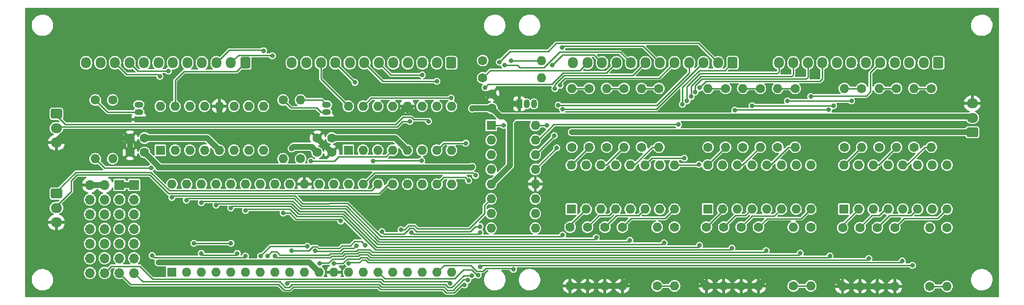
<source format=gbr>
%TF.GenerationSoftware,KiCad,Pcbnew,(7.0.0)*%
%TF.CreationDate,2023-03-22T20:44:46+09:00*%
%TF.ProjectId,NixieIndicator,4e697869-6549-46e6-9469-6361746f722e,rev?*%
%TF.SameCoordinates,Original*%
%TF.FileFunction,Copper,L1,Top*%
%TF.FilePolarity,Positive*%
%FSLAX46Y46*%
G04 Gerber Fmt 4.6, Leading zero omitted, Abs format (unit mm)*
G04 Created by KiCad (PCBNEW (7.0.0)) date 2023-03-22 20:44:46*
%MOMM*%
%LPD*%
G01*
G04 APERTURE LIST*
G04 Aperture macros list*
%AMRoundRect*
0 Rectangle with rounded corners*
0 $1 Rounding radius*
0 $2 $3 $4 $5 $6 $7 $8 $9 X,Y pos of 4 corners*
0 Add a 4 corners polygon primitive as box body*
4,1,4,$2,$3,$4,$5,$6,$7,$8,$9,$2,$3,0*
0 Add four circle primitives for the rounded corners*
1,1,$1+$1,$2,$3*
1,1,$1+$1,$4,$5*
1,1,$1+$1,$6,$7*
1,1,$1+$1,$8,$9*
0 Add four rect primitives between the rounded corners*
20,1,$1+$1,$2,$3,$4,$5,0*
20,1,$1+$1,$4,$5,$6,$7,0*
20,1,$1+$1,$6,$7,$8,$9,0*
20,1,$1+$1,$8,$9,$2,$3,0*%
G04 Aperture macros list end*
%TA.AperFunction,ComponentPad*%
%ADD10R,1.600000X1.600000*%
%TD*%
%TA.AperFunction,ComponentPad*%
%ADD11O,1.600000X1.600000*%
%TD*%
%TA.AperFunction,ComponentPad*%
%ADD12R,1.500000X1.050000*%
%TD*%
%TA.AperFunction,ComponentPad*%
%ADD13O,1.500000X1.050000*%
%TD*%
%TA.AperFunction,ComponentPad*%
%ADD14C,1.600000*%
%TD*%
%TA.AperFunction,ComponentPad*%
%ADD15RoundRect,0.250000X0.600000X0.725000X-0.600000X0.725000X-0.600000X-0.725000X0.600000X-0.725000X0*%
%TD*%
%TA.AperFunction,ComponentPad*%
%ADD16O,1.700000X1.950000*%
%TD*%
%TA.AperFunction,ComponentPad*%
%ADD17RoundRect,0.250000X-0.725000X0.600000X-0.725000X-0.600000X0.725000X-0.600000X0.725000X0.600000X0*%
%TD*%
%TA.AperFunction,ComponentPad*%
%ADD18O,1.950000X1.700000*%
%TD*%
%TA.AperFunction,ComponentPad*%
%ADD19O,1.700000X1.700000*%
%TD*%
%TA.AperFunction,ComponentPad*%
%ADD20R,1.700000X1.700000*%
%TD*%
%TA.AperFunction,ComponentPad*%
%ADD21RoundRect,0.250000X0.725000X-0.600000X0.725000X0.600000X-0.725000X0.600000X-0.725000X-0.600000X0*%
%TD*%
%TA.AperFunction,ComponentPad*%
%ADD22R,1.050000X1.500000*%
%TD*%
%TA.AperFunction,ComponentPad*%
%ADD23O,1.050000X1.500000*%
%TD*%
%TA.AperFunction,ViaPad*%
%ADD24C,0.800000*%
%TD*%
%TA.AperFunction,Conductor*%
%ADD25C,1.000000*%
%TD*%
%TA.AperFunction,Conductor*%
%ADD26C,0.250000*%
%TD*%
G04 APERTURE END LIST*
D10*
%TO.P,U6,1,8*%
%TO.N,/DEC1_8*%
X55744999Y-24619999D03*
D11*
%TO.P,U6,2,9*%
%TO.N,/DEC1_9*%
X58284999Y-24619999D03*
%TO.P,U6,3,A*%
%TO.N,/DEC1_A*%
X60824999Y-24619999D03*
%TO.P,U6,4,D*%
%TO.N,/DEC1_D*%
X63364999Y-24619999D03*
%TO.P,U6,5,VCC*%
%TO.N,/5V*%
X65904999Y-24619999D03*
%TO.P,U6,6,B*%
%TO.N,/DEC1_B*%
X68444999Y-24619999D03*
%TO.P,U6,7,C*%
%TO.N,/DEC1_C*%
X70984999Y-24619999D03*
%TO.P,U6,8,2*%
%TO.N,/DEC1_2*%
X73524999Y-24619999D03*
%TO.P,U6,9,3*%
%TO.N,/DEC1_3*%
X73524999Y-16999999D03*
%TO.P,U6,10,7*%
%TO.N,/DEC1_7*%
X70984999Y-16999999D03*
%TO.P,U6,11,6*%
%TO.N,/DEC1_6*%
X68444999Y-16999999D03*
%TO.P,U6,12,GND*%
%TO.N,GND*%
X65904999Y-16999999D03*
%TO.P,U6,13,4*%
%TO.N,/DEC1_4*%
X63364999Y-16999999D03*
%TO.P,U6,14,5*%
%TO.N,/DEC1_5*%
X60824999Y-16999999D03*
%TO.P,U6,15,1*%
%TO.N,/DEC1_1*%
X58284999Y-16999999D03*
%TO.P,U6,16,0*%
%TO.N,/DEC1_0*%
X55744999Y-16999999D03*
%TD*%
D12*
%TO.P,Q2,1,E*%
%TO.N,GND*%
X51999999Y-19269999D03*
D13*
%TO.P,Q2,2,B*%
%TO.N,Net-(Q2-B)*%
X51999999Y-17999999D03*
%TO.P,Q2,3,C*%
%TO.N,Net-(Q2-C)*%
X51999999Y-16729999D03*
%TD*%
D10*
%TO.P,U5,1,8*%
%TO.N,/DEC2_8*%
X23319999Y-24619999D03*
D11*
%TO.P,U5,2,9*%
%TO.N,/DEC2_9*%
X25859999Y-24619999D03*
%TO.P,U5,3,A*%
%TO.N,/DEC2_A*%
X28399999Y-24619999D03*
%TO.P,U5,4,D*%
%TO.N,/DEC2_D*%
X30939999Y-24619999D03*
%TO.P,U5,5,VCC*%
%TO.N,/5V*%
X33479999Y-24619999D03*
%TO.P,U5,6,B*%
%TO.N,/DEC2_B*%
X36019999Y-24619999D03*
%TO.P,U5,7,C*%
%TO.N,/DEC2_C*%
X38559999Y-24619999D03*
%TO.P,U5,8,2*%
%TO.N,/DEC2_2*%
X41099999Y-24619999D03*
%TO.P,U5,9,3*%
%TO.N,/DEC2_3*%
X41099999Y-16999999D03*
%TO.P,U5,10,7*%
%TO.N,/DEC2_7*%
X38559999Y-16999999D03*
%TO.P,U5,11,6*%
%TO.N,/DEC2_6*%
X36019999Y-16999999D03*
%TO.P,U5,12,GND*%
%TO.N,GND*%
X33479999Y-16999999D03*
%TO.P,U5,13,4*%
%TO.N,/DEC2_4*%
X30939999Y-16999999D03*
%TO.P,U5,14,5*%
%TO.N,/DEC2_5*%
X28399999Y-16999999D03*
%TO.P,U5,15,1*%
%TO.N,/DEC2_1*%
X25859999Y-16999999D03*
%TO.P,U5,16,0*%
%TO.N,/DEC2_0*%
X23319999Y-16999999D03*
%TD*%
D14*
%TO.P,R7,1*%
%TO.N,/200V*%
X106300000Y-24080000D03*
D11*
%TO.P,R7,2*%
%TO.N,Net-(R7-Pad2)*%
X106299999Y-13919999D03*
%TD*%
D14*
%TO.P,C4,1*%
%TO.N,/5V*%
X52890000Y-22500000D03*
%TO.P,C4,2*%
%TO.N,GND*%
X50390000Y-22500000D03*
%TD*%
%TO.P,R25,1*%
%TO.N,/200V*%
X141300000Y-24080000D03*
D11*
%TO.P,R25,2*%
%TO.N,Net-(R25-Pad2)*%
X141299999Y-13919999D03*
%TD*%
D10*
%TO.P,U2,1*%
%TO.N,/PIC_DIG_11*%
X94219999Y-34799999D03*
D11*
%TO.P,U2,2*%
%TO.N,Net-(R3-Pad1)*%
X96759999Y-34799999D03*
%TO.P,U2,3*%
%TO.N,/PIC_DIG_10*%
X99299999Y-34799999D03*
%TO.P,U2,4*%
%TO.N,Net-(R6-Pad1)*%
X101839999Y-34799999D03*
%TO.P,U2,5*%
%TO.N,/PIC_DIG_9*%
X104379999Y-34799999D03*
%TO.P,U2,6*%
%TO.N,Net-(R9-Pad1)*%
X106919999Y-34799999D03*
%TO.P,U2,7*%
%TO.N,/PIC_DIG_8*%
X109459999Y-34799999D03*
%TO.P,U2,8*%
%TO.N,Net-(R12-Pad1)*%
X111999999Y-34799999D03*
%TO.P,U2,9*%
%TO.N,/NIXIE_DIG_8*%
X111999999Y-27179999D03*
%TO.P,U2,10*%
%TO.N,Net-(R11-Pad2)*%
X109459999Y-27179999D03*
%TO.P,U2,11*%
%TO.N,/NIXIE_DIG_9*%
X106919999Y-27179999D03*
%TO.P,U2,12*%
%TO.N,Net-(R8-Pad2)*%
X104379999Y-27179999D03*
%TO.P,U2,13*%
%TO.N,/NIXIE_DIG_10*%
X101839999Y-27179999D03*
%TO.P,U2,14*%
%TO.N,Net-(R5-Pad2)*%
X99299999Y-27179999D03*
%TO.P,U2,15*%
%TO.N,/NIXIE_DIG_11*%
X96759999Y-27179999D03*
%TO.P,U2,16*%
%TO.N,Net-(R2-Pad2)*%
X94219999Y-27179999D03*
%TD*%
D10*
%TO.P,U3,1*%
%TO.N,/PIC_DIG_7*%
X117719999Y-34799999D03*
D11*
%TO.P,U3,2*%
%TO.N,Net-(R15-Pad1)*%
X120259999Y-34799999D03*
%TO.P,U3,3*%
%TO.N,/PIC_DIG_6*%
X122799999Y-34799999D03*
%TO.P,U3,4*%
%TO.N,Net-(R18-Pad1)*%
X125339999Y-34799999D03*
%TO.P,U3,5*%
%TO.N,/PIC_DIG_5*%
X127879999Y-34799999D03*
%TO.P,U3,6*%
%TO.N,Net-(R21-Pad1)*%
X130419999Y-34799999D03*
%TO.P,U3,7*%
%TO.N,/PIC_DIG_4*%
X132959999Y-34799999D03*
%TO.P,U3,8*%
%TO.N,Net-(R24-Pad1)*%
X135499999Y-34799999D03*
%TO.P,U3,9*%
%TO.N,/NIXIE_DIG_4*%
X135499999Y-27179999D03*
%TO.P,U3,10*%
%TO.N,Net-(R23-Pad2)*%
X132959999Y-27179999D03*
%TO.P,U3,11*%
%TO.N,/NIXIE_DIG_5*%
X130419999Y-27179999D03*
%TO.P,U3,12*%
%TO.N,Net-(R20-Pad2)*%
X127879999Y-27179999D03*
%TO.P,U3,13*%
%TO.N,/NIXIE_DIG_6*%
X125339999Y-27179999D03*
%TO.P,U3,14*%
%TO.N,Net-(R17-Pad2)*%
X122799999Y-27179999D03*
%TO.P,U3,15*%
%TO.N,/NIXIE_DIG_7*%
X120259999Y-27179999D03*
%TO.P,U3,16*%
%TO.N,Net-(R14-Pad2)*%
X117719999Y-27179999D03*
%TD*%
D14*
%TO.P,R24,1*%
%TO.N,Net-(R24-Pad1)*%
X126500000Y-37920000D03*
D11*
%TO.P,R24,2*%
%TO.N,GND*%
X126499999Y-48079999D03*
%TD*%
D12*
%TO.P,Q1,1,E*%
%TO.N,GND*%
X19599999Y-19269999D03*
D13*
%TO.P,Q1,2,B*%
%TO.N,Net-(Q1-B)*%
X19599999Y-17999999D03*
%TO.P,Q1,3,C*%
%TO.N,Net-(Q1-C)*%
X19599999Y-16729999D03*
%TD*%
D14*
%TO.P,R42,1*%
%TO.N,/DEC0_DOT*%
X78920000Y-12100000D03*
D11*
%TO.P,R42,2*%
%TO.N,Net-(Q3-C)*%
X89079999Y-12099999D03*
%TD*%
D14*
%TO.P,R29,1*%
%TO.N,Net-(R28-Pad2)*%
X150300000Y-13920000D03*
D11*
%TO.P,R29,2*%
%TO.N,Net-(R29-Pad2)*%
X150299999Y-24079999D03*
%TD*%
D15*
%TO.P,J4,1,Pin_1*%
%TO.N,/DEC0_1*%
X122000000Y-9500000D03*
D16*
%TO.P,J4,2,Pin_2*%
%TO.N,/DEC0_2*%
X119499999Y-9499999D03*
%TO.P,J4,3,Pin_3*%
%TO.N,/DEC0_3*%
X116999999Y-9499999D03*
%TO.P,J4,4,Pin_4*%
%TO.N,/DEC0_4*%
X114499999Y-9499999D03*
%TO.P,J4,5,Pin_5*%
%TO.N,/DEC0_5*%
X111999999Y-9499999D03*
%TO.P,J4,6,Pin_6*%
%TO.N,/DEC0_6*%
X109499999Y-9499999D03*
%TO.P,J4,7,Pin_7*%
%TO.N,/DEC0_7*%
X106999999Y-9499999D03*
%TO.P,J4,8,Pin_8*%
%TO.N,/DEC0_8*%
X104499999Y-9499999D03*
%TO.P,J4,9,Pin_9*%
%TO.N,/DEC0_9*%
X101999999Y-9499999D03*
%TO.P,J4,10,Pin_10*%
%TO.N,/DEC0_0*%
X99499999Y-9499999D03*
%TO.P,J4,11,Pin_11*%
%TO.N,/DEC0_DOT*%
X96999999Y-9499999D03*
%TO.P,J4,12,Pin_12*%
%TO.N,unconnected-(J4-Pin_12-Pad12)*%
X94499999Y-9499999D03*
%TD*%
D14*
%TO.P,R9,1*%
%TO.N,Net-(R9-Pad1)*%
X100000000Y-37920000D03*
D11*
%TO.P,R9,2*%
%TO.N,GND*%
X99999999Y-48079999D03*
%TD*%
D14*
%TO.P,R8,1*%
%TO.N,Net-(R7-Pad2)*%
X109300000Y-13920000D03*
D11*
%TO.P,R8,2*%
%TO.N,Net-(R8-Pad2)*%
X109299999Y-24079999D03*
%TD*%
D10*
%TO.P,U1,1,RE3/MCLR/Vpp*%
%TO.N,/5V*%
X25319999Y-45724999D03*
D11*
%TO.P,U1,2,RA0/AN0/C12IN0-/C2OUT/SRNQ/SS/VCAP/SEG12*%
%TO.N,/DEC2_D*%
X27859999Y-45724999D03*
%TO.P,U1,3,RA1/AN1/C12IN1-/SEG7*%
%TO.N,/DEC2_C*%
X30399999Y-45724999D03*
%TO.P,U1,4,RA2/AN2/C2IN+/Vref-/DACOUT/COM2*%
%TO.N,/DEC2_B*%
X32939999Y-45724999D03*
%TO.P,U1,5,RA3/AN3/C1IN+/Vref+/SEG15*%
%TO.N,/DEC2_A*%
X35479999Y-45724999D03*
%TO.P,U1,6,RA4/C1OUT/CPS6/T0CKI/SRQ/SEG4*%
%TO.N,/DOT_2*%
X38019999Y-45724999D03*
%TO.P,U1,7,RA5/AN4/C2OUT/CPS7/SRNQ/SS/VCAP/SEG5*%
%TO.N,/DEC1_D*%
X40559999Y-45724999D03*
%TO.P,U1,8,SEG21/P3A/CCP3/AN5/RE0*%
%TO.N,/DEC1_C*%
X43099999Y-45724999D03*
%TO.P,U1,9,SEG22/P3B/AN6/RE1*%
%TO.N,/DEC1_B*%
X45639999Y-45724999D03*
%TO.P,U1,10,SEG23/CCP5/AN7/RE2*%
%TO.N,/DEC1_A*%
X48179999Y-45724999D03*
%TO.P,U1,11,VDD*%
%TO.N,/5V*%
X50719999Y-45724999D03*
%TO.P,U1,12,VSS*%
%TO.N,GND*%
X53259999Y-45724999D03*
%TO.P,U1,13,RA7/OSC1/CLKIN/SEG2*%
%TO.N,/DOT_1*%
X55799999Y-45724999D03*
%TO.P,U1,14,RA6/OSC2/CLKOUT/VCAP/SEG1*%
%TO.N,/DEC0_D*%
X58339999Y-45724999D03*
%TO.P,U1,15,P2B/T1CKI/T1OSO/RC0*%
%TO.N,/DEC0_C*%
X60879999Y-45724999D03*
%TO.P,U1,16,P2A/CCP2/T1OSI/RC1*%
%TO.N,/DEC0_B*%
X63419999Y-45724999D03*
%TO.P,U1,17,SEG3/P1A/CCP1/RC2*%
%TO.N,/DEC0_A*%
X65959999Y-45724999D03*
%TO.P,U1,18,SEG6/SCLK/SCL/RC3*%
%TO.N,/SCL*%
X68499999Y-45724999D03*
%TO.P,U1,19,COM3/CPS8/RD0*%
%TO.N,/DOT_0*%
X71039999Y-45724999D03*
%TO.P,U1,20,CCP4/CPS9/RD1*%
%TO.N,Net-(J8-Pin_2)*%
X73579999Y-45724999D03*
%TO.P,U1,21,P2B/CPS10/RD2*%
%TO.N,Net-(J8-Pin_3)*%
X73579999Y-30484999D03*
%TO.P,U1,22,SEG16/P2C/CPS11/RD3*%
%TO.N,Net-(J8-Pin_4)*%
X71039999Y-30484999D03*
%TO.P,U1,23,SEG11/T1G/SDA/SDI/RC4*%
%TO.N,/SDA*%
X68499999Y-30484999D03*
%TO.P,U1,24,SEG10/SDO/RC5*%
%TO.N,Net-(J8-Pin_1)*%
X65959999Y-30484999D03*
%TO.P,U1,25,SEG9/CK/TX/RC6*%
%TO.N,/TX*%
X63419999Y-30484999D03*
%TO.P,U1,26,SEG8/DT/RX/RC7*%
%TO.N,/RX*%
X60879999Y-30484999D03*
%TO.P,U1,27,SEG17/P2D/CPS12/RD4*%
%TO.N,/PIC_DIG_0*%
X58339999Y-30484999D03*
%TO.P,U1,28,SEG18/P1B/CPS13/RD5*%
%TO.N,/PIC_DIG_1*%
X55799999Y-30484999D03*
%TO.P,U1,29,SEG19/P1C/CPS14/RD6*%
%TO.N,/PIC_DIG_2*%
X53259999Y-30484999D03*
%TO.P,U1,30,SEG20/P1D/CPS15/RD7*%
%TO.N,/PIC_DIG_3*%
X50719999Y-30484999D03*
%TO.P,U1,31,VSS*%
%TO.N,GND*%
X48179999Y-30484999D03*
%TO.P,U1,32,VDD*%
%TO.N,/5V*%
X45639999Y-30484999D03*
%TO.P,U1,33,RB0/AN12/CPS0/SRI/INT/SEG0*%
%TO.N,/PIC_DIG_4*%
X43099999Y-30484999D03*
%TO.P,U1,34,RB1/AN10/C12IN3-/CPS1/VLCD1*%
%TO.N,/PIC_DIG_5*%
X40559999Y-30484999D03*
%TO.P,U1,35,RB2/AN8/CPS2/VLCD2*%
%TO.N,/PIC_DIG_6*%
X38019999Y-30484999D03*
%TO.P,U1,36,RB3/AN9/C12IN2-/CPS3/CCP2/P2A/VLCD3*%
%TO.N,/PIC_DIG_7*%
X35479999Y-30484999D03*
%TO.P,U1,37,RB4/AN11/CPS4/COM0*%
%TO.N,/PIC_DIG_8*%
X32939999Y-30484999D03*
%TO.P,U1,38,RB5/AN13/CPS5/CCP3/P3A/T1G/COM1*%
%TO.N,/PIC_DIG_9*%
X30399999Y-30484999D03*
%TO.P,U1,39,RB6/ICSPCLK/ICDCLK/SEG14*%
%TO.N,/PIC_DIG_10*%
X27859999Y-30484999D03*
%TO.P,U1,40,RB7/ICSPDAT/ICDDAT/SEG13*%
%TO.N,/PIC_DIG_11*%
X25319999Y-30484999D03*
%TD*%
D14*
%TO.P,R19,1*%
%TO.N,/200V*%
X129800000Y-24080000D03*
D11*
%TO.P,R19,2*%
%TO.N,Net-(R19-Pad2)*%
X129799999Y-13919999D03*
%TD*%
D14*
%TO.P,R6,1*%
%TO.N,Net-(R6-Pad1)*%
X97000000Y-37920000D03*
D11*
%TO.P,R6,2*%
%TO.N,GND*%
X96999999Y-48079999D03*
%TD*%
D14*
%TO.P,R18,1*%
%TO.N,Net-(R18-Pad1)*%
X120500000Y-37920000D03*
D11*
%TO.P,R18,2*%
%TO.N,GND*%
X120499999Y-48079999D03*
%TD*%
D14*
%TO.P,R10,1*%
%TO.N,/200V*%
X112000000Y-37920000D03*
D11*
%TO.P,R10,2*%
%TO.N,Net-(R10-Pad2)*%
X111999999Y-48079999D03*
%TD*%
D14*
%TO.P,R2,1*%
%TO.N,Net-(R1-Pad2)*%
X97300000Y-13920000D03*
D11*
%TO.P,R2,2*%
%TO.N,Net-(R2-Pad2)*%
X97299999Y-24079999D03*
%TD*%
D14*
%TO.P,R21,1*%
%TO.N,Net-(R21-Pad1)*%
X123500000Y-37920000D03*
D11*
%TO.P,R21,2*%
%TO.N,GND*%
X123499999Y-48079999D03*
%TD*%
D14*
%TO.P,R16,1*%
%TO.N,/200V*%
X123800000Y-24080000D03*
D11*
%TO.P,R16,2*%
%TO.N,Net-(R16-Pad2)*%
X123799999Y-13919999D03*
%TD*%
D14*
%TO.P,R36,1*%
%TO.N,Net-(R36-Pad1)*%
X150000000Y-38000000D03*
D11*
%TO.P,R36,2*%
%TO.N,GND*%
X149999999Y-48159999D03*
%TD*%
D14*
%TO.P,R35,1*%
%TO.N,Net-(R34-Pad2)*%
X156000000Y-48160000D03*
D11*
%TO.P,R35,2*%
%TO.N,Net-(R35-Pad2)*%
X155999999Y-37999999D03*
%TD*%
D14*
%TO.P,R5,1*%
%TO.N,Net-(R4-Pad2)*%
X103300000Y-13920000D03*
D11*
%TO.P,R5,2*%
%TO.N,Net-(R5-Pad2)*%
X103299999Y-24079999D03*
%TD*%
D14*
%TO.P,R4,1*%
%TO.N,/200V*%
X100300000Y-24080000D03*
D11*
%TO.P,R4,2*%
%TO.N,Net-(R4-Pad2)*%
X100299999Y-13919999D03*
%TD*%
D15*
%TO.P,J2,1,Pin_1*%
%TO.N,/DEC2_1*%
X38000000Y-9500000D03*
D16*
%TO.P,J2,2,Pin_2*%
%TO.N,/DEC2_2*%
X35499999Y-9499999D03*
%TO.P,J2,3,Pin_3*%
%TO.N,/DEC2_3*%
X32999999Y-9499999D03*
%TO.P,J2,4,Pin_4*%
%TO.N,/DEC2_4*%
X30499999Y-9499999D03*
%TO.P,J2,5,Pin_5*%
%TO.N,/DEC2_5*%
X27999999Y-9499999D03*
%TO.P,J2,6,Pin_6*%
%TO.N,/DEC2_6*%
X25499999Y-9499999D03*
%TO.P,J2,7,Pin_7*%
%TO.N,/DEC2_7*%
X22999999Y-9499999D03*
%TO.P,J2,8,Pin_8*%
%TO.N,/DEC2_8*%
X20499999Y-9499999D03*
%TO.P,J2,9,Pin_9*%
%TO.N,/DEC2_9*%
X17999999Y-9499999D03*
%TO.P,J2,10,Pin_10*%
%TO.N,/DEC2_0*%
X15499999Y-9499999D03*
%TO.P,J2,11,Pin_11*%
%TO.N,/DEC2_DOT*%
X12999999Y-9499999D03*
%TO.P,J2,12,Pin_12*%
%TO.N,unconnected-(J2-Pin_12-Pad12)*%
X10499999Y-9499999D03*
%TD*%
D14*
%TO.P,R27,1*%
%TO.N,Net-(R27-Pad1)*%
X141000000Y-38000000D03*
D11*
%TO.P,R27,2*%
%TO.N,GND*%
X140999999Y-48159999D03*
%TD*%
D15*
%TO.P,J3,1,Pin_1*%
%TO.N,/DEC1_1*%
X73500000Y-9500000D03*
D16*
%TO.P,J3,2,Pin_2*%
%TO.N,/DEC1_2*%
X70999999Y-9499999D03*
%TO.P,J3,3,Pin_3*%
%TO.N,/DEC1_3*%
X68499999Y-9499999D03*
%TO.P,J3,4,Pin_4*%
%TO.N,/DEC1_4*%
X65999999Y-9499999D03*
%TO.P,J3,5,Pin_5*%
%TO.N,/DEC1_5*%
X63499999Y-9499999D03*
%TO.P,J3,6,Pin_6*%
%TO.N,/DEC1_6*%
X60999999Y-9499999D03*
%TO.P,J3,7,Pin_7*%
%TO.N,/DEC1_7*%
X58499999Y-9499999D03*
%TO.P,J3,8,Pin_8*%
%TO.N,/DEC1_8*%
X55999999Y-9499999D03*
%TO.P,J3,9,Pin_9*%
%TO.N,/DEC1_9*%
X53499999Y-9499999D03*
%TO.P,J3,10,Pin_10*%
%TO.N,/DEC1_0*%
X50999999Y-9499999D03*
%TO.P,J3,11,Pin_11*%
%TO.N,/DEC1_DOT*%
X48499999Y-9499999D03*
%TO.P,J3,12,Pin_12*%
%TO.N,unconnected-(J3-Pin_12-Pad12)*%
X45999999Y-9499999D03*
%TD*%
D14*
%TO.P,R34,1*%
%TO.N,/200V*%
X159000000Y-38000000D03*
D11*
%TO.P,R34,2*%
%TO.N,Net-(R34-Pad2)*%
X158999999Y-48159999D03*
%TD*%
D14*
%TO.P,R22,1*%
%TO.N,/200V*%
X135500000Y-37920000D03*
D11*
%TO.P,R22,2*%
%TO.N,Net-(R22-Pad2)*%
X135499999Y-48079999D03*
%TD*%
D10*
%TO.P,U4,1*%
%TO.N,/PIC_DIG_3*%
X141219999Y-34799999D03*
D11*
%TO.P,U4,2*%
%TO.N,Net-(R27-Pad1)*%
X143759999Y-34799999D03*
%TO.P,U4,3*%
%TO.N,/PIC_DIG_2*%
X146299999Y-34799999D03*
%TO.P,U4,4*%
%TO.N,Net-(R30-Pad1)*%
X148839999Y-34799999D03*
%TO.P,U4,5*%
%TO.N,/PIC_DIG_1*%
X151379999Y-34799999D03*
%TO.P,U4,6*%
%TO.N,Net-(R33-Pad1)*%
X153919999Y-34799999D03*
%TO.P,U4,7*%
%TO.N,/PIC_DIG_0*%
X156459999Y-34799999D03*
%TO.P,U4,8*%
%TO.N,Net-(R36-Pad1)*%
X158999999Y-34799999D03*
%TO.P,U4,9*%
%TO.N,/NIXIE_DIG_0*%
X158999999Y-27179999D03*
%TO.P,U4,10*%
%TO.N,Net-(R35-Pad2)*%
X156459999Y-27179999D03*
%TO.P,U4,11*%
%TO.N,/NIXIE_DIG_1*%
X153919999Y-27179999D03*
%TO.P,U4,12*%
%TO.N,Net-(R32-Pad2)*%
X151379999Y-27179999D03*
%TO.P,U4,13*%
%TO.N,/NIXIE_DIG_2*%
X148839999Y-27179999D03*
%TO.P,U4,14*%
%TO.N,Net-(R29-Pad2)*%
X146299999Y-27179999D03*
%TO.P,U4,15*%
%TO.N,/NIXIE_DIG_3*%
X143759999Y-27179999D03*
%TO.P,U4,16*%
%TO.N,Net-(R26-Pad2)*%
X141219999Y-27179999D03*
%TD*%
D14*
%TO.P,R15,1*%
%TO.N,Net-(R15-Pad1)*%
X117500000Y-37920000D03*
D11*
%TO.P,R15,2*%
%TO.N,GND*%
X117499999Y-48079999D03*
%TD*%
D17*
%TO.P,J7,1,Pin_1*%
%TO.N,/RX*%
X5400000Y-32100000D03*
D18*
%TO.P,J7,2,Pin_2*%
%TO.N,/TX*%
X5399999Y-34599999D03*
%TO.P,J7,3,Pin_3*%
%TO.N,GND*%
X5399999Y-37099999D03*
%TD*%
D14*
%TO.P,R14,1*%
%TO.N,Net-(R13-Pad2)*%
X120800000Y-13920000D03*
D11*
%TO.P,R14,2*%
%TO.N,Net-(R14-Pad2)*%
X120799999Y-24079999D03*
%TD*%
D14*
%TO.P,R40,1*%
%TO.N,/DEC1_DOT*%
X47500000Y-26080000D03*
D11*
%TO.P,R40,2*%
%TO.N,Net-(Q2-C)*%
X47499999Y-15919999D03*
%TD*%
D14*
%TO.P,R33,1*%
%TO.N,Net-(R33-Pad1)*%
X147000000Y-38000000D03*
D11*
%TO.P,R33,2*%
%TO.N,GND*%
X146999999Y-48159999D03*
%TD*%
D14*
%TO.P,C5,1*%
%TO.N,/5V*%
X80500000Y-17350000D03*
%TO.P,C5,2*%
%TO.N,GND*%
X80500000Y-14850000D03*
%TD*%
D19*
%TO.P,J8,*%
%TO.N,*%
X11179999Y-43299999D03*
X13719999Y-43299999D03*
X16259999Y-43299999D03*
X18799999Y-43299999D03*
X11179999Y-40759999D03*
X13719999Y-40759999D03*
X16259999Y-40759999D03*
X18799999Y-40759999D03*
X11179999Y-38219999D03*
X13719999Y-38219999D03*
X16259999Y-38219999D03*
X18799999Y-38219999D03*
X11179999Y-35679999D03*
X13719999Y-35679999D03*
X16259999Y-35679999D03*
X18799999Y-35679999D03*
X11179999Y-33139999D03*
X13719999Y-33139999D03*
X16259999Y-33139999D03*
X18799999Y-33139999D03*
%TO.N,GND*%
X11179999Y-30599999D03*
X13719999Y-30599999D03*
D20*
%TO.N,/5V*%
X16259999Y-30599999D03*
X18799999Y-30599999D03*
D19*
%TO.P,J8,1,Pin_1*%
%TO.N,Net-(J8-Pin_1)*%
X11179999Y-45839999D03*
%TO.P,J8,2,Pin_2*%
%TO.N,Net-(J8-Pin_2)*%
X13719999Y-45839999D03*
%TO.P,J8,3,Pin_3*%
%TO.N,Net-(J8-Pin_3)*%
X16259999Y-45839999D03*
%TO.P,J8,4,Pin_4*%
%TO.N,Net-(J8-Pin_4)*%
X18799999Y-45839999D03*
%TD*%
D14*
%TO.P,R32,1*%
%TO.N,Net-(R31-Pad2)*%
X156300000Y-13920000D03*
D11*
%TO.P,R32,2*%
%TO.N,Net-(R32-Pad2)*%
X156299999Y-24079999D03*
%TD*%
D15*
%TO.P,J5,1,Pin_1*%
%TO.N,/NIXIE_DIG_0*%
X157500000Y-9500000D03*
D16*
%TO.P,J5,2,Pin_2*%
%TO.N,/NIXIE_DIG_1*%
X154999999Y-9499999D03*
%TO.P,J5,3,Pin_3*%
%TO.N,/NIXIE_DIG_2*%
X152499999Y-9499999D03*
%TO.P,J5,4,Pin_4*%
%TO.N,/NIXIE_DIG_3*%
X149999999Y-9499999D03*
%TO.P,J5,5,Pin_5*%
%TO.N,/NIXIE_DIG_4*%
X147499999Y-9499999D03*
%TO.P,J5,6,Pin_6*%
%TO.N,/NIXIE_DIG_5*%
X144999999Y-9499999D03*
%TO.P,J5,7,Pin_7*%
%TO.N,/NIXIE_DIG_6*%
X142499999Y-9499999D03*
%TO.P,J5,8,Pin_8*%
%TO.N,/NIXIE_DIG_7*%
X139999999Y-9499999D03*
%TO.P,J5,9,Pin_9*%
%TO.N,/NIXIE_DIG_8*%
X137499999Y-9499999D03*
%TO.P,J5,10,Pin_10*%
%TO.N,/NIXIE_DIG_9*%
X134999999Y-9499999D03*
%TO.P,J5,11,Pin_11*%
%TO.N,/NIXIE_DIG_10*%
X132499999Y-9499999D03*
%TO.P,J5,12,Pin_12*%
%TO.N,/NIXIE_DIG_11*%
X129999999Y-9499999D03*
%TD*%
D14*
%TO.P,R39,1*%
%TO.N,Net-(Q2-B)*%
X44500000Y-15920000D03*
D11*
%TO.P,R39,2*%
%TO.N,/DOT_1*%
X44499999Y-26079999D03*
%TD*%
D14*
%TO.P,C2,1*%
%TO.N,/5V*%
X50390000Y-25000000D03*
%TO.P,C2,2*%
%TO.N,GND*%
X52890000Y-25000000D03*
%TD*%
%TO.P,R17,1*%
%TO.N,Net-(R16-Pad2)*%
X126800000Y-13920000D03*
D11*
%TO.P,R17,2*%
%TO.N,Net-(R17-Pad2)*%
X126799999Y-24079999D03*
%TD*%
D14*
%TO.P,R30,1*%
%TO.N,Net-(R30-Pad1)*%
X144000000Y-38000000D03*
D11*
%TO.P,R30,2*%
%TO.N,GND*%
X143999999Y-48159999D03*
%TD*%
D14*
%TO.P,R38,1*%
%TO.N,/DEC2_DOT*%
X15100000Y-15920000D03*
D11*
%TO.P,R38,2*%
%TO.N,Net-(Q1-C)*%
X15099999Y-26079999D03*
%TD*%
D21*
%TO.P,J1,1,Pin_1*%
%TO.N,/200V*%
X163375000Y-21500000D03*
D18*
%TO.P,J1,2,Pin_2*%
%TO.N,/5V*%
X163374999Y-18999999D03*
%TO.P,J1,3,Pin_3*%
%TO.N,GND*%
X163374999Y-16499999D03*
%TD*%
D14*
%TO.P,R31,1*%
%TO.N,/200V*%
X153300000Y-24080000D03*
D11*
%TO.P,R31,2*%
%TO.N,Net-(R31-Pad2)*%
X153299999Y-13919999D03*
%TD*%
D14*
%TO.P,R28,1*%
%TO.N,/200V*%
X147300000Y-24080000D03*
D11*
%TO.P,R28,2*%
%TO.N,Net-(R28-Pad2)*%
X147299999Y-13919999D03*
%TD*%
D14*
%TO.P,R37,1*%
%TO.N,Net-(Q1-B)*%
X12100000Y-15920000D03*
D11*
%TO.P,R37,2*%
%TO.N,/DOT_2*%
X12099999Y-26079999D03*
%TD*%
D14*
%TO.P,R41,1*%
%TO.N,Net-(Q3-B)*%
X78920000Y-9100000D03*
D11*
%TO.P,R41,2*%
%TO.N,/DOT_0*%
X89079999Y-9099999D03*
%TD*%
D10*
%TO.P,U7,1,8*%
%TO.N,/DEC0_8*%
X80379999Y-20319999D03*
D11*
%TO.P,U7,2,9*%
%TO.N,/DEC0_9*%
X80379999Y-22859999D03*
%TO.P,U7,3,A*%
%TO.N,/DEC0_A*%
X80379999Y-25399999D03*
%TO.P,U7,4,D*%
%TO.N,/DEC0_D*%
X80379999Y-27939999D03*
%TO.P,U7,5,VCC*%
%TO.N,/5V*%
X80379999Y-30479999D03*
%TO.P,U7,6,B*%
%TO.N,/DEC0_B*%
X80379999Y-33019999D03*
%TO.P,U7,7,C*%
%TO.N,/DEC0_C*%
X80379999Y-35559999D03*
%TO.P,U7,8,2*%
%TO.N,/DEC0_2*%
X80379999Y-38099999D03*
%TO.P,U7,9,3*%
%TO.N,/DEC0_3*%
X87999999Y-38099999D03*
%TO.P,U7,10,7*%
%TO.N,/DEC0_7*%
X87999999Y-35559999D03*
%TO.P,U7,11,6*%
%TO.N,/DEC0_6*%
X87999999Y-33019999D03*
%TO.P,U7,12,GND*%
%TO.N,GND*%
X87999999Y-30479999D03*
%TO.P,U7,13,4*%
%TO.N,/DEC0_4*%
X87999999Y-27939999D03*
%TO.P,U7,14,5*%
%TO.N,/DEC0_5*%
X87999999Y-25399999D03*
%TO.P,U7,15,1*%
%TO.N,/DEC0_1*%
X87999999Y-22859999D03*
%TO.P,U7,16,0*%
%TO.N,/DEC0_0*%
X87999999Y-20319999D03*
%TD*%
D14*
%TO.P,R20,1*%
%TO.N,Net-(R19-Pad2)*%
X132800000Y-13920000D03*
D11*
%TO.P,R20,2*%
%TO.N,Net-(R20-Pad2)*%
X132799999Y-24079999D03*
%TD*%
D22*
%TO.P,Q3,1,E*%
%TO.N,GND*%
X85229999Y-16599999D03*
D23*
%TO.P,Q3,2,B*%
%TO.N,Net-(Q3-B)*%
X86499999Y-16599999D03*
%TO.P,Q3,3,C*%
%TO.N,Net-(Q3-C)*%
X87769999Y-16599999D03*
%TD*%
D14*
%TO.P,R11,1*%
%TO.N,Net-(R10-Pad2)*%
X109000000Y-48080000D03*
D11*
%TO.P,R11,2*%
%TO.N,Net-(R11-Pad2)*%
X108999999Y-37919999D03*
%TD*%
D17*
%TO.P,J6,1,Pin_1*%
%TO.N,/SDA*%
X5400000Y-18300000D03*
D18*
%TO.P,J6,2,Pin_2*%
%TO.N,/SCL*%
X5399999Y-20799999D03*
%TO.P,J6,3,Pin_3*%
%TO.N,GND*%
X5399999Y-23299999D03*
%TD*%
D14*
%TO.P,R13,1*%
%TO.N,/200V*%
X117800000Y-24080000D03*
D11*
%TO.P,R13,2*%
%TO.N,Net-(R13-Pad2)*%
X117799999Y-13919999D03*
%TD*%
D14*
%TO.P,R12,1*%
%TO.N,Net-(R12-Pad1)*%
X103000000Y-37920000D03*
D11*
%TO.P,R12,2*%
%TO.N,GND*%
X102999999Y-48079999D03*
%TD*%
D14*
%TO.P,R1,1*%
%TO.N,/200V*%
X94300000Y-24080000D03*
D11*
%TO.P,R1,2*%
%TO.N,Net-(R1-Pad2)*%
X94299999Y-13919999D03*
%TD*%
D14*
%TO.P,C1,1*%
%TO.N,/5V*%
X20600000Y-22500000D03*
%TO.P,C1,2*%
%TO.N,GND*%
X18100000Y-22500000D03*
%TD*%
%TO.P,R3,1*%
%TO.N,Net-(R3-Pad1)*%
X94000000Y-37920000D03*
D11*
%TO.P,R3,2*%
%TO.N,GND*%
X93999999Y-48079999D03*
%TD*%
D14*
%TO.P,R23,1*%
%TO.N,Net-(R22-Pad2)*%
X132500000Y-48080000D03*
D11*
%TO.P,R23,2*%
%TO.N,Net-(R23-Pad2)*%
X132499999Y-37919999D03*
%TD*%
D14*
%TO.P,C3,1*%
%TO.N,/5V*%
X20600000Y-25000000D03*
%TO.P,C3,2*%
%TO.N,GND*%
X18100000Y-25000000D03*
%TD*%
%TO.P,R26,1*%
%TO.N,Net-(R25-Pad2)*%
X144300000Y-13920000D03*
D11*
%TO.P,R26,2*%
%TO.N,Net-(R26-Pad2)*%
X144299999Y-24079999D03*
%TD*%
D24*
%TO.N,/5V*%
X25300000Y-44000000D03*
X77100000Y-17400000D03*
X23000000Y-44000000D03*
X50400000Y-27580000D03*
X51400000Y-27580000D03*
X46000000Y-24300000D03*
X77100000Y-27500000D03*
%TO.N,GND*%
X111700000Y-16700000D03*
X151000000Y-29700000D03*
X52900000Y-28800000D03*
X161400000Y-49300000D03*
X141300000Y-12100000D03*
X126800000Y-15800000D03*
X32000000Y-19100000D03*
X84100000Y-6700000D03*
X132700000Y-700000D03*
X63400000Y-37400000D03*
X27200000Y-13600000D03*
X27800000Y-39800000D03*
X148500000Y-46200000D03*
X22000000Y-900000D03*
X20600000Y-39400000D03*
X71000000Y-18900000D03*
X39300000Y-3400000D03*
X145500000Y-49400000D03*
X159400000Y-29700000D03*
X94000000Y-29700000D03*
X123800000Y-15800000D03*
X47900000Y-39600000D03*
X78600000Y-700000D03*
X112900000Y-39900000D03*
X152100000Y-700000D03*
X69800000Y-14200000D03*
X61400000Y-19100000D03*
X6400000Y-10900000D03*
X48200000Y-12700000D03*
X75700000Y-18500000D03*
X129500000Y-49400000D03*
X1100000Y-23600000D03*
X90300000Y-1000000D03*
X142500000Y-41000000D03*
X153500000Y-20200000D03*
X166800000Y-23600000D03*
X101500000Y-32200000D03*
X122600000Y-29700000D03*
X34400000Y-22500000D03*
X109800000Y-29700000D03*
X68800000Y-32800000D03*
X25400000Y-41300000D03*
X119100000Y-46000000D03*
X44500000Y-17700000D03*
X99000000Y-32200000D03*
X40300000Y-19100000D03*
X87500000Y-14600000D03*
X73400000Y-22300000D03*
X32900000Y-36500000D03*
X21500000Y-44400000D03*
X33800000Y-14600000D03*
X41500000Y-49400000D03*
X153500000Y-11800000D03*
X157000000Y-11700000D03*
X38000000Y-37100000D03*
X118300000Y-4600000D03*
X110500000Y-46000000D03*
X35100000Y-19100000D03*
X37600000Y-19100000D03*
X48200000Y-33000000D03*
X43000000Y-19100000D03*
X29800000Y-14500000D03*
X13600000Y-15500000D03*
X147300000Y-11800000D03*
X101800000Y-15500000D03*
X120100000Y-29700000D03*
X96500000Y-32200000D03*
X127600000Y-32200000D03*
X38000000Y-11700000D03*
X156900000Y-29700000D03*
X109700000Y-4800000D03*
X161500000Y-39300000D03*
X44900000Y-39900000D03*
X71200000Y-6500000D03*
X166700000Y-14600000D03*
X108300000Y-11200000D03*
X143500000Y-32200000D03*
X89900000Y-45400000D03*
X148500000Y-41000000D03*
X101500000Y-29700000D03*
X1200000Y-16400000D03*
X115100000Y-37500000D03*
X85670000Y-25370000D03*
X110700000Y-7400000D03*
X127600000Y-29700000D03*
X122600000Y-32200000D03*
X111300000Y-12300000D03*
X54700000Y-800000D03*
X6500000Y-5700000D03*
X142500000Y-46200000D03*
X167000000Y-43700000D03*
X114700000Y-7400000D03*
X46700000Y-700000D03*
X161200000Y-24200000D03*
X6000000Y-27800000D03*
X150300000Y-16700000D03*
X32400000Y-12300000D03*
X65700000Y-32800000D03*
X120100000Y-32200000D03*
X106100000Y-49300000D03*
X122000000Y-49400000D03*
X60700000Y-35700000D03*
X58600000Y-14200000D03*
X63700000Y-19100000D03*
X20600000Y-12600000D03*
X104000000Y-29700000D03*
X53000000Y-11900000D03*
X130200000Y-39900000D03*
X161200000Y-32400000D03*
X40400000Y-37100000D03*
X83200000Y-35600000D03*
X37200000Y-22500000D03*
X159400000Y-32200000D03*
X20600000Y-34500000D03*
X92100000Y-47300000D03*
X136500000Y-40600000D03*
X130100000Y-32200000D03*
X48200000Y-28800000D03*
X133200000Y-32200000D03*
X58600000Y-19100000D03*
X125000000Y-40000000D03*
X47700000Y-18300000D03*
X133200000Y-29700000D03*
X29700000Y-12100000D03*
X166900000Y-33600000D03*
X18500000Y-15200000D03*
X85670000Y-22470000D03*
X95800000Y-15500000D03*
X1800000Y-30900000D03*
X148500000Y-29700000D03*
X138300000Y-49400000D03*
X101500000Y-39300000D03*
X148500000Y-32200000D03*
X166900000Y-39300000D03*
X7800000Y-48100000D03*
X96500000Y-29700000D03*
X47500000Y-21900000D03*
X125100000Y-29700000D03*
X71100000Y-900000D03*
X125100000Y-32200000D03*
X26300000Y-49500000D03*
X135700000Y-29700000D03*
X161900000Y-8000000D03*
X78600000Y-6400000D03*
X143500000Y-29700000D03*
X135700000Y-32200000D03*
X104000000Y-32200000D03*
X10000000Y-22500000D03*
X83200000Y-33200000D03*
X166700000Y-18900000D03*
X136100000Y-13900000D03*
X62500000Y-32200000D03*
X46700000Y-6100000D03*
X35300000Y-39200000D03*
X111400000Y-23600000D03*
X62100000Y-49500000D03*
X85700000Y-28000000D03*
X78100000Y-48800000D03*
X85655263Y-32655263D03*
X14600000Y-800000D03*
X1800000Y-41900000D03*
X146000000Y-32200000D03*
X120800000Y-16200000D03*
X166900000Y-27700000D03*
X90900000Y-37700000D03*
X114700000Y-49300000D03*
X14400000Y-6000000D03*
X38000000Y-14600000D03*
X61300000Y-14200000D03*
X68500000Y-21900000D03*
X99800000Y-4600000D03*
X105600000Y-7600000D03*
X95600000Y-45900000D03*
X12200000Y-24200000D03*
X18500000Y-49400000D03*
X153100000Y-38000000D03*
X33700000Y-49500000D03*
X47900000Y-37400000D03*
X134000000Y-46100000D03*
X109800000Y-32200000D03*
X12100000Y-17900000D03*
X6600000Y-800000D03*
X64800000Y-14100000D03*
X62900000Y-6300000D03*
X112300000Y-32200000D03*
X85670000Y-20270000D03*
X109800000Y-1000000D03*
X106400000Y-38600000D03*
X11100000Y-12700000D03*
X73100000Y-32800000D03*
X153500000Y-32200000D03*
X117600000Y-29700000D03*
X99000000Y-29700000D03*
X50400000Y-19270000D03*
X65800000Y-21500000D03*
X98500000Y-49300000D03*
X84800000Y-14600000D03*
X106500000Y-29700000D03*
X31900000Y-7900000D03*
X67300000Y-14300000D03*
X157500000Y-46200000D03*
X27800000Y-36400000D03*
X132700000Y-6400000D03*
X153100000Y-42300000D03*
X99800000Y-900000D03*
X25400000Y-38100000D03*
X51000000Y-14600000D03*
X44800000Y-36600000D03*
X161500000Y-43700000D03*
X118100000Y-700000D03*
X125800000Y-700000D03*
X29300000Y-7900000D03*
X90000000Y-49100000D03*
X30500000Y-3300000D03*
X38000000Y-41200000D03*
X11400000Y-48800000D03*
X146800000Y-17100000D03*
X7400000Y-42000000D03*
X83200000Y-30400000D03*
X146000000Y-29700000D03*
X144100000Y-17100000D03*
X83900000Y-48900000D03*
X75800000Y-14900000D03*
X39900000Y-22500000D03*
X117600000Y-32200000D03*
X68700000Y-36400000D03*
X29000000Y-19100000D03*
X112300000Y-29700000D03*
X166700000Y-8100000D03*
X44500000Y-12700000D03*
X161700000Y-900000D03*
X85900000Y-37300000D03*
X55900000Y-49500000D03*
X26300000Y-19100000D03*
X70500000Y-49500000D03*
X142800000Y-6600000D03*
X42700000Y-22500000D03*
X1800000Y-37400000D03*
X90000000Y-6000000D03*
X141000000Y-29700000D03*
X900000Y-5700000D03*
X153500000Y-16700000D03*
X49400000Y-49500000D03*
X16400000Y-12600000D03*
X52100000Y-33000000D03*
X125000000Y-46000000D03*
X73500000Y-18900000D03*
X25300000Y-34800000D03*
X156900000Y-32200000D03*
X54700000Y-6200000D03*
X82600000Y-37900000D03*
X44500000Y-22700000D03*
X1800000Y-27700000D03*
X125700000Y-9100000D03*
X73200000Y-36400000D03*
X6400000Y-16200000D03*
X32800000Y-21500000D03*
X141000000Y-32200000D03*
X144300000Y-12000000D03*
X142700000Y-800000D03*
X153500000Y-29700000D03*
X107800000Y-15500000D03*
X152200000Y-6700000D03*
X153100000Y-49300000D03*
X106500000Y-32200000D03*
X157100000Y-16700000D03*
X71800000Y-14200000D03*
X62800000Y-900000D03*
X1000000Y-10900000D03*
X136800000Y-24100000D03*
X71000000Y-22300000D03*
X129800000Y-15800000D03*
X150500000Y-11800000D03*
X119000000Y-39900000D03*
X130100000Y-29700000D03*
X32900000Y-39200000D03*
X52100000Y-39700000D03*
X20700000Y-30500000D03*
X94000000Y-32200000D03*
X8800000Y-17700000D03*
X151000000Y-32200000D03*
X21800000Y-6200000D03*
X52100000Y-37300000D03*
X35000000Y-12300000D03*
X35300000Y-36500000D03*
X84000000Y-800000D03*
X101400000Y-45900000D03*
X117800000Y-16200000D03*
X161700000Y-14200000D03*
X40400000Y-41200000D03*
%TO.N,/SDA*%
X69600000Y-19599500D03*
%TO.N,/SCL*%
X66349996Y-19636320D03*
%TO.N,/200V*%
X138300000Y-21500000D03*
X141300000Y-21500000D03*
X153300000Y-21500000D03*
X147300000Y-21500000D03*
X94300000Y-21500000D03*
X114800000Y-21500000D03*
X117800000Y-21500000D03*
X106300000Y-21500000D03*
X100300000Y-21500000D03*
X123800000Y-21500000D03*
X129800000Y-21500000D03*
%TO.N,/DEC0_1*%
X112667941Y-20167941D03*
X113373067Y-16682892D03*
%TO.N,/DEC0_2*%
X81806474Y-9355759D03*
%TO.N,/DEC0_3*%
X92700000Y-17524500D03*
%TO.N,/DEC0_4*%
X91974500Y-16800000D03*
X91700000Y-24200000D03*
%TO.N,/DEC0_5*%
X92293137Y-13393163D03*
X91250000Y-22100000D03*
%TO.N,/DEC0_6*%
X92600000Y-6850000D03*
%TO.N,/DEC0_7*%
X91379500Y-13949500D03*
%TO.N,/DEC0_8*%
X82500000Y-20300000D03*
X82700000Y-9900000D03*
%TO.N,/DEC0_9*%
X79300000Y-13750500D03*
%TO.N,/DEC0_0*%
X90000000Y-20320000D03*
X90929500Y-9900000D03*
%TO.N,/DEC1_1*%
X73500000Y-15600000D03*
%TO.N,/DEC1_6*%
X68500000Y-11600000D03*
%TO.N,/DEC1_7*%
X70987701Y-12712299D03*
%TO.N,/DEC1_9*%
X56870000Y-12900000D03*
%TO.N,/DEC2_2*%
X42624500Y-8276238D03*
%TO.N,/DEC2_3*%
X41100000Y-7400000D03*
%TO.N,/DEC2_9*%
X24700000Y-10939293D03*
%TO.N,/DEC2_0*%
X23232750Y-11864336D03*
%TO.N,/NIXIE_DIG_4*%
X135500000Y-15300000D03*
%TO.N,/NIXIE_DIG_5*%
X142524500Y-16100000D03*
X131500000Y-16100000D03*
%TO.N,/NIXIE_DIG_6*%
X125400000Y-16900000D03*
X139400000Y-16900000D03*
%TO.N,/NIXIE_DIG_7*%
X138600000Y-17624500D03*
X122400000Y-17700000D03*
%TO.N,/NIXIE_DIG_8*%
X116200000Y-27100000D03*
X116300000Y-13829009D03*
%TO.N,/NIXIE_DIG_9*%
X113700500Y-26000000D03*
X115575500Y-14517559D03*
%TO.N,/NIXIE_DIG_10*%
X114851000Y-15341967D03*
%TO.N,/NIXIE_DIG_11*%
X114151290Y-16055697D03*
%TO.N,/DOT_0*%
X84214750Y-45229500D03*
X83800000Y-9100000D03*
%TO.N,/DOT_1*%
X54441093Y-36858407D03*
X44500000Y-35484500D03*
%TO.N,/DOT_2*%
X21900500Y-42800000D03*
X21711326Y-27678633D03*
X38000000Y-42900500D03*
%TO.N,/DEC0_D*%
X78475500Y-37800000D03*
X61522182Y-38708318D03*
%TO.N,/DEC0_C*%
X78124500Y-46229000D03*
%TO.N,/DEC0_B*%
X64850297Y-38375500D03*
%TO.N,/DEC0_A*%
X66650500Y-38830500D03*
X78475500Y-38830500D03*
%TO.N,/DEC1_D*%
X40600000Y-42900500D03*
X49290500Y-26480500D03*
X48649701Y-41225701D03*
%TO.N,/DEC1_C*%
X45200000Y-47624500D03*
X77024500Y-46290299D03*
X76000500Y-23400000D03*
%TO.N,/DEC1_B*%
X46000000Y-42000500D03*
X58660670Y-41077983D03*
X68400000Y-26400000D03*
X59989098Y-26480500D03*
%TO.N,/DEC1_A*%
X57138123Y-41115635D03*
X49995500Y-42000500D03*
%TO.N,/DEC2_C*%
X30400000Y-42450500D03*
X36600000Y-42450500D03*
%TO.N,/DEC2_A*%
X29100000Y-40700000D03*
X35500000Y-40700000D03*
%TO.N,/PIC_DIG_11*%
X92700000Y-39280500D03*
X25300000Y-32784500D03*
%TO.N,/PIC_DIG_10*%
X27800000Y-33234500D03*
X98500000Y-39730500D03*
%TO.N,/PIC_DIG_9*%
X30400000Y-33684500D03*
X104300000Y-40180500D03*
%TO.N,/PIC_DIG_8*%
X32940000Y-34134500D03*
X110200000Y-40630500D03*
%TO.N,/PIC_DIG_7*%
X35480000Y-34584500D03*
X116300000Y-41080500D03*
%TO.N,/PIC_DIG_6*%
X38020000Y-35034500D03*
X121900000Y-41530500D03*
%TO.N,/PIC_DIG_5*%
X41800000Y-42900500D03*
X127800000Y-41980500D03*
%TO.N,/PIC_DIG_4*%
X43100000Y-42900500D03*
X133700000Y-42430500D03*
%TO.N,/PIC_DIG_3*%
X138800000Y-42880500D03*
X50800000Y-44200000D03*
%TO.N,/PIC_DIG_2*%
X145500000Y-43330500D03*
X53274965Y-44185035D03*
%TO.N,/PIC_DIG_1*%
X55800000Y-44200000D03*
X151300000Y-43780500D03*
%TO.N,/PIC_DIG_0*%
X77681047Y-28985058D03*
X78475500Y-44780000D03*
X153033197Y-44533196D03*
%TO.N,Net-(J8-Pin_2)*%
X73300000Y-47625000D03*
%TO.N,Net-(J8-Pin_3)*%
X75799173Y-47879772D03*
%TO.N,Net-(J8-Pin_4)*%
X76485793Y-29839707D03*
X76371927Y-47047368D03*
%TD*%
D25*
%TO.N,/5V*%
X83600000Y-19600000D02*
X83600000Y-18820000D01*
X77020000Y-27580000D02*
X51400000Y-27580000D01*
X20600000Y-22500000D02*
X31360000Y-22500000D01*
X82820000Y-18820000D02*
X83600000Y-19600000D01*
X82800000Y-18820000D02*
X82820000Y-18820000D01*
X49390000Y-24000000D02*
X50390000Y-25000000D01*
X77150000Y-17350000D02*
X77100000Y-17400000D01*
X80380000Y-30480000D02*
X83600000Y-27260000D01*
X163195000Y-18820000D02*
X84400000Y-18820000D01*
X80500000Y-17350000D02*
X77150000Y-17350000D01*
X83600000Y-19600000D02*
X83620000Y-19600000D01*
X16260000Y-30600000D02*
X18800000Y-30600000D01*
X83620000Y-19600000D02*
X84400000Y-18820000D01*
X23000000Y-27600000D02*
X23000000Y-27400000D01*
X51400000Y-27580000D02*
X50400000Y-27580000D01*
X81970000Y-18820000D02*
X80500000Y-17350000D01*
X77100000Y-27500000D02*
X77020000Y-27580000D01*
X23000000Y-27400000D02*
X20600000Y-25000000D01*
X46300000Y-24000000D02*
X49390000Y-24000000D01*
X63785000Y-22500000D02*
X65905000Y-24620000D01*
X31360000Y-22500000D02*
X33480000Y-24620000D01*
X82800000Y-18820000D02*
X81970000Y-18820000D01*
X83600000Y-27260000D02*
X83600000Y-19600000D01*
X84400000Y-18820000D02*
X83600000Y-18820000D01*
X25300000Y-44000000D02*
X48995000Y-44000000D01*
X52890000Y-22500000D02*
X63785000Y-22500000D01*
X48995000Y-44000000D02*
X50720000Y-45725000D01*
X23000000Y-44000000D02*
X25300000Y-44000000D01*
X23020000Y-27580000D02*
X23000000Y-27600000D01*
X46000000Y-24300000D02*
X46300000Y-24000000D01*
X83600000Y-18820000D02*
X82800000Y-18820000D01*
X163375000Y-19000000D02*
X163195000Y-18820000D01*
X50400000Y-27580000D02*
X23020000Y-27580000D01*
%TO.N,GND*%
X43000000Y-19100000D02*
X42830000Y-19270000D01*
X26470000Y-19270000D02*
X26300000Y-19100000D01*
X32170000Y-19270000D02*
X32000000Y-19100000D01*
X29170000Y-19270000D02*
X29000000Y-19100000D01*
X11180000Y-30600000D02*
X13720000Y-30600000D01*
X50400000Y-19270000D02*
X43170000Y-19270000D01*
X63805000Y-19100000D02*
X63700000Y-19100000D01*
X48315000Y-32885000D02*
X51985000Y-32885000D01*
X52890000Y-25000000D02*
X50390000Y-22500000D01*
X29000000Y-19100000D02*
X28830000Y-19270000D01*
X48200000Y-33000000D02*
X48315000Y-32885000D01*
X10000000Y-22500000D02*
X18100000Y-22500000D01*
X128000000Y-46580000D02*
X126500000Y-48080000D01*
X71000000Y-18900000D02*
X70600000Y-18500000D01*
X139420000Y-46580000D02*
X134480000Y-46580000D01*
X31830000Y-19270000D02*
X29170000Y-19270000D01*
X109920000Y-46580000D02*
X104500000Y-46580000D01*
X116000000Y-46580000D02*
X111080000Y-46580000D01*
X80500000Y-14850000D02*
X75850000Y-14850000D01*
X150000000Y-48160000D02*
X141000000Y-48160000D01*
X10000000Y-22500000D02*
X5900000Y-22500000D01*
X37600000Y-19100000D02*
X33940000Y-19100000D01*
X40130000Y-19270000D02*
X38310000Y-19270000D01*
X33480000Y-18980000D02*
X33480000Y-17000000D01*
X75700000Y-18500000D02*
X73900000Y-18500000D01*
X38140000Y-19100000D02*
X37600000Y-19100000D01*
X43170000Y-19270000D02*
X43000000Y-19100000D01*
X67405000Y-18500000D02*
X65905000Y-17000000D01*
X63700000Y-19100000D02*
X63700000Y-19205000D01*
X111080000Y-46580000D02*
X110500000Y-46000000D01*
X40300000Y-19100000D02*
X40130000Y-19270000D01*
X61400000Y-19100000D02*
X61230000Y-19270000D01*
X28830000Y-19270000D02*
X26470000Y-19270000D01*
X134000000Y-46100000D02*
X133520000Y-46580000D01*
X33770000Y-19270000D02*
X32170000Y-19270000D01*
X61230000Y-19270000D02*
X58770000Y-19270000D01*
X32000000Y-19100000D02*
X31830000Y-19270000D01*
X58600000Y-19100000D02*
X58430000Y-19270000D01*
X52000000Y-19270000D02*
X50400000Y-19270000D01*
X35100000Y-19100000D02*
X33940000Y-19100000D01*
X73100000Y-18500000D02*
X71400000Y-18500000D01*
X65905000Y-17000000D02*
X63805000Y-19100000D01*
X117500000Y-48080000D02*
X126500000Y-48080000D01*
X19600000Y-19270000D02*
X26130000Y-19270000D01*
X63635000Y-19270000D02*
X61570000Y-19270000D01*
X40470000Y-19270000D02*
X40300000Y-19100000D01*
X71400000Y-18500000D02*
X71000000Y-18900000D01*
X75850000Y-14850000D02*
X75800000Y-14900000D01*
X51985000Y-32885000D02*
X52100000Y-33000000D01*
X42830000Y-19270000D02*
X40470000Y-19270000D01*
X58770000Y-19270000D02*
X58600000Y-19100000D01*
X117500000Y-48080000D02*
X116000000Y-46580000D01*
X73500000Y-18900000D02*
X73100000Y-18500000D01*
X104500000Y-46580000D02*
X103000000Y-48080000D01*
X58430000Y-19270000D02*
X52000000Y-19270000D01*
X5900000Y-22500000D02*
X5100000Y-23300000D01*
X82250000Y-16600000D02*
X80500000Y-14850000D01*
X103000000Y-48080000D02*
X94000000Y-48080000D01*
X18100000Y-22500000D02*
X18100000Y-25000000D01*
X33770000Y-19270000D02*
X33480000Y-18980000D01*
X61570000Y-19270000D02*
X61400000Y-19100000D01*
X38310000Y-19270000D02*
X38140000Y-19100000D01*
X63700000Y-19205000D02*
X63635000Y-19270000D01*
X52900000Y-28800000D02*
X48200000Y-28800000D01*
X70600000Y-18500000D02*
X67405000Y-18500000D01*
X85230000Y-16600000D02*
X82250000Y-16600000D01*
X110500000Y-46000000D02*
X109920000Y-46580000D01*
X26130000Y-19270000D02*
X26300000Y-19100000D01*
X73900000Y-18500000D02*
X73500000Y-18900000D01*
X33940000Y-19100000D02*
X33770000Y-19270000D01*
X133520000Y-46580000D02*
X128000000Y-46580000D01*
X134480000Y-46580000D02*
X134000000Y-46100000D01*
X141000000Y-48160000D02*
X139420000Y-46580000D01*
D26*
%TO.N,/SDA*%
X69325500Y-19325000D02*
X67063274Y-19325000D01*
X6920000Y-20120000D02*
X5100000Y-18300000D01*
X69600000Y-19599500D02*
X69325500Y-19325000D01*
X63951726Y-20120000D02*
X6920000Y-20120000D01*
X65171726Y-18900000D02*
X63951726Y-20120000D01*
X67063274Y-19325000D02*
X66638274Y-18900000D01*
X66638274Y-18900000D02*
X65171726Y-18900000D01*
%TO.N,/SCL*%
X65071802Y-19636320D02*
X64138122Y-20570000D01*
X5630000Y-20570000D02*
X5400000Y-20800000D01*
X64138122Y-20570000D02*
X5630000Y-20570000D01*
X66349996Y-19636320D02*
X65071802Y-19636320D01*
%TO.N,/RX*%
X24854009Y-31610000D02*
X21644009Y-28400000D01*
X8800000Y-28400000D02*
X5100000Y-32100000D01*
X21644009Y-28400000D02*
X8800000Y-28400000D01*
X60880000Y-30485000D02*
X59755000Y-31610000D01*
X59755000Y-31610000D02*
X24854009Y-31610000D01*
%TO.N,/TX*%
X61075000Y-32060000D02*
X24667613Y-32060000D01*
X8986396Y-28850000D02*
X7925000Y-29911396D01*
X24667613Y-32060000D02*
X21457613Y-28850000D01*
X21457613Y-28850000D02*
X8986396Y-28850000D01*
X7925000Y-31775000D02*
X5100000Y-34600000D01*
X63420000Y-30485000D02*
X63035000Y-30100000D01*
X7925000Y-29911396D02*
X7925000Y-31775000D01*
X63035000Y-30100000D02*
X61075000Y-32060000D01*
D25*
%TO.N,/200V*%
X147300000Y-21500000D02*
X141300000Y-21500000D01*
X138300000Y-21500000D02*
X129800000Y-21500000D01*
X106300000Y-21500000D02*
X100300000Y-21500000D01*
X160600000Y-21500000D02*
X153300000Y-21500000D01*
X123800000Y-21500000D02*
X117800000Y-21500000D01*
X153300000Y-21500000D02*
X147300000Y-21500000D01*
X163375000Y-21500000D02*
X160600000Y-21500000D01*
X117800000Y-21500000D02*
X114800000Y-21500000D01*
X100300000Y-21500000D02*
X94300000Y-21500000D01*
X114800000Y-21500000D02*
X106300000Y-21500000D01*
X129800000Y-21500000D02*
X123800000Y-21500000D01*
X141300000Y-21500000D02*
X138300000Y-21500000D01*
D26*
%TO.N,/DEC0_1*%
X112667941Y-20167941D02*
X91206254Y-20167941D01*
X120700000Y-10800000D02*
X122000000Y-9500000D01*
X113373067Y-16682892D02*
X113373067Y-13743050D01*
X116316117Y-10800000D02*
X120700000Y-10800000D01*
X113373067Y-13743050D02*
X116316117Y-10800000D01*
X91206254Y-20167941D02*
X88514195Y-22860000D01*
X88514195Y-22860000D02*
X88000000Y-22860000D01*
%TO.N,/DEC0_2*%
X83662233Y-7500000D02*
X90254291Y-7500000D01*
X81806474Y-9355759D02*
X83662233Y-7500000D01*
X90254291Y-7500000D02*
X91628791Y-6125500D01*
X91628791Y-6125500D02*
X116125500Y-6125500D01*
X116125500Y-6125500D02*
X119500000Y-9500000D01*
%TO.N,/DEC0_3*%
X116900000Y-9500000D02*
X117000000Y-9500000D01*
X108900000Y-17500000D02*
X116900000Y-9500000D01*
X92700000Y-17524500D02*
X92724500Y-17500000D01*
X92724500Y-17500000D02*
X108900000Y-17500000D01*
%TO.N,/DEC0_4*%
X108963604Y-16800000D02*
X114500000Y-11263604D01*
X91700000Y-24200000D02*
X91700000Y-24240000D01*
X114500000Y-11263604D02*
X114500000Y-9500000D01*
X91974500Y-16800000D02*
X108963604Y-16800000D01*
X91700000Y-24240000D02*
X88000000Y-27940000D01*
%TO.N,/DEC0_5*%
X93148097Y-12150000D02*
X109350000Y-12150000D01*
X91250000Y-22150000D02*
X88000000Y-25400000D01*
X109350000Y-12150000D02*
X112000000Y-9500000D01*
X92293137Y-13393163D02*
X92293137Y-13004960D01*
X92293137Y-13004960D02*
X93148097Y-12150000D01*
X91250000Y-22100000D02*
X91250000Y-22150000D01*
%TO.N,/DEC0_6*%
X92600000Y-6850000D02*
X92874500Y-6575500D01*
X92874500Y-6575500D02*
X106575500Y-6575500D01*
X106575500Y-6575500D02*
X109500000Y-9500000D01*
%TO.N,/DEC0_7*%
X91379500Y-13282201D02*
X92961701Y-11700000D01*
X104800000Y-11700000D02*
X107000000Y-9500000D01*
X92961701Y-11700000D02*
X104800000Y-11700000D01*
X91379500Y-13949500D02*
X91379500Y-13282201D01*
%TO.N,/DEC0_8*%
X84900000Y-9900000D02*
X85350000Y-10350000D01*
X92150000Y-7650000D02*
X102650000Y-7650000D01*
X89450000Y-10350000D02*
X92150000Y-7650000D01*
X85350000Y-10350000D02*
X89450000Y-10350000D01*
X82700000Y-9900000D02*
X84900000Y-9900000D01*
X102650000Y-7650000D02*
X104500000Y-9500000D01*
X80380000Y-20320000D02*
X82480000Y-20320000D01*
X82480000Y-20320000D02*
X82500000Y-20300000D01*
%TO.N,/DEC0_9*%
X92775305Y-11250000D02*
X100250000Y-11250000D01*
X100250000Y-11250000D02*
X102000000Y-9500000D01*
X79300000Y-13750500D02*
X79825500Y-13225000D01*
X90800305Y-13225000D02*
X92775305Y-11250000D01*
X79825500Y-13225000D02*
X90800305Y-13225000D01*
%TO.N,/DEC0_0*%
X92729500Y-8100000D02*
X98100000Y-8100000D01*
X90929500Y-9900000D02*
X92729500Y-8100000D01*
X98100000Y-8100000D02*
X99500000Y-9500000D01*
X90000000Y-20320000D02*
X88000000Y-20320000D01*
%TO.N,/DEC0_DOT*%
X95700000Y-10800000D02*
X80220000Y-10800000D01*
X80220000Y-10800000D02*
X78920000Y-12100000D01*
X97000000Y-9500000D02*
X95700000Y-10800000D01*
%TO.N,/DEC1_1*%
X59685000Y-15600000D02*
X73500000Y-15600000D01*
X58285000Y-17000000D02*
X59685000Y-15600000D01*
%TO.N,/DEC1_6*%
X63100000Y-11600000D02*
X61000000Y-9500000D01*
X68500000Y-11600000D02*
X63100000Y-11600000D01*
%TO.N,/DEC1_7*%
X58500000Y-9500000D02*
X61712299Y-12712299D01*
X61712299Y-12712299D02*
X70987701Y-12712299D01*
%TO.N,/DEC1_9*%
X56870000Y-12900000D02*
X56870000Y-12870000D01*
X56870000Y-12870000D02*
X53500000Y-9500000D01*
%TO.N,/DEC1_0*%
X51000000Y-12255000D02*
X55745000Y-17000000D01*
X51000000Y-9500000D02*
X51000000Y-12255000D01*
%TO.N,/DEC2_1*%
X25860000Y-12540000D02*
X25860000Y-17000000D01*
X27400000Y-11000000D02*
X25860000Y-12540000D01*
X38000000Y-9500000D02*
X36500000Y-11000000D01*
X36500000Y-11000000D02*
X27400000Y-11000000D01*
%TO.N,/DEC2_2*%
X42548262Y-8200000D02*
X36800000Y-8200000D01*
X42624500Y-8276238D02*
X42548262Y-8200000D01*
X36800000Y-8200000D02*
X35500000Y-9500000D01*
%TO.N,/DEC2_3*%
X41000000Y-7300000D02*
X35200000Y-7300000D01*
X41100000Y-7400000D02*
X41000000Y-7300000D01*
X35200000Y-7300000D02*
X33000000Y-9500000D01*
%TO.N,/DEC2_9*%
X19439293Y-10939293D02*
X18000000Y-9500000D01*
X24700000Y-10939293D02*
X19439293Y-10939293D01*
%TO.N,/DEC2_0*%
X22868414Y-11500000D02*
X23232750Y-11864336D01*
X15500000Y-9500000D02*
X17500000Y-11500000D01*
X21600000Y-11500000D02*
X22868414Y-11500000D01*
X17500000Y-11500000D02*
X21600000Y-11500000D01*
%TO.N,/NIXIE_DIG_4*%
X145800000Y-11200000D02*
X147500000Y-9500000D01*
X135500000Y-15300000D02*
X135600000Y-15200000D01*
X145100000Y-15200000D02*
X145800000Y-14500000D01*
X145800000Y-14500000D02*
X145800000Y-11200000D01*
X135600000Y-15200000D02*
X145100000Y-15200000D01*
%TO.N,/NIXIE_DIG_5*%
X131500000Y-16100000D02*
X142524500Y-16100000D01*
%TO.N,/NIXIE_DIG_6*%
X139400000Y-16900000D02*
X125400000Y-16900000D01*
%TO.N,/NIXIE_DIG_7*%
X122475500Y-17624500D02*
X122400000Y-17700000D01*
X138600000Y-17624500D02*
X122475500Y-17624500D01*
%TO.N,/NIXIE_DIG_8*%
X137100000Y-12700000D02*
X137500000Y-12300000D01*
X117429009Y-12700000D02*
X137100000Y-12700000D01*
X116200000Y-27100000D02*
X116120000Y-27180000D01*
X116120000Y-27180000D02*
X112000000Y-27180000D01*
X137500000Y-12300000D02*
X137500000Y-9500000D01*
X116300000Y-13829009D02*
X117429009Y-12700000D01*
%TO.N,/NIXIE_DIG_9*%
X113700500Y-26000000D02*
X108100000Y-26000000D01*
X115575500Y-14517559D02*
X115575500Y-13449805D01*
X134725500Y-12250000D02*
X135000000Y-11975500D01*
X116775305Y-12250000D02*
X134725500Y-12250000D01*
X115575500Y-13449805D02*
X116775305Y-12250000D01*
X108100000Y-26000000D02*
X106920000Y-27180000D01*
X135000000Y-9500000D02*
X135000000Y-11975500D01*
%TO.N,/NIXIE_DIG_10*%
X114851000Y-13537909D02*
X114851000Y-15341967D01*
X132225500Y-11800000D02*
X116588909Y-11800000D01*
X116588909Y-11800000D02*
X114851000Y-13537909D01*
X132500000Y-9500000D02*
X132500000Y-11525500D01*
X132500000Y-11525500D02*
X132225500Y-11800000D01*
%TO.N,/NIXIE_DIG_11*%
X114126000Y-16030407D02*
X114126000Y-13626513D01*
X114151290Y-16055697D02*
X114126000Y-16030407D01*
X116402513Y-11350000D02*
X129725500Y-11350000D01*
X130000000Y-9500000D02*
X130000000Y-11075500D01*
X129725500Y-11350000D02*
X130000000Y-11075500D01*
X114126000Y-13626513D02*
X116402513Y-11350000D01*
%TO.N,/DOT_0*%
X84214750Y-45229500D02*
X83985250Y-45000000D01*
X78995500Y-45504500D02*
X77899695Y-45504500D01*
X79500000Y-45000000D02*
X78995500Y-45504500D01*
X76900195Y-44505000D02*
X72260000Y-44505000D01*
X83800000Y-9100000D02*
X89080000Y-9100000D01*
X77899695Y-45504500D02*
X76900195Y-44505000D01*
X83985250Y-45000000D02*
X79500000Y-45000000D01*
X72260000Y-44505000D02*
X71040000Y-45725000D01*
%TO.N,/DOT_1*%
X45699398Y-35484500D02*
X44500000Y-35484500D01*
X54441093Y-36858407D02*
X54107686Y-36525000D01*
X46739898Y-36525000D02*
X45699398Y-35484500D01*
X54107686Y-36525000D02*
X46739898Y-36525000D01*
%TO.N,/DOT_2*%
X13698633Y-27678633D02*
X12100000Y-26080000D01*
X22275500Y-43175000D02*
X37725500Y-43175000D01*
X21711326Y-27678633D02*
X13698633Y-27678633D01*
X21900500Y-42800000D02*
X22275500Y-43175000D01*
X37725500Y-43175000D02*
X38000000Y-42900500D01*
%TO.N,Net-(R18-Pad1)*%
X125340000Y-34800000D02*
X124215000Y-35925000D01*
X122495000Y-35925000D02*
X120500000Y-37920000D01*
X124215000Y-35925000D02*
X122495000Y-35925000D01*
%TO.N,Net-(R22-Pad2)*%
X132500000Y-48080000D02*
X135500000Y-48080000D01*
%TO.N,/DEC0_D*%
X61522182Y-38708318D02*
X61913864Y-39100000D01*
X65355695Y-39100000D02*
X66350195Y-38105500D01*
X61913864Y-39100000D02*
X65355695Y-39100000D01*
X66950805Y-38105500D02*
X67500305Y-38655000D01*
X66350195Y-38105500D02*
X66950805Y-38105500D01*
X67500305Y-38655000D02*
X76811512Y-38655000D01*
X77666512Y-37800000D02*
X78475500Y-37800000D01*
X76811512Y-38655000D02*
X77666512Y-37800000D01*
%TO.N,/DEC0_C*%
X78124500Y-46229000D02*
X77850000Y-45954500D01*
X74045991Y-46850000D02*
X62005000Y-46850000D01*
X75595991Y-45300000D02*
X74045991Y-46850000D01*
X62005000Y-46850000D02*
X60880000Y-45725000D01*
X77850000Y-45954500D02*
X77713299Y-45954500D01*
X77058799Y-45300000D02*
X75595991Y-45300000D01*
X77713299Y-45954500D02*
X77058799Y-45300000D01*
%TO.N,/DEC0_B*%
X65443799Y-38375500D02*
X66163799Y-37655500D01*
X76625116Y-38205000D02*
X79255000Y-35575116D01*
X64850297Y-38375500D02*
X65443799Y-38375500D01*
X66163799Y-37655500D02*
X67137201Y-37655500D01*
X79255000Y-35575116D02*
X79255000Y-34145000D01*
X67137201Y-37655500D02*
X67686701Y-38205000D01*
X79255000Y-34145000D02*
X80380000Y-33020000D01*
X67686701Y-38205000D02*
X76625116Y-38205000D01*
%TO.N,/DEC0_A*%
X78475500Y-38830500D02*
X78201000Y-39105000D01*
X78201000Y-39105000D02*
X66925000Y-39105000D01*
X66925000Y-39105000D02*
X66650500Y-38830500D01*
%TO.N,/DEC1_D*%
X42274799Y-41225701D02*
X40600000Y-42900500D01*
X62240000Y-25745000D02*
X54055000Y-25745000D01*
X53319500Y-26480500D02*
X49290500Y-26480500D01*
X54055000Y-25745000D02*
X53319500Y-26480500D01*
X63365000Y-24620000D02*
X62240000Y-25745000D01*
X48649701Y-41225701D02*
X42274799Y-41225701D01*
%TO.N,/DEC1_C*%
X72999695Y-48349500D02*
X72450195Y-47800000D01*
X75659506Y-46290299D02*
X73600305Y-48349500D01*
X70985000Y-24620000D02*
X72205000Y-23400000D01*
X45474500Y-47350000D02*
X45200000Y-47624500D01*
X77024500Y-46290299D02*
X75659506Y-46290299D01*
X73600305Y-48349500D02*
X72999695Y-48349500D01*
X61232208Y-47350000D02*
X45474500Y-47350000D01*
X61682208Y-47800000D02*
X61232208Y-47350000D01*
X72205000Y-23400000D02*
X76000500Y-23400000D01*
X72450195Y-47800000D02*
X61682208Y-47800000D01*
%TO.N,/DEC1_B*%
X49624500Y-41275500D02*
X50295805Y-41275500D01*
X50295805Y-41275500D02*
X50620305Y-41600000D01*
X54192715Y-41600000D02*
X54642715Y-41150000D01*
X50620305Y-41600000D02*
X54192715Y-41600000D01*
X57973322Y-40390635D02*
X58660670Y-41077983D01*
X48899500Y-42000500D02*
X49624500Y-41275500D01*
X54642715Y-41150000D02*
X56078453Y-41150000D01*
X46000000Y-42000500D02*
X48899500Y-42000500D01*
X68400000Y-26400000D02*
X60069598Y-26400000D01*
X60069598Y-26400000D02*
X59989098Y-26480500D01*
X56078453Y-41150000D02*
X56837818Y-40390635D01*
X56837818Y-40390635D02*
X57973322Y-40390635D01*
%TO.N,/DEC1_A*%
X54829111Y-41600000D02*
X54379111Y-42050000D01*
X54379111Y-42050000D02*
X50045000Y-42050000D01*
X57138123Y-41115635D02*
X56653758Y-41600000D01*
X50045000Y-42050000D02*
X49995500Y-42000500D01*
X56653758Y-41600000D02*
X54829111Y-41600000D01*
%TO.N,/DEC2_C*%
X36600000Y-42450500D02*
X36325500Y-42725000D01*
X36325500Y-42725000D02*
X30674500Y-42725000D01*
X30674500Y-42725000D02*
X30400000Y-42450500D01*
%TO.N,/DEC2_A*%
X29100000Y-40700000D02*
X35500000Y-40700000D01*
%TO.N,/PIC_DIG_11*%
X25300000Y-32784500D02*
X25574500Y-32510000D01*
X47858274Y-33825000D02*
X52441726Y-33825000D01*
X46543274Y-32510000D02*
X47858274Y-33825000D01*
X25574500Y-32510000D02*
X46543274Y-32510000D01*
X55589265Y-33800000D02*
X61344265Y-39555000D01*
X52441726Y-33825000D02*
X52466726Y-33800000D01*
X92425500Y-39555000D02*
X92700000Y-39280500D01*
X52466726Y-33800000D02*
X55589265Y-33800000D01*
X61344265Y-39555000D02*
X92425500Y-39555000D01*
%TO.N,/PIC_DIG_10*%
X27800000Y-33234500D02*
X28074500Y-32960000D01*
X55427869Y-34275000D02*
X61157869Y-40005000D01*
X46356878Y-32960000D02*
X47671878Y-34275000D01*
X47671878Y-34275000D02*
X55427869Y-34275000D01*
X61157869Y-40005000D02*
X98225500Y-40005000D01*
X28074500Y-32960000D02*
X46356878Y-32960000D01*
X98225500Y-40005000D02*
X98500000Y-39730500D01*
%TO.N,/PIC_DIG_9*%
X55241473Y-34725000D02*
X60971473Y-40455000D01*
X60971473Y-40455000D02*
X104025500Y-40455000D01*
X104025500Y-40455000D02*
X104300000Y-40180500D01*
X46170482Y-33410000D02*
X47485482Y-34725000D01*
X47485482Y-34725000D02*
X55241473Y-34725000D01*
X30674500Y-33410000D02*
X46170482Y-33410000D01*
X30400000Y-33684500D02*
X30674500Y-33410000D01*
%TO.N,/PIC_DIG_8*%
X32940000Y-34134500D02*
X33214500Y-33860000D01*
X45984086Y-33860000D02*
X47299086Y-35175000D01*
X60785077Y-40905000D02*
X109925500Y-40905000D01*
X55055077Y-35175000D02*
X60785077Y-40905000D01*
X33214500Y-33860000D02*
X45984086Y-33860000D01*
X47299086Y-35175000D02*
X55055077Y-35175000D01*
X109925500Y-40905000D02*
X110200000Y-40630500D01*
%TO.N,/PIC_DIG_7*%
X35754500Y-34310000D02*
X45797690Y-34310000D01*
X47112690Y-35625000D02*
X54868681Y-35625000D01*
X35480000Y-34584500D02*
X35754500Y-34310000D01*
X60598681Y-41355000D02*
X116025500Y-41355000D01*
X116025500Y-41355000D02*
X116300000Y-41080500D01*
X54868681Y-35625000D02*
X60598681Y-41355000D01*
X45797690Y-34310000D02*
X47112690Y-35625000D01*
%TO.N,/PIC_DIG_6*%
X38294500Y-34760000D02*
X45611294Y-34760000D01*
X60412285Y-41805000D02*
X121625500Y-41805000D01*
X121625500Y-41805000D02*
X121900000Y-41530500D01*
X45611294Y-34760000D02*
X46926294Y-36075000D01*
X38020000Y-35034500D02*
X38294500Y-34760000D01*
X46926294Y-36075000D02*
X54682285Y-36075000D01*
X54682285Y-36075000D02*
X60412285Y-41805000D01*
%TO.N,/PIC_DIG_5*%
X42525000Y-42175500D02*
X43400305Y-42175500D01*
X57121128Y-42050000D02*
X57368645Y-41802483D01*
X59912941Y-42255000D02*
X127525500Y-42255000D01*
X43400305Y-42175500D02*
X43949805Y-42725000D01*
X52661903Y-42500000D02*
X54565507Y-42500000D01*
X57368645Y-41802483D02*
X59460423Y-41802483D01*
X54565507Y-42500000D02*
X55015507Y-42050000D01*
X59460423Y-41802483D02*
X59912941Y-42255000D01*
X52436903Y-42725000D02*
X52661903Y-42500000D01*
X127525500Y-42255000D02*
X127800000Y-41980500D01*
X41800000Y-42900500D02*
X42525000Y-42175500D01*
X43949805Y-42725000D02*
X52436903Y-42725000D01*
X55015507Y-42050000D02*
X57121128Y-42050000D01*
%TO.N,/PIC_DIG_4*%
X57555041Y-42252483D02*
X59274027Y-42252483D01*
X133425500Y-42705000D02*
X133700000Y-42430500D01*
X55201903Y-42500000D02*
X57307524Y-42500000D01*
X43100000Y-42900500D02*
X43374500Y-43175000D01*
X52623299Y-43175000D02*
X52848299Y-42950000D01*
X59726545Y-42705000D02*
X133425500Y-42705000D01*
X57307524Y-42500000D02*
X57555041Y-42252483D01*
X59274027Y-42252483D02*
X59726545Y-42705000D01*
X54751903Y-42950000D02*
X55201903Y-42500000D01*
X52848299Y-42950000D02*
X54751903Y-42950000D01*
X43374500Y-43175000D02*
X52623299Y-43175000D01*
%TO.N,/PIC_DIG_3*%
X50900000Y-44100000D02*
X52334695Y-44100000D01*
X50800000Y-44200000D02*
X50900000Y-44100000D01*
X57741437Y-42702483D02*
X59087631Y-42702483D01*
X57493920Y-42950000D02*
X57741437Y-42702483D01*
X52334695Y-44100000D02*
X53034695Y-43400000D01*
X55388299Y-42950000D02*
X57493920Y-42950000D01*
X59087631Y-42702483D02*
X59540149Y-43155000D01*
X53034695Y-43400000D02*
X54938299Y-43400000D01*
X138525500Y-43155000D02*
X138800000Y-42880500D01*
X59540149Y-43155000D02*
X138525500Y-43155000D01*
X54938299Y-43400000D02*
X55388299Y-42950000D01*
%TO.N,/PIC_DIG_2*%
X54774695Y-44200000D02*
X55574695Y-43400000D01*
X53289930Y-44200000D02*
X54774695Y-44200000D01*
X57927833Y-43152483D02*
X58901235Y-43152483D01*
X57680316Y-43400000D02*
X57927833Y-43152483D01*
X53274965Y-44185035D02*
X53289930Y-44200000D01*
X58901235Y-43152483D02*
X59353753Y-43605000D01*
X145225500Y-43605000D02*
X145500000Y-43330500D01*
X59353753Y-43605000D02*
X145225500Y-43605000D01*
X55574695Y-43400000D02*
X57680316Y-43400000D01*
%TO.N,/PIC_DIG_1*%
X55800000Y-44200000D02*
X55945000Y-44055000D01*
X57661712Y-44055000D02*
X58114229Y-43602483D01*
X58714839Y-43602483D02*
X59167356Y-44055000D01*
X55945000Y-44055000D02*
X57661712Y-44055000D01*
X58114229Y-43602483D02*
X58714839Y-43602483D01*
X151025500Y-44055000D02*
X151300000Y-43780500D01*
X59167356Y-44055000D02*
X151025500Y-44055000D01*
%TO.N,/PIC_DIG_0*%
X153005001Y-44505000D02*
X153033197Y-44533196D01*
X78475500Y-44780000D02*
X78750500Y-44505000D01*
X77224874Y-28528885D02*
X60296115Y-28528885D01*
X78750500Y-44505000D02*
X153005001Y-44505000D01*
X77681047Y-28985058D02*
X77224874Y-28528885D01*
X60296115Y-28528885D02*
X58340000Y-30485000D01*
%TO.N,Net-(Q2-C)*%
X47500000Y-15920000D02*
X51190000Y-15920000D01*
X51190000Y-15920000D02*
X52000000Y-16730000D01*
%TO.N,Net-(R1-Pad2)*%
X94300000Y-13920000D02*
X97300000Y-13920000D01*
%TO.N,Net-(R15-Pad1)*%
X120260000Y-35160000D02*
X120260000Y-34800000D01*
X117500000Y-37920000D02*
X120260000Y-35160000D01*
%TO.N,Net-(R16-Pad2)*%
X123800000Y-13920000D02*
X126800000Y-13920000D01*
%TO.N,Net-(R17-Pad2)*%
X123700000Y-27180000D02*
X122800000Y-27180000D01*
X126800000Y-24080000D02*
X123700000Y-27180000D01*
%TO.N,Net-(R21-Pad1)*%
X129220000Y-36000000D02*
X125420000Y-36000000D01*
X130420000Y-34800000D02*
X129220000Y-36000000D01*
X125420000Y-36000000D02*
X123500000Y-37920000D01*
%TO.N,Net-(R10-Pad2)*%
X109000000Y-48080000D02*
X112000000Y-48080000D01*
%TO.N,Net-(R13-Pad2)*%
X117800000Y-13920000D02*
X120800000Y-13920000D01*
%TO.N,Net-(R14-Pad2)*%
X117720000Y-27180000D02*
X120800000Y-24100000D01*
X120800000Y-24100000D02*
X120800000Y-24080000D01*
%TO.N,Net-(R19-Pad2)*%
X129800000Y-13920000D02*
X132800000Y-13920000D01*
%TO.N,Net-(R20-Pad2)*%
X128568630Y-27180000D02*
X127880000Y-27180000D01*
X132800000Y-24080000D02*
X131668630Y-24080000D01*
X131668630Y-24080000D02*
X128568630Y-27180000D01*
%TO.N,Net-(R30-Pad1)*%
X148400000Y-34800000D02*
X148840000Y-34800000D01*
X144000000Y-38000000D02*
X146075000Y-35925000D01*
X146075000Y-35925000D02*
X147275000Y-35925000D01*
X147275000Y-35925000D02*
X148400000Y-34800000D01*
%TO.N,Net-(R33-Pad1)*%
X149075000Y-35925000D02*
X152795000Y-35925000D01*
X147000000Y-38000000D02*
X149075000Y-35925000D01*
X152795000Y-35925000D02*
X153920000Y-34800000D01*
%TO.N,Net-(R27-Pad1)*%
X141000000Y-37560000D02*
X141000000Y-38000000D01*
X143760000Y-34800000D02*
X141000000Y-37560000D01*
%TO.N,Net-(R36-Pad1)*%
X159000000Y-34800000D02*
X157400000Y-36400000D01*
X157400000Y-36400000D02*
X151600000Y-36400000D01*
X151600000Y-36400000D02*
X150000000Y-38000000D01*
%TO.N,Net-(R9-Pad1)*%
X106920000Y-34800000D02*
X105795000Y-35925000D01*
X105795000Y-35925000D02*
X101995000Y-35925000D01*
X101995000Y-35925000D02*
X100000000Y-37920000D01*
%TO.N,Net-(R8-Pad2)*%
X105068630Y-27180000D02*
X104380000Y-27180000D01*
X109300000Y-24080000D02*
X108168630Y-24080000D01*
X108168630Y-24080000D02*
X105068630Y-27180000D01*
%TO.N,Net-(R7-Pad2)*%
X106300000Y-13920000D02*
X109300000Y-13920000D01*
%TO.N,Net-(R6-Pad1)*%
X101840000Y-34800000D02*
X100715000Y-35925000D01*
X98995000Y-35925000D02*
X97000000Y-37920000D01*
X100715000Y-35925000D02*
X98995000Y-35925000D01*
%TO.N,Net-(R5-Pad2)*%
X100200000Y-27180000D02*
X99300000Y-27180000D01*
X103300000Y-24080000D02*
X100200000Y-27180000D01*
%TO.N,Net-(R4-Pad2)*%
X103300000Y-13920000D02*
X100300000Y-13920000D01*
%TO.N,Net-(R34-Pad2)*%
X156000000Y-48160000D02*
X159000000Y-48160000D01*
%TO.N,Net-(R32-Pad2)*%
X155168630Y-24080000D02*
X152068630Y-27180000D01*
X156300000Y-24080000D02*
X155168630Y-24080000D01*
X152068630Y-27180000D02*
X151380000Y-27180000D01*
%TO.N,Net-(R31-Pad2)*%
X156300000Y-13920000D02*
X153300000Y-13920000D01*
%TO.N,Net-(R3-Pad1)*%
X96760000Y-34800000D02*
X94000000Y-37560000D01*
X94000000Y-37560000D02*
X94000000Y-37920000D01*
%TO.N,Net-(R29-Pad2)*%
X147200000Y-27180000D02*
X146300000Y-27180000D01*
X150300000Y-24080000D02*
X147200000Y-27180000D01*
%TO.N,Net-(R28-Pad2)*%
X147300000Y-13920000D02*
X150300000Y-13920000D01*
%TO.N,Net-(R26-Pad2)*%
X141220000Y-27160000D02*
X141220000Y-27180000D01*
X144300000Y-24080000D02*
X141220000Y-27160000D01*
%TO.N,Net-(R25-Pad2)*%
X141300000Y-13920000D02*
X144300000Y-13920000D01*
%TO.N,Net-(R24-Pad1)*%
X135500000Y-34800000D02*
X133850000Y-36450000D01*
X133850000Y-36450000D02*
X127970000Y-36450000D01*
X127970000Y-36450000D02*
X126500000Y-37920000D01*
%TO.N,Net-(R2-Pad2)*%
X94220000Y-27160000D02*
X94220000Y-27180000D01*
X97300000Y-24080000D02*
X94220000Y-27160000D01*
%TO.N,Net-(R12-Pad1)*%
X112000000Y-34800000D02*
X110425000Y-36375000D01*
X110425000Y-36375000D02*
X104545000Y-36375000D01*
X104545000Y-36375000D02*
X103000000Y-37920000D01*
%TO.N,Net-(J8-Pin_2)*%
X14895000Y-44665000D02*
X13720000Y-45840000D01*
X61418604Y-46900000D02*
X22000000Y-46900000D01*
X73300000Y-47625000D02*
X73025000Y-47350000D01*
X73025000Y-47350000D02*
X61868604Y-47350000D01*
X61868604Y-47350000D02*
X61418604Y-46900000D01*
X19765000Y-44665000D02*
X14895000Y-44665000D01*
X22000000Y-46900000D02*
X19765000Y-44665000D01*
%TO.N,Net-(J8-Pin_3)*%
X43713799Y-47800000D02*
X18220000Y-47800000D01*
X44713299Y-48799500D02*
X43713799Y-47800000D01*
X75799173Y-47879772D02*
X75342824Y-47879772D01*
X18220000Y-47800000D02*
X16260000Y-45840000D01*
X61309416Y-48700000D02*
X60859416Y-48250000D01*
X72077403Y-48700000D02*
X61309416Y-48700000D01*
X45686701Y-48799500D02*
X44713299Y-48799500D01*
X72626903Y-49249500D02*
X72077403Y-48700000D01*
X46236201Y-48250000D02*
X45686701Y-48799500D01*
X75342824Y-47879772D02*
X73973097Y-49249500D01*
X73973097Y-49249500D02*
X72626903Y-49249500D01*
X60859416Y-48250000D02*
X46236201Y-48250000D01*
%TO.N,Net-(J8-Pin_4)*%
X76317659Y-46993100D02*
X75593100Y-46993100D01*
X43900195Y-47350000D02*
X20310000Y-47350000D01*
X46049805Y-47800000D02*
X45500305Y-48349500D01*
X75949736Y-29303650D02*
X72221350Y-29303650D01*
X73786701Y-48799500D02*
X72813299Y-48799500D01*
X44899695Y-48349500D02*
X43900195Y-47350000D01*
X76485793Y-29839707D02*
X75949736Y-29303650D01*
X45500305Y-48349500D02*
X44899695Y-48349500D01*
X76371927Y-47047368D02*
X76317659Y-46993100D01*
X61045812Y-47800000D02*
X46049805Y-47800000D01*
X20310000Y-47350000D02*
X18800000Y-45840000D01*
X72813299Y-48799500D02*
X72263799Y-48250000D01*
X72263799Y-48250000D02*
X61495812Y-48250000D01*
X61495812Y-48250000D02*
X61045812Y-47800000D01*
X72221350Y-29303650D02*
X71040000Y-30485000D01*
X75593100Y-46993100D02*
X73786701Y-48799500D01*
%TO.N,Net-(Q1-B)*%
X14180000Y-18000000D02*
X19600000Y-18000000D01*
X12100000Y-15920000D02*
X14180000Y-18000000D01*
%TO.N,Net-(Q2-B)*%
X50300000Y-17300000D02*
X45880000Y-17300000D01*
X52000000Y-18000000D02*
X51000000Y-18000000D01*
X51000000Y-18000000D02*
X50300000Y-17300000D01*
X45880000Y-17300000D02*
X44500000Y-15920000D01*
%TD*%
%TA.AperFunction,Conductor*%
%TO.N,GND*%
G36*
X55210038Y-44383153D02*
G01*
X55245935Y-44431553D01*
X55263844Y-44474787D01*
X55275464Y-44502841D01*
X55371718Y-44628282D01*
X55378164Y-44633228D01*
X55379061Y-44634125D01*
X55409121Y-44682909D01*
X55414038Y-44740000D01*
X55392761Y-44793206D01*
X55349834Y-44831163D01*
X55323683Y-44845142D01*
X55248815Y-44885160D01*
X55241462Y-44889090D01*
X55236754Y-44892953D01*
X55236749Y-44892957D01*
X55093823Y-45010254D01*
X55093818Y-45010258D01*
X55089117Y-45014117D01*
X55085258Y-45018818D01*
X55085254Y-45018823D01*
X54967957Y-45161749D01*
X54967953Y-45161754D01*
X54964090Y-45166462D01*
X54961222Y-45171827D01*
X54961215Y-45171838D01*
X54874057Y-45334900D01*
X54874053Y-45334907D01*
X54871186Y-45340273D01*
X54869419Y-45346096D01*
X54869418Y-45346100D01*
X54815744Y-45523037D01*
X54815742Y-45523044D01*
X54813976Y-45528868D01*
X54813379Y-45534924D01*
X54813378Y-45534932D01*
X54798818Y-45682769D01*
X54794659Y-45725000D01*
X54795256Y-45731062D01*
X54813378Y-45915067D01*
X54813379Y-45915073D01*
X54813976Y-45921132D01*
X54815743Y-45926957D01*
X54815744Y-45926962D01*
X54859192Y-46070188D01*
X54871186Y-46109727D01*
X54874055Y-46115095D01*
X54874057Y-46115099D01*
X54961215Y-46278161D01*
X54961219Y-46278167D01*
X54964090Y-46283538D01*
X54967956Y-46288249D01*
X54967957Y-46288250D01*
X55036554Y-46371835D01*
X55063768Y-46435321D01*
X55052796Y-46503517D01*
X55007041Y-46555262D01*
X54940701Y-46574500D01*
X54490384Y-46574500D01*
X54426061Y-46556512D01*
X54380400Y-46507766D01*
X54366648Y-46442406D01*
X54385933Y-46387540D01*
X54384321Y-46386609D01*
X54392420Y-46372580D01*
X54483977Y-46176234D01*
X54487669Y-46166092D01*
X54535179Y-45988780D01*
X54535547Y-45977551D01*
X54524605Y-45975000D01*
X51995395Y-45975000D01*
X51984452Y-45977551D01*
X51984820Y-45988780D01*
X52032330Y-46166092D01*
X52036022Y-46176234D01*
X52127579Y-46372580D01*
X52135679Y-46386609D01*
X52134066Y-46387540D01*
X52153352Y-46442406D01*
X52139600Y-46507766D01*
X52093939Y-46556512D01*
X52029616Y-46574500D01*
X51579299Y-46574500D01*
X51512959Y-46555262D01*
X51467204Y-46503517D01*
X51456232Y-46435321D01*
X51483446Y-46371835D01*
X51529057Y-46316258D01*
X51555910Y-46283538D01*
X51648814Y-46109727D01*
X51706024Y-45921132D01*
X51725341Y-45725000D01*
X51706024Y-45528868D01*
X51648814Y-45340273D01*
X51613265Y-45273765D01*
X51558784Y-45171838D01*
X51558781Y-45171834D01*
X51555910Y-45166462D01*
X51430883Y-45014117D01*
X51416061Y-45001953D01*
X51283250Y-44892957D01*
X51283249Y-44892956D01*
X51278538Y-44889090D01*
X51218186Y-44856831D01*
X51172977Y-44815517D01*
X51153055Y-44757604D01*
X51163279Y-44697221D01*
X51201153Y-44649098D01*
X51228282Y-44628282D01*
X51324536Y-44502841D01*
X51327646Y-44495331D01*
X51331710Y-44488294D01*
X51333400Y-44489270D01*
X51351752Y-44461812D01*
X51391978Y-44434937D01*
X51439426Y-44425500D01*
X52315068Y-44425500D01*
X52325875Y-44425971D01*
X52363502Y-44429264D01*
X52400019Y-44419478D01*
X52410525Y-44417149D01*
X52447740Y-44410588D01*
X52452942Y-44407583D01*
X52508015Y-44401550D01*
X52562955Y-44422912D01*
X52601823Y-44467230D01*
X52615835Y-44524487D01*
X52601825Y-44581745D01*
X52562959Y-44626064D01*
X52425626Y-44722226D01*
X52417352Y-44729169D01*
X52264169Y-44882352D01*
X52257232Y-44890618D01*
X52132967Y-45068087D01*
X52127579Y-45077419D01*
X52036022Y-45273765D01*
X52032330Y-45283907D01*
X51984820Y-45461219D01*
X51984452Y-45472448D01*
X51995395Y-45475000D01*
X54524605Y-45475000D01*
X54535547Y-45472448D01*
X54535179Y-45461219D01*
X54487669Y-45283907D01*
X54483977Y-45273765D01*
X54392420Y-45077419D01*
X54387032Y-45068087D01*
X54262767Y-44890618D01*
X54255830Y-44882352D01*
X54110659Y-44737181D01*
X54080409Y-44687818D01*
X54075867Y-44630102D01*
X54098022Y-44576615D01*
X54142045Y-44539015D01*
X54198340Y-44525500D01*
X54755068Y-44525500D01*
X54765875Y-44525971D01*
X54803502Y-44529264D01*
X54840019Y-44519478D01*
X54850525Y-44517149D01*
X54887740Y-44510588D01*
X54897146Y-44505156D01*
X54900595Y-44503901D01*
X54903894Y-44502362D01*
X54914379Y-44499554D01*
X54945330Y-44477880D01*
X54954428Y-44472085D01*
X54987150Y-44453194D01*
X55011443Y-44424241D01*
X55018731Y-44416288D01*
X55043695Y-44391324D01*
X55095378Y-44360347D01*
X55155565Y-44357389D01*
X55210038Y-44383153D01*
G37*
%TD.AperFunction*%
%TA.AperFunction,Conductor*%
G36*
X22386123Y-27966311D02*
G01*
X22428358Y-28008438D01*
X22434613Y-28018784D01*
X22444528Y-28035185D01*
X22449832Y-28040489D01*
X22451692Y-28042349D01*
X22466057Y-28059585D01*
X22471817Y-28067929D01*
X22516847Y-28107822D01*
X22522282Y-28112939D01*
X22564815Y-28155472D01*
X22571234Y-28159352D01*
X22571235Y-28159353D01*
X22573485Y-28160713D01*
X22591565Y-28174016D01*
X22599148Y-28180734D01*
X22652419Y-28208693D01*
X22658899Y-28212348D01*
X22710394Y-28243478D01*
X22720061Y-28246490D01*
X22740814Y-28255086D01*
X22749775Y-28259790D01*
X22808185Y-28274186D01*
X22815365Y-28276187D01*
X22872804Y-28294086D01*
X22882910Y-28294697D01*
X22905100Y-28298073D01*
X22914944Y-28300500D01*
X22975079Y-28300500D01*
X22982566Y-28300725D01*
X23042606Y-28304358D01*
X23052575Y-28302531D01*
X23074927Y-28300500D01*
X23077557Y-28300500D01*
X23085056Y-28300500D01*
X23143456Y-28286105D01*
X23150751Y-28284539D01*
X23161722Y-28282529D01*
X23184063Y-28280500D01*
X50357628Y-28280500D01*
X50442372Y-28280500D01*
X51357628Y-28280500D01*
X51442372Y-28280500D01*
X59784810Y-28280500D01*
X59841105Y-28294015D01*
X59885128Y-28331615D01*
X59907283Y-28385102D01*
X59902741Y-28442818D01*
X59872491Y-28492181D01*
X58841546Y-29523126D01*
X58783994Y-29555729D01*
X58717870Y-29554106D01*
X58536132Y-29498976D01*
X58530073Y-29498379D01*
X58530067Y-29498378D01*
X58346062Y-29480256D01*
X58340000Y-29479659D01*
X58333938Y-29480256D01*
X58149932Y-29498378D01*
X58149924Y-29498379D01*
X58143868Y-29498976D01*
X58138044Y-29500742D01*
X58138037Y-29500744D01*
X57961100Y-29554418D01*
X57961096Y-29554419D01*
X57955273Y-29556186D01*
X57949907Y-29559053D01*
X57949900Y-29559057D01*
X57786838Y-29646215D01*
X57786827Y-29646222D01*
X57781462Y-29649090D01*
X57776754Y-29652953D01*
X57776749Y-29652957D01*
X57633823Y-29770254D01*
X57633818Y-29770258D01*
X57629117Y-29774117D01*
X57625258Y-29778818D01*
X57625254Y-29778823D01*
X57507957Y-29921749D01*
X57507953Y-29921754D01*
X57504090Y-29926462D01*
X57501222Y-29931827D01*
X57501215Y-29931838D01*
X57414057Y-30094900D01*
X57414053Y-30094907D01*
X57411186Y-30100273D01*
X57409419Y-30106096D01*
X57409418Y-30106100D01*
X57355744Y-30283037D01*
X57355742Y-30283044D01*
X57353976Y-30288868D01*
X57353379Y-30294924D01*
X57353378Y-30294932D01*
X57341681Y-30413700D01*
X57334659Y-30485000D01*
X57335256Y-30491062D01*
X57353378Y-30675067D01*
X57353379Y-30675073D01*
X57353976Y-30681132D01*
X57355743Y-30686957D01*
X57355744Y-30686962D01*
X57372980Y-30743780D01*
X57411186Y-30869727D01*
X57414055Y-30875095D01*
X57414057Y-30875099D01*
X57501215Y-31038161D01*
X57501219Y-31038167D01*
X57504090Y-31043538D01*
X57507954Y-31048247D01*
X57507956Y-31048249D01*
X57535520Y-31081835D01*
X57562734Y-31145320D01*
X57551762Y-31213516D01*
X57506007Y-31265262D01*
X57439667Y-31284500D01*
X56700333Y-31284500D01*
X56633993Y-31265262D01*
X56588238Y-31213516D01*
X56577266Y-31145320D01*
X56604480Y-31081835D01*
X56635910Y-31043538D01*
X56728814Y-30869727D01*
X56786024Y-30681132D01*
X56805341Y-30485000D01*
X56786024Y-30288868D01*
X56728814Y-30100273D01*
X56698686Y-30043907D01*
X56638784Y-29931838D01*
X56638781Y-29931834D01*
X56635910Y-29926462D01*
X56510883Y-29774117D01*
X56503830Y-29768329D01*
X56363250Y-29652957D01*
X56363249Y-29652956D01*
X56358538Y-29649090D01*
X56353167Y-29646219D01*
X56353161Y-29646215D01*
X56190099Y-29559057D01*
X56190095Y-29559055D01*
X56184727Y-29556186D01*
X56177709Y-29554057D01*
X56001962Y-29500744D01*
X56001957Y-29500743D01*
X55996132Y-29498976D01*
X55990073Y-29498379D01*
X55990067Y-29498378D01*
X55806062Y-29480256D01*
X55800000Y-29479659D01*
X55793938Y-29480256D01*
X55609932Y-29498378D01*
X55609924Y-29498379D01*
X55603868Y-29498976D01*
X55598044Y-29500742D01*
X55598037Y-29500744D01*
X55421100Y-29554418D01*
X55421096Y-29554419D01*
X55415273Y-29556186D01*
X55409907Y-29559053D01*
X55409900Y-29559057D01*
X55246838Y-29646215D01*
X55246827Y-29646222D01*
X55241462Y-29649090D01*
X55236754Y-29652953D01*
X55236749Y-29652957D01*
X55093823Y-29770254D01*
X55093818Y-29770258D01*
X55089117Y-29774117D01*
X55085258Y-29778818D01*
X55085254Y-29778823D01*
X54967957Y-29921749D01*
X54967953Y-29921754D01*
X54964090Y-29926462D01*
X54961222Y-29931827D01*
X54961215Y-29931838D01*
X54874057Y-30094900D01*
X54874053Y-30094907D01*
X54871186Y-30100273D01*
X54869419Y-30106096D01*
X54869418Y-30106100D01*
X54815744Y-30283037D01*
X54815742Y-30283044D01*
X54813976Y-30288868D01*
X54813379Y-30294924D01*
X54813378Y-30294932D01*
X54801681Y-30413700D01*
X54794659Y-30485000D01*
X54795256Y-30491062D01*
X54813378Y-30675067D01*
X54813379Y-30675073D01*
X54813976Y-30681132D01*
X54815743Y-30686957D01*
X54815744Y-30686962D01*
X54832980Y-30743780D01*
X54871186Y-30869727D01*
X54874055Y-30875095D01*
X54874057Y-30875099D01*
X54961215Y-31038161D01*
X54961219Y-31038167D01*
X54964090Y-31043538D01*
X54967954Y-31048247D01*
X54967956Y-31048249D01*
X54995520Y-31081835D01*
X55022734Y-31145320D01*
X55011762Y-31213516D01*
X54966007Y-31265262D01*
X54899667Y-31284500D01*
X54160333Y-31284500D01*
X54093993Y-31265262D01*
X54048238Y-31213516D01*
X54037266Y-31145320D01*
X54064480Y-31081835D01*
X54095910Y-31043538D01*
X54188814Y-30869727D01*
X54246024Y-30681132D01*
X54265341Y-30485000D01*
X54246024Y-30288868D01*
X54188814Y-30100273D01*
X54158686Y-30043907D01*
X54098784Y-29931838D01*
X54098781Y-29931834D01*
X54095910Y-29926462D01*
X53970883Y-29774117D01*
X53963830Y-29768329D01*
X53823250Y-29652957D01*
X53823249Y-29652956D01*
X53818538Y-29649090D01*
X53813167Y-29646219D01*
X53813161Y-29646215D01*
X53650099Y-29559057D01*
X53650095Y-29559055D01*
X53644727Y-29556186D01*
X53637709Y-29554057D01*
X53461962Y-29500744D01*
X53461957Y-29500743D01*
X53456132Y-29498976D01*
X53450073Y-29498379D01*
X53450067Y-29498378D01*
X53266062Y-29480256D01*
X53260000Y-29479659D01*
X53253938Y-29480256D01*
X53069932Y-29498378D01*
X53069924Y-29498379D01*
X53063868Y-29498976D01*
X53058044Y-29500742D01*
X53058037Y-29500744D01*
X52881100Y-29554418D01*
X52881096Y-29554419D01*
X52875273Y-29556186D01*
X52869907Y-29559053D01*
X52869900Y-29559057D01*
X52706838Y-29646215D01*
X52706827Y-29646222D01*
X52701462Y-29649090D01*
X52696754Y-29652953D01*
X52696749Y-29652957D01*
X52553823Y-29770254D01*
X52553818Y-29770258D01*
X52549117Y-29774117D01*
X52545258Y-29778818D01*
X52545254Y-29778823D01*
X52427957Y-29921749D01*
X52427953Y-29921754D01*
X52424090Y-29926462D01*
X52421222Y-29931827D01*
X52421215Y-29931838D01*
X52334057Y-30094900D01*
X52334053Y-30094907D01*
X52331186Y-30100273D01*
X52329419Y-30106096D01*
X52329418Y-30106100D01*
X52275744Y-30283037D01*
X52275742Y-30283044D01*
X52273976Y-30288868D01*
X52273379Y-30294924D01*
X52273378Y-30294932D01*
X52261681Y-30413700D01*
X52254659Y-30485000D01*
X52255256Y-30491062D01*
X52273378Y-30675067D01*
X52273379Y-30675073D01*
X52273976Y-30681132D01*
X52275743Y-30686957D01*
X52275744Y-30686962D01*
X52292980Y-30743780D01*
X52331186Y-30869727D01*
X52334055Y-30875095D01*
X52334057Y-30875099D01*
X52421215Y-31038161D01*
X52421219Y-31038167D01*
X52424090Y-31043538D01*
X52427954Y-31048247D01*
X52427956Y-31048249D01*
X52455520Y-31081835D01*
X52482734Y-31145320D01*
X52471762Y-31213516D01*
X52426007Y-31265262D01*
X52359667Y-31284500D01*
X51620333Y-31284500D01*
X51553993Y-31265262D01*
X51508238Y-31213516D01*
X51497266Y-31145320D01*
X51524480Y-31081835D01*
X51555910Y-31043538D01*
X51648814Y-30869727D01*
X51706024Y-30681132D01*
X51725341Y-30485000D01*
X51706024Y-30288868D01*
X51648814Y-30100273D01*
X51618686Y-30043907D01*
X51558784Y-29931838D01*
X51558781Y-29931834D01*
X51555910Y-29926462D01*
X51430883Y-29774117D01*
X51423830Y-29768329D01*
X51283250Y-29652957D01*
X51283249Y-29652956D01*
X51278538Y-29649090D01*
X51273167Y-29646219D01*
X51273161Y-29646215D01*
X51110099Y-29559057D01*
X51110095Y-29559055D01*
X51104727Y-29556186D01*
X51097709Y-29554057D01*
X50921962Y-29500744D01*
X50921957Y-29500743D01*
X50916132Y-29498976D01*
X50910073Y-29498379D01*
X50910067Y-29498378D01*
X50726062Y-29480256D01*
X50720000Y-29479659D01*
X50713938Y-29480256D01*
X50529932Y-29498378D01*
X50529924Y-29498379D01*
X50523868Y-29498976D01*
X50518044Y-29500742D01*
X50518037Y-29500744D01*
X50341100Y-29554418D01*
X50341096Y-29554419D01*
X50335273Y-29556186D01*
X50329907Y-29559053D01*
X50329900Y-29559057D01*
X50166838Y-29646215D01*
X50166827Y-29646222D01*
X50161462Y-29649090D01*
X50156754Y-29652953D01*
X50156749Y-29652957D01*
X50013823Y-29770254D01*
X50013818Y-29770258D01*
X50009117Y-29774117D01*
X50005258Y-29778818D01*
X50005254Y-29778823D01*
X49887957Y-29921749D01*
X49887953Y-29921754D01*
X49884090Y-29926462D01*
X49881222Y-29931827D01*
X49881215Y-29931838D01*
X49794057Y-30094900D01*
X49794053Y-30094907D01*
X49791186Y-30100273D01*
X49789419Y-30106096D01*
X49789418Y-30106100D01*
X49735744Y-30283037D01*
X49735742Y-30283044D01*
X49733976Y-30288868D01*
X49733379Y-30294924D01*
X49733378Y-30294932D01*
X49721681Y-30413700D01*
X49714659Y-30485000D01*
X49715256Y-30491062D01*
X49733378Y-30675067D01*
X49733379Y-30675073D01*
X49733976Y-30681132D01*
X49735743Y-30686957D01*
X49735744Y-30686962D01*
X49752980Y-30743780D01*
X49791186Y-30869727D01*
X49794055Y-30875095D01*
X49794057Y-30875099D01*
X49881215Y-31038161D01*
X49881219Y-31038167D01*
X49884090Y-31043538D01*
X49887954Y-31048247D01*
X49887956Y-31048249D01*
X49915520Y-31081835D01*
X49942734Y-31145320D01*
X49931762Y-31213516D01*
X49886007Y-31265262D01*
X49819667Y-31284500D01*
X49436220Y-31284500D01*
X49376577Y-31269214D01*
X49331639Y-31227125D01*
X49312485Y-31168610D01*
X49323838Y-31108095D01*
X49403977Y-30936235D01*
X49407669Y-30926092D01*
X49455179Y-30748780D01*
X49455547Y-30737551D01*
X49444605Y-30735000D01*
X46915395Y-30735000D01*
X46904452Y-30737551D01*
X46904820Y-30748780D01*
X46952330Y-30926092D01*
X46956022Y-30936235D01*
X47036162Y-31108095D01*
X47047515Y-31168610D01*
X47028361Y-31227125D01*
X46983423Y-31269214D01*
X46923780Y-31284500D01*
X46540333Y-31284500D01*
X46473993Y-31265262D01*
X46428238Y-31213516D01*
X46417266Y-31145320D01*
X46444480Y-31081835D01*
X46475910Y-31043538D01*
X46568814Y-30869727D01*
X46626024Y-30681132D01*
X46645341Y-30485000D01*
X46626024Y-30288868D01*
X46608909Y-30232448D01*
X46904452Y-30232448D01*
X46915395Y-30235000D01*
X47913674Y-30235000D01*
X47926549Y-30231549D01*
X47930000Y-30218674D01*
X48430000Y-30218674D01*
X48433450Y-30231549D01*
X48446326Y-30235000D01*
X49444605Y-30235000D01*
X49455547Y-30232448D01*
X49455179Y-30221219D01*
X49407669Y-30043907D01*
X49403977Y-30033765D01*
X49312420Y-29837419D01*
X49307032Y-29828087D01*
X49182767Y-29650618D01*
X49175830Y-29642352D01*
X49022647Y-29489169D01*
X49014381Y-29482232D01*
X48836912Y-29357967D01*
X48827580Y-29352579D01*
X48631234Y-29261022D01*
X48621092Y-29257330D01*
X48443780Y-29209820D01*
X48432551Y-29209452D01*
X48430000Y-29220395D01*
X48430000Y-30218674D01*
X47930000Y-30218674D01*
X47930000Y-29220395D01*
X47927448Y-29209452D01*
X47916219Y-29209820D01*
X47738907Y-29257330D01*
X47728765Y-29261022D01*
X47532419Y-29352579D01*
X47523087Y-29357967D01*
X47345618Y-29482232D01*
X47337352Y-29489169D01*
X47184169Y-29642352D01*
X47177232Y-29650618D01*
X47052967Y-29828087D01*
X47047579Y-29837419D01*
X46956022Y-30033765D01*
X46952330Y-30043907D01*
X46904820Y-30221219D01*
X46904452Y-30232448D01*
X46608909Y-30232448D01*
X46568814Y-30100273D01*
X46538686Y-30043907D01*
X46478784Y-29931838D01*
X46478781Y-29931834D01*
X46475910Y-29926462D01*
X46350883Y-29774117D01*
X46343830Y-29768329D01*
X46203250Y-29652957D01*
X46203249Y-29652956D01*
X46198538Y-29649090D01*
X46193167Y-29646219D01*
X46193161Y-29646215D01*
X46030099Y-29559057D01*
X46030095Y-29559055D01*
X46024727Y-29556186D01*
X46017709Y-29554057D01*
X45841962Y-29500744D01*
X45841957Y-29500743D01*
X45836132Y-29498976D01*
X45830073Y-29498379D01*
X45830067Y-29498378D01*
X45646062Y-29480256D01*
X45640000Y-29479659D01*
X45633938Y-29480256D01*
X45449932Y-29498378D01*
X45449924Y-29498379D01*
X45443868Y-29498976D01*
X45438044Y-29500742D01*
X45438037Y-29500744D01*
X45261100Y-29554418D01*
X45261096Y-29554419D01*
X45255273Y-29556186D01*
X45249907Y-29559053D01*
X45249900Y-29559057D01*
X45086838Y-29646215D01*
X45086827Y-29646222D01*
X45081462Y-29649090D01*
X45076754Y-29652953D01*
X45076749Y-29652957D01*
X44933823Y-29770254D01*
X44933818Y-29770258D01*
X44929117Y-29774117D01*
X44925258Y-29778818D01*
X44925254Y-29778823D01*
X44807957Y-29921749D01*
X44807953Y-29921754D01*
X44804090Y-29926462D01*
X44801222Y-29931827D01*
X44801215Y-29931838D01*
X44714057Y-30094900D01*
X44714053Y-30094907D01*
X44711186Y-30100273D01*
X44709419Y-30106096D01*
X44709418Y-30106100D01*
X44655744Y-30283037D01*
X44655742Y-30283044D01*
X44653976Y-30288868D01*
X44653379Y-30294924D01*
X44653378Y-30294932D01*
X44641681Y-30413700D01*
X44634659Y-30485000D01*
X44635256Y-30491062D01*
X44653378Y-30675067D01*
X44653379Y-30675073D01*
X44653976Y-30681132D01*
X44655743Y-30686957D01*
X44655744Y-30686962D01*
X44672980Y-30743780D01*
X44711186Y-30869727D01*
X44714055Y-30875095D01*
X44714057Y-30875099D01*
X44801215Y-31038161D01*
X44801219Y-31038167D01*
X44804090Y-31043538D01*
X44807954Y-31048247D01*
X44807956Y-31048249D01*
X44835520Y-31081835D01*
X44862734Y-31145320D01*
X44851762Y-31213516D01*
X44806007Y-31265262D01*
X44739667Y-31284500D01*
X44000333Y-31284500D01*
X43933993Y-31265262D01*
X43888238Y-31213516D01*
X43877266Y-31145320D01*
X43904480Y-31081835D01*
X43935910Y-31043538D01*
X44028814Y-30869727D01*
X44086024Y-30681132D01*
X44105341Y-30485000D01*
X44086024Y-30288868D01*
X44028814Y-30100273D01*
X43998686Y-30043907D01*
X43938784Y-29931838D01*
X43938781Y-29931834D01*
X43935910Y-29926462D01*
X43810883Y-29774117D01*
X43803830Y-29768329D01*
X43663250Y-29652957D01*
X43663249Y-29652956D01*
X43658538Y-29649090D01*
X43653167Y-29646219D01*
X43653161Y-29646215D01*
X43490099Y-29559057D01*
X43490095Y-29559055D01*
X43484727Y-29556186D01*
X43477709Y-29554057D01*
X43301962Y-29500744D01*
X43301957Y-29500743D01*
X43296132Y-29498976D01*
X43290073Y-29498379D01*
X43290067Y-29498378D01*
X43106062Y-29480256D01*
X43100000Y-29479659D01*
X43093938Y-29480256D01*
X42909932Y-29498378D01*
X42909924Y-29498379D01*
X42903868Y-29498976D01*
X42898044Y-29500742D01*
X42898037Y-29500744D01*
X42721100Y-29554418D01*
X42721096Y-29554419D01*
X42715273Y-29556186D01*
X42709907Y-29559053D01*
X42709900Y-29559057D01*
X42546838Y-29646215D01*
X42546827Y-29646222D01*
X42541462Y-29649090D01*
X42536754Y-29652953D01*
X42536749Y-29652957D01*
X42393823Y-29770254D01*
X42393818Y-29770258D01*
X42389117Y-29774117D01*
X42385258Y-29778818D01*
X42385254Y-29778823D01*
X42267957Y-29921749D01*
X42267953Y-29921754D01*
X42264090Y-29926462D01*
X42261222Y-29931827D01*
X42261215Y-29931838D01*
X42174057Y-30094900D01*
X42174053Y-30094907D01*
X42171186Y-30100273D01*
X42169419Y-30106096D01*
X42169418Y-30106100D01*
X42115744Y-30283037D01*
X42115742Y-30283044D01*
X42113976Y-30288868D01*
X42113379Y-30294924D01*
X42113378Y-30294932D01*
X42101681Y-30413700D01*
X42094659Y-30485000D01*
X42095256Y-30491062D01*
X42113378Y-30675067D01*
X42113379Y-30675073D01*
X42113976Y-30681132D01*
X42115743Y-30686957D01*
X42115744Y-30686962D01*
X42132980Y-30743780D01*
X42171186Y-30869727D01*
X42174055Y-30875095D01*
X42174057Y-30875099D01*
X42261215Y-31038161D01*
X42261219Y-31038167D01*
X42264090Y-31043538D01*
X42267954Y-31048247D01*
X42267956Y-31048249D01*
X42295520Y-31081835D01*
X42322734Y-31145320D01*
X42311762Y-31213516D01*
X42266007Y-31265262D01*
X42199667Y-31284500D01*
X41460333Y-31284500D01*
X41393993Y-31265262D01*
X41348238Y-31213516D01*
X41337266Y-31145320D01*
X41364480Y-31081835D01*
X41395910Y-31043538D01*
X41488814Y-30869727D01*
X41546024Y-30681132D01*
X41565341Y-30485000D01*
X41546024Y-30288868D01*
X41488814Y-30100273D01*
X41458686Y-30043907D01*
X41398784Y-29931838D01*
X41398781Y-29931834D01*
X41395910Y-29926462D01*
X41270883Y-29774117D01*
X41263830Y-29768329D01*
X41123250Y-29652957D01*
X41123249Y-29652956D01*
X41118538Y-29649090D01*
X41113167Y-29646219D01*
X41113161Y-29646215D01*
X40950099Y-29559057D01*
X40950095Y-29559055D01*
X40944727Y-29556186D01*
X40937709Y-29554057D01*
X40761962Y-29500744D01*
X40761957Y-29500743D01*
X40756132Y-29498976D01*
X40750073Y-29498379D01*
X40750067Y-29498378D01*
X40566062Y-29480256D01*
X40560000Y-29479659D01*
X40553938Y-29480256D01*
X40369932Y-29498378D01*
X40369924Y-29498379D01*
X40363868Y-29498976D01*
X40358044Y-29500742D01*
X40358037Y-29500744D01*
X40181100Y-29554418D01*
X40181096Y-29554419D01*
X40175273Y-29556186D01*
X40169907Y-29559053D01*
X40169900Y-29559057D01*
X40006838Y-29646215D01*
X40006827Y-29646222D01*
X40001462Y-29649090D01*
X39996754Y-29652953D01*
X39996749Y-29652957D01*
X39853823Y-29770254D01*
X39853818Y-29770258D01*
X39849117Y-29774117D01*
X39845258Y-29778818D01*
X39845254Y-29778823D01*
X39727957Y-29921749D01*
X39727953Y-29921754D01*
X39724090Y-29926462D01*
X39721222Y-29931827D01*
X39721215Y-29931838D01*
X39634057Y-30094900D01*
X39634053Y-30094907D01*
X39631186Y-30100273D01*
X39629419Y-30106096D01*
X39629418Y-30106100D01*
X39575744Y-30283037D01*
X39575742Y-30283044D01*
X39573976Y-30288868D01*
X39573379Y-30294924D01*
X39573378Y-30294932D01*
X39561681Y-30413700D01*
X39554659Y-30485000D01*
X39555256Y-30491062D01*
X39573378Y-30675067D01*
X39573379Y-30675073D01*
X39573976Y-30681132D01*
X39575743Y-30686957D01*
X39575744Y-30686962D01*
X39592980Y-30743780D01*
X39631186Y-30869727D01*
X39634055Y-30875095D01*
X39634057Y-30875099D01*
X39721215Y-31038161D01*
X39721219Y-31038167D01*
X39724090Y-31043538D01*
X39727954Y-31048247D01*
X39727956Y-31048249D01*
X39755520Y-31081835D01*
X39782734Y-31145320D01*
X39771762Y-31213516D01*
X39726007Y-31265262D01*
X39659667Y-31284500D01*
X38920333Y-31284500D01*
X38853993Y-31265262D01*
X38808238Y-31213516D01*
X38797266Y-31145320D01*
X38824480Y-31081835D01*
X38855910Y-31043538D01*
X38948814Y-30869727D01*
X39006024Y-30681132D01*
X39025341Y-30485000D01*
X39006024Y-30288868D01*
X38948814Y-30100273D01*
X38918686Y-30043907D01*
X38858784Y-29931838D01*
X38858781Y-29931834D01*
X38855910Y-29926462D01*
X38730883Y-29774117D01*
X38723830Y-29768329D01*
X38583250Y-29652957D01*
X38583249Y-29652956D01*
X38578538Y-29649090D01*
X38573167Y-29646219D01*
X38573161Y-29646215D01*
X38410099Y-29559057D01*
X38410095Y-29559055D01*
X38404727Y-29556186D01*
X38397709Y-29554057D01*
X38221962Y-29500744D01*
X38221957Y-29500743D01*
X38216132Y-29498976D01*
X38210073Y-29498379D01*
X38210067Y-29498378D01*
X38026062Y-29480256D01*
X38020000Y-29479659D01*
X38013938Y-29480256D01*
X37829932Y-29498378D01*
X37829924Y-29498379D01*
X37823868Y-29498976D01*
X37818044Y-29500742D01*
X37818037Y-29500744D01*
X37641100Y-29554418D01*
X37641096Y-29554419D01*
X37635273Y-29556186D01*
X37629907Y-29559053D01*
X37629900Y-29559057D01*
X37466838Y-29646215D01*
X37466827Y-29646222D01*
X37461462Y-29649090D01*
X37456754Y-29652953D01*
X37456749Y-29652957D01*
X37313823Y-29770254D01*
X37313818Y-29770258D01*
X37309117Y-29774117D01*
X37305258Y-29778818D01*
X37305254Y-29778823D01*
X37187957Y-29921749D01*
X37187953Y-29921754D01*
X37184090Y-29926462D01*
X37181222Y-29931827D01*
X37181215Y-29931838D01*
X37094057Y-30094900D01*
X37094053Y-30094907D01*
X37091186Y-30100273D01*
X37089419Y-30106096D01*
X37089418Y-30106100D01*
X37035744Y-30283037D01*
X37035742Y-30283044D01*
X37033976Y-30288868D01*
X37033379Y-30294924D01*
X37033378Y-30294932D01*
X37021681Y-30413700D01*
X37014659Y-30485000D01*
X37015256Y-30491062D01*
X37033378Y-30675067D01*
X37033379Y-30675073D01*
X37033976Y-30681132D01*
X37035743Y-30686957D01*
X37035744Y-30686962D01*
X37052980Y-30743780D01*
X37091186Y-30869727D01*
X37094055Y-30875095D01*
X37094057Y-30875099D01*
X37181215Y-31038161D01*
X37181219Y-31038167D01*
X37184090Y-31043538D01*
X37187954Y-31048247D01*
X37187956Y-31048249D01*
X37215520Y-31081835D01*
X37242734Y-31145320D01*
X37231762Y-31213516D01*
X37186007Y-31265262D01*
X37119667Y-31284500D01*
X36380333Y-31284500D01*
X36313993Y-31265262D01*
X36268238Y-31213516D01*
X36257266Y-31145320D01*
X36284480Y-31081835D01*
X36315910Y-31043538D01*
X36408814Y-30869727D01*
X36466024Y-30681132D01*
X36485341Y-30485000D01*
X36466024Y-30288868D01*
X36408814Y-30100273D01*
X36378686Y-30043907D01*
X36318784Y-29931838D01*
X36318781Y-29931834D01*
X36315910Y-29926462D01*
X36190883Y-29774117D01*
X36183830Y-29768329D01*
X36043250Y-29652957D01*
X36043249Y-29652956D01*
X36038538Y-29649090D01*
X36033167Y-29646219D01*
X36033161Y-29646215D01*
X35870099Y-29559057D01*
X35870095Y-29559055D01*
X35864727Y-29556186D01*
X35857709Y-29554057D01*
X35681962Y-29500744D01*
X35681957Y-29500743D01*
X35676132Y-29498976D01*
X35670073Y-29498379D01*
X35670067Y-29498378D01*
X35486062Y-29480256D01*
X35480000Y-29479659D01*
X35473938Y-29480256D01*
X35289932Y-29498378D01*
X35289924Y-29498379D01*
X35283868Y-29498976D01*
X35278044Y-29500742D01*
X35278037Y-29500744D01*
X35101100Y-29554418D01*
X35101096Y-29554419D01*
X35095273Y-29556186D01*
X35089907Y-29559053D01*
X35089900Y-29559057D01*
X34926838Y-29646215D01*
X34926827Y-29646222D01*
X34921462Y-29649090D01*
X34916754Y-29652953D01*
X34916749Y-29652957D01*
X34773823Y-29770254D01*
X34773818Y-29770258D01*
X34769117Y-29774117D01*
X34765258Y-29778818D01*
X34765254Y-29778823D01*
X34647957Y-29921749D01*
X34647953Y-29921754D01*
X34644090Y-29926462D01*
X34641222Y-29931827D01*
X34641215Y-29931838D01*
X34554057Y-30094900D01*
X34554053Y-30094907D01*
X34551186Y-30100273D01*
X34549419Y-30106096D01*
X34549418Y-30106100D01*
X34495744Y-30283037D01*
X34495742Y-30283044D01*
X34493976Y-30288868D01*
X34493379Y-30294924D01*
X34493378Y-30294932D01*
X34481681Y-30413700D01*
X34474659Y-30485000D01*
X34475256Y-30491062D01*
X34493378Y-30675067D01*
X34493379Y-30675073D01*
X34493976Y-30681132D01*
X34495743Y-30686957D01*
X34495744Y-30686962D01*
X34512980Y-30743780D01*
X34551186Y-30869727D01*
X34554055Y-30875095D01*
X34554057Y-30875099D01*
X34641215Y-31038161D01*
X34641219Y-31038167D01*
X34644090Y-31043538D01*
X34647954Y-31048247D01*
X34647956Y-31048249D01*
X34675520Y-31081835D01*
X34702734Y-31145320D01*
X34691762Y-31213516D01*
X34646007Y-31265262D01*
X34579667Y-31284500D01*
X33840333Y-31284500D01*
X33773993Y-31265262D01*
X33728238Y-31213516D01*
X33717266Y-31145320D01*
X33744480Y-31081835D01*
X33775910Y-31043538D01*
X33868814Y-30869727D01*
X33926024Y-30681132D01*
X33945341Y-30485000D01*
X33926024Y-30288868D01*
X33868814Y-30100273D01*
X33838686Y-30043907D01*
X33778784Y-29931838D01*
X33778781Y-29931834D01*
X33775910Y-29926462D01*
X33650883Y-29774117D01*
X33643830Y-29768329D01*
X33503250Y-29652957D01*
X33503249Y-29652956D01*
X33498538Y-29649090D01*
X33493167Y-29646219D01*
X33493161Y-29646215D01*
X33330099Y-29559057D01*
X33330095Y-29559055D01*
X33324727Y-29556186D01*
X33317709Y-29554057D01*
X33141962Y-29500744D01*
X33141957Y-29500743D01*
X33136132Y-29498976D01*
X33130073Y-29498379D01*
X33130067Y-29498378D01*
X32946062Y-29480256D01*
X32940000Y-29479659D01*
X32933938Y-29480256D01*
X32749932Y-29498378D01*
X32749924Y-29498379D01*
X32743868Y-29498976D01*
X32738044Y-29500742D01*
X32738037Y-29500744D01*
X32561100Y-29554418D01*
X32561096Y-29554419D01*
X32555273Y-29556186D01*
X32549907Y-29559053D01*
X32549900Y-29559057D01*
X32386838Y-29646215D01*
X32386827Y-29646222D01*
X32381462Y-29649090D01*
X32376754Y-29652953D01*
X32376749Y-29652957D01*
X32233823Y-29770254D01*
X32233818Y-29770258D01*
X32229117Y-29774117D01*
X32225258Y-29778818D01*
X32225254Y-29778823D01*
X32107957Y-29921749D01*
X32107953Y-29921754D01*
X32104090Y-29926462D01*
X32101222Y-29931827D01*
X32101215Y-29931838D01*
X32014057Y-30094900D01*
X32014053Y-30094907D01*
X32011186Y-30100273D01*
X32009419Y-30106096D01*
X32009418Y-30106100D01*
X31955744Y-30283037D01*
X31955742Y-30283044D01*
X31953976Y-30288868D01*
X31953379Y-30294924D01*
X31953378Y-30294932D01*
X31941681Y-30413700D01*
X31934659Y-30485000D01*
X31935256Y-30491062D01*
X31953378Y-30675067D01*
X31953379Y-30675073D01*
X31953976Y-30681132D01*
X31955743Y-30686957D01*
X31955744Y-30686962D01*
X31972980Y-30743780D01*
X32011186Y-30869727D01*
X32014055Y-30875095D01*
X32014057Y-30875099D01*
X32101215Y-31038161D01*
X32101219Y-31038167D01*
X32104090Y-31043538D01*
X32107954Y-31048247D01*
X32107956Y-31048249D01*
X32135520Y-31081835D01*
X32162734Y-31145320D01*
X32151762Y-31213516D01*
X32106007Y-31265262D01*
X32039667Y-31284500D01*
X31300333Y-31284500D01*
X31233993Y-31265262D01*
X31188238Y-31213516D01*
X31177266Y-31145320D01*
X31204480Y-31081835D01*
X31235910Y-31043538D01*
X31328814Y-30869727D01*
X31386024Y-30681132D01*
X31405341Y-30485000D01*
X31386024Y-30288868D01*
X31328814Y-30100273D01*
X31298686Y-30043907D01*
X31238784Y-29931838D01*
X31238781Y-29931834D01*
X31235910Y-29926462D01*
X31110883Y-29774117D01*
X31103830Y-29768329D01*
X30963250Y-29652957D01*
X30963249Y-29652956D01*
X30958538Y-29649090D01*
X30953167Y-29646219D01*
X30953161Y-29646215D01*
X30790099Y-29559057D01*
X30790095Y-29559055D01*
X30784727Y-29556186D01*
X30777709Y-29554057D01*
X30601962Y-29500744D01*
X30601957Y-29500743D01*
X30596132Y-29498976D01*
X30590073Y-29498379D01*
X30590067Y-29498378D01*
X30406062Y-29480256D01*
X30400000Y-29479659D01*
X30393938Y-29480256D01*
X30209932Y-29498378D01*
X30209924Y-29498379D01*
X30203868Y-29498976D01*
X30198044Y-29500742D01*
X30198037Y-29500744D01*
X30021100Y-29554418D01*
X30021096Y-29554419D01*
X30015273Y-29556186D01*
X30009907Y-29559053D01*
X30009900Y-29559057D01*
X29846838Y-29646215D01*
X29846827Y-29646222D01*
X29841462Y-29649090D01*
X29836754Y-29652953D01*
X29836749Y-29652957D01*
X29693823Y-29770254D01*
X29693818Y-29770258D01*
X29689117Y-29774117D01*
X29685258Y-29778818D01*
X29685254Y-29778823D01*
X29567957Y-29921749D01*
X29567953Y-29921754D01*
X29564090Y-29926462D01*
X29561222Y-29931827D01*
X29561215Y-29931838D01*
X29474057Y-30094900D01*
X29474053Y-30094907D01*
X29471186Y-30100273D01*
X29469419Y-30106096D01*
X29469418Y-30106100D01*
X29415744Y-30283037D01*
X29415742Y-30283044D01*
X29413976Y-30288868D01*
X29413379Y-30294924D01*
X29413378Y-30294932D01*
X29401681Y-30413700D01*
X29394659Y-30485000D01*
X29395256Y-30491062D01*
X29413378Y-30675067D01*
X29413379Y-30675073D01*
X29413976Y-30681132D01*
X29415743Y-30686957D01*
X29415744Y-30686962D01*
X29432980Y-30743780D01*
X29471186Y-30869727D01*
X29474055Y-30875095D01*
X29474057Y-30875099D01*
X29561215Y-31038161D01*
X29561219Y-31038167D01*
X29564090Y-31043538D01*
X29567954Y-31048247D01*
X29567956Y-31048249D01*
X29595520Y-31081835D01*
X29622734Y-31145320D01*
X29611762Y-31213516D01*
X29566007Y-31265262D01*
X29499667Y-31284500D01*
X28760333Y-31284500D01*
X28693993Y-31265262D01*
X28648238Y-31213516D01*
X28637266Y-31145320D01*
X28664480Y-31081835D01*
X28695910Y-31043538D01*
X28788814Y-30869727D01*
X28846024Y-30681132D01*
X28865341Y-30485000D01*
X28846024Y-30288868D01*
X28788814Y-30100273D01*
X28758686Y-30043907D01*
X28698784Y-29931838D01*
X28698781Y-29931834D01*
X28695910Y-29926462D01*
X28570883Y-29774117D01*
X28563830Y-29768329D01*
X28423250Y-29652957D01*
X28423249Y-29652956D01*
X28418538Y-29649090D01*
X28413167Y-29646219D01*
X28413161Y-29646215D01*
X28250099Y-29559057D01*
X28250095Y-29559055D01*
X28244727Y-29556186D01*
X28237709Y-29554057D01*
X28061962Y-29500744D01*
X28061957Y-29500743D01*
X28056132Y-29498976D01*
X28050073Y-29498379D01*
X28050067Y-29498378D01*
X27866062Y-29480256D01*
X27860000Y-29479659D01*
X27853938Y-29480256D01*
X27669932Y-29498378D01*
X27669924Y-29498379D01*
X27663868Y-29498976D01*
X27658044Y-29500742D01*
X27658037Y-29500744D01*
X27481100Y-29554418D01*
X27481096Y-29554419D01*
X27475273Y-29556186D01*
X27469907Y-29559053D01*
X27469900Y-29559057D01*
X27306838Y-29646215D01*
X27306827Y-29646222D01*
X27301462Y-29649090D01*
X27296754Y-29652953D01*
X27296749Y-29652957D01*
X27153823Y-29770254D01*
X27153818Y-29770258D01*
X27149117Y-29774117D01*
X27145258Y-29778818D01*
X27145254Y-29778823D01*
X27027957Y-29921749D01*
X27027953Y-29921754D01*
X27024090Y-29926462D01*
X27021222Y-29931827D01*
X27021215Y-29931838D01*
X26934057Y-30094900D01*
X26934053Y-30094907D01*
X26931186Y-30100273D01*
X26929419Y-30106096D01*
X26929418Y-30106100D01*
X26875744Y-30283037D01*
X26875742Y-30283044D01*
X26873976Y-30288868D01*
X26873379Y-30294924D01*
X26873378Y-30294932D01*
X26861681Y-30413700D01*
X26854659Y-30485000D01*
X26855256Y-30491062D01*
X26873378Y-30675067D01*
X26873379Y-30675073D01*
X26873976Y-30681132D01*
X26875743Y-30686957D01*
X26875744Y-30686962D01*
X26892980Y-30743780D01*
X26931186Y-30869727D01*
X26934055Y-30875095D01*
X26934057Y-30875099D01*
X27021215Y-31038161D01*
X27021219Y-31038167D01*
X27024090Y-31043538D01*
X27027954Y-31048247D01*
X27027956Y-31048249D01*
X27055520Y-31081835D01*
X27082734Y-31145320D01*
X27071762Y-31213516D01*
X27026007Y-31265262D01*
X26959667Y-31284500D01*
X26220333Y-31284500D01*
X26153993Y-31265262D01*
X26108238Y-31213516D01*
X26097266Y-31145320D01*
X26124480Y-31081835D01*
X26155910Y-31043538D01*
X26248814Y-30869727D01*
X26306024Y-30681132D01*
X26325341Y-30485000D01*
X26306024Y-30288868D01*
X26248814Y-30100273D01*
X26218686Y-30043907D01*
X26158784Y-29931838D01*
X26158781Y-29931834D01*
X26155910Y-29926462D01*
X26030883Y-29774117D01*
X26023830Y-29768329D01*
X25883250Y-29652957D01*
X25883249Y-29652956D01*
X25878538Y-29649090D01*
X25873167Y-29646219D01*
X25873161Y-29646215D01*
X25710099Y-29559057D01*
X25710095Y-29559055D01*
X25704727Y-29556186D01*
X25697709Y-29554057D01*
X25521962Y-29500744D01*
X25521957Y-29500743D01*
X25516132Y-29498976D01*
X25510073Y-29498379D01*
X25510067Y-29498378D01*
X25326062Y-29480256D01*
X25320000Y-29479659D01*
X25313938Y-29480256D01*
X25129932Y-29498378D01*
X25129924Y-29498379D01*
X25123868Y-29498976D01*
X25118044Y-29500742D01*
X25118037Y-29500744D01*
X24941100Y-29554418D01*
X24941096Y-29554419D01*
X24935273Y-29556186D01*
X24929907Y-29559053D01*
X24929900Y-29559057D01*
X24766838Y-29646215D01*
X24766827Y-29646222D01*
X24761462Y-29649090D01*
X24756754Y-29652953D01*
X24756749Y-29652957D01*
X24613823Y-29770254D01*
X24613818Y-29770258D01*
X24609117Y-29774117D01*
X24605258Y-29778818D01*
X24605254Y-29778823D01*
X24487957Y-29921749D01*
X24487953Y-29921754D01*
X24484090Y-29926462D01*
X24481222Y-29931827D01*
X24481215Y-29931838D01*
X24394057Y-30094900D01*
X24394053Y-30094907D01*
X24391186Y-30100273D01*
X24389419Y-30106096D01*
X24389418Y-30106100D01*
X24335744Y-30283037D01*
X24335742Y-30283044D01*
X24333976Y-30288868D01*
X24333379Y-30294924D01*
X24333378Y-30294932D01*
X24329119Y-30338175D01*
X24303470Y-30402309D01*
X24247489Y-30442771D01*
X24178547Y-30447006D01*
X24118035Y-30413700D01*
X22053795Y-28349460D01*
X22020415Y-28288617D01*
X22024954Y-28219368D01*
X22065986Y-28163406D01*
X22139608Y-28106915D01*
X22223869Y-27997103D01*
X22270498Y-27959904D01*
X22329104Y-27948781D01*
X22386123Y-27966311D01*
G37*
%TD.AperFunction*%
%TA.AperFunction,Conductor*%
G36*
X167937500Y-17113D02*
G01*
X167982887Y-62500D01*
X167999500Y-124500D01*
X167999500Y-49875500D01*
X167982887Y-49937500D01*
X167937500Y-49982887D01*
X167875500Y-49999500D01*
X124500Y-49999500D01*
X62500Y-49982887D01*
X17113Y-49937500D01*
X500Y-49875500D01*
X500Y-47067765D01*
X1145788Y-47067765D01*
X1146282Y-47072262D01*
X1146283Y-47072267D01*
X1174917Y-47332506D01*
X1174918Y-47332513D01*
X1175414Y-47337018D01*
X1176559Y-47341398D01*
X1176561Y-47341408D01*
X1209998Y-47469305D01*
X1243928Y-47599088D01*
X1245693Y-47603242D01*
X1245696Y-47603250D01*
X1342055Y-47830000D01*
X1349870Y-47848390D01*
X1352226Y-47852251D01*
X1352229Y-47852256D01*
X1488618Y-48075737D01*
X1490982Y-48079610D01*
X1664255Y-48287820D01*
X1667630Y-48290844D01*
X1667631Y-48290845D01*
X1861794Y-48464816D01*
X1865998Y-48468582D01*
X2091910Y-48618044D01*
X2337176Y-48733020D01*
X2596569Y-48811060D01*
X2864561Y-48850500D01*
X3065369Y-48850500D01*
X3067631Y-48850500D01*
X3270156Y-48835677D01*
X3534553Y-48776780D01*
X3787558Y-48680014D01*
X4023777Y-48547441D01*
X4238177Y-48381888D01*
X4426186Y-48186881D01*
X4583799Y-47966579D01*
X4707656Y-47725675D01*
X4795118Y-47469305D01*
X4844319Y-47202933D01*
X4854212Y-46932235D01*
X4824586Y-46662982D01*
X4756072Y-46400912D01*
X4650130Y-46151610D01*
X4509018Y-45920390D01*
X4442117Y-45840000D01*
X10124417Y-45840000D01*
X10125014Y-45846061D01*
X10144102Y-46039869D01*
X10144103Y-46039875D01*
X10144700Y-46045934D01*
X10146467Y-46051759D01*
X10146468Y-46051764D01*
X10175583Y-46147743D01*
X10204768Y-46243954D01*
X10207638Y-46249323D01*
X10207640Y-46249328D01*
X10291003Y-46405287D01*
X10302315Y-46426450D01*
X10306178Y-46431157D01*
X10394097Y-46538288D01*
X10433590Y-46586410D01*
X10593550Y-46717685D01*
X10776046Y-46815232D01*
X10974066Y-46875300D01*
X11180000Y-46895583D01*
X11385934Y-46875300D01*
X11583954Y-46815232D01*
X11766450Y-46717685D01*
X11926410Y-46586410D01*
X12057685Y-46426450D01*
X12155232Y-46243954D01*
X12215300Y-46045934D01*
X12235583Y-45840000D01*
X12215300Y-45634066D01*
X12155232Y-45436046D01*
X12057685Y-45253550D01*
X11926410Y-45093590D01*
X11914378Y-45083716D01*
X11790332Y-44981914D01*
X11766450Y-44962315D01*
X11761079Y-44959444D01*
X11589328Y-44867640D01*
X11589323Y-44867638D01*
X11583954Y-44864768D01*
X11519255Y-44845142D01*
X11391764Y-44806468D01*
X11391759Y-44806467D01*
X11385934Y-44804700D01*
X11379875Y-44804103D01*
X11379869Y-44804102D01*
X11186061Y-44785014D01*
X11180000Y-44784417D01*
X11173939Y-44785014D01*
X10980130Y-44804102D01*
X10980122Y-44804103D01*
X10974066Y-44804700D01*
X10968242Y-44806466D01*
X10968235Y-44806468D01*
X10781877Y-44862999D01*
X10781875Y-44862999D01*
X10776046Y-44864768D01*
X10770679Y-44867636D01*
X10770671Y-44867640D01*
X10598920Y-44959444D01*
X10598915Y-44959447D01*
X10593550Y-44962315D01*
X10588846Y-44966174D01*
X10588842Y-44966178D01*
X10438296Y-45089727D01*
X10438290Y-45089732D01*
X10433590Y-45093590D01*
X10429732Y-45098290D01*
X10429727Y-45098296D01*
X10306178Y-45248842D01*
X10306174Y-45248846D01*
X10302315Y-45253550D01*
X10299447Y-45258915D01*
X10299444Y-45258920D01*
X10207640Y-45430671D01*
X10207636Y-45430679D01*
X10204768Y-45436046D01*
X10203001Y-45441872D01*
X10202999Y-45441877D01*
X10146468Y-45628235D01*
X10146466Y-45628242D01*
X10144700Y-45634066D01*
X10144103Y-45640122D01*
X10144102Y-45640130D01*
X10130397Y-45779287D01*
X10124417Y-45840000D01*
X4442117Y-45840000D01*
X4335745Y-45712180D01*
X4307648Y-45687005D01*
X4137382Y-45534446D01*
X4137378Y-45534442D01*
X4134002Y-45531418D01*
X3908090Y-45381956D01*
X3903996Y-45380036D01*
X3903991Y-45380034D01*
X3666929Y-45268904D01*
X3666925Y-45268902D01*
X3662824Y-45266980D01*
X3658477Y-45265672D01*
X3658474Y-45265671D01*
X3407772Y-45190246D01*
X3407771Y-45190245D01*
X3403431Y-45188940D01*
X3398957Y-45188281D01*
X3398950Y-45188280D01*
X3139913Y-45150158D01*
X3139907Y-45150157D01*
X3135439Y-45149500D01*
X2932369Y-45149500D01*
X2930120Y-45149664D01*
X2930109Y-45149665D01*
X2734363Y-45163992D01*
X2734359Y-45163992D01*
X2729844Y-45164323D01*
X2725426Y-45165307D01*
X2725420Y-45165308D01*
X2469877Y-45222232D01*
X2469861Y-45222236D01*
X2465447Y-45223220D01*
X2461216Y-45224838D01*
X2461210Y-45224840D01*
X2216673Y-45318367D01*
X2216663Y-45318371D01*
X2212442Y-45319986D01*
X2208494Y-45322201D01*
X2208489Y-45322204D01*
X1980176Y-45450340D01*
X1980171Y-45450343D01*
X1976223Y-45452559D01*
X1972639Y-45455325D01*
X1972635Y-45455329D01*
X1765407Y-45615343D01*
X1765394Y-45615354D01*
X1761823Y-45618112D01*
X1758685Y-45621366D01*
X1758678Y-45621373D01*
X1576958Y-45809857D01*
X1576952Y-45809864D01*
X1573814Y-45813119D01*
X1571189Y-45816787D01*
X1571179Y-45816800D01*
X1418834Y-46029740D01*
X1418830Y-46029745D01*
X1416201Y-46033421D01*
X1414132Y-46037444D01*
X1414129Y-46037450D01*
X1294416Y-46270293D01*
X1294411Y-46270304D01*
X1292344Y-46274325D01*
X1290884Y-46278602D01*
X1290879Y-46278616D01*
X1206348Y-46526395D01*
X1206344Y-46526407D01*
X1204882Y-46530695D01*
X1204057Y-46535159D01*
X1204057Y-46535161D01*
X1156504Y-46792606D01*
X1156502Y-46792619D01*
X1155681Y-46797067D01*
X1155515Y-46801593D01*
X1155515Y-46801599D01*
X1146239Y-47055427D01*
X1145788Y-47067765D01*
X500Y-47067765D01*
X500Y-43300000D01*
X10124417Y-43300000D01*
X10125014Y-43306061D01*
X10144102Y-43499869D01*
X10144103Y-43499875D01*
X10144700Y-43505934D01*
X10146467Y-43511759D01*
X10146468Y-43511764D01*
X10172976Y-43599148D01*
X10204768Y-43703954D01*
X10207638Y-43709323D01*
X10207640Y-43709328D01*
X10299444Y-43881079D01*
X10302315Y-43886450D01*
X10433590Y-44046410D01*
X10593550Y-44177685D01*
X10776046Y-44275232D01*
X10974066Y-44335300D01*
X11180000Y-44355583D01*
X11385934Y-44335300D01*
X11583954Y-44275232D01*
X11766450Y-44177685D01*
X11926410Y-44046410D01*
X12057685Y-43886450D01*
X12155232Y-43703954D01*
X12215300Y-43505934D01*
X12235583Y-43300000D01*
X12664417Y-43300000D01*
X12665014Y-43306061D01*
X12684102Y-43499869D01*
X12684103Y-43499875D01*
X12684700Y-43505934D01*
X12686467Y-43511759D01*
X12686468Y-43511764D01*
X12712976Y-43599148D01*
X12744768Y-43703954D01*
X12747638Y-43709323D01*
X12747640Y-43709328D01*
X12839444Y-43881079D01*
X12842315Y-43886450D01*
X12973590Y-44046410D01*
X13133550Y-44177685D01*
X13316046Y-44275232D01*
X13514066Y-44335300D01*
X13720000Y-44355583D01*
X13925934Y-44335300D01*
X14123954Y-44275232D01*
X14306450Y-44177685D01*
X14466410Y-44046410D01*
X14597685Y-43886450D01*
X14695232Y-43703954D01*
X14755300Y-43505934D01*
X14775583Y-43300000D01*
X14755300Y-43094066D01*
X14695232Y-42896046D01*
X14597685Y-42713550D01*
X14466410Y-42553590D01*
X14306450Y-42422315D01*
X14242031Y-42387882D01*
X14129328Y-42327640D01*
X14129323Y-42327638D01*
X14123954Y-42324768D01*
X14028719Y-42295879D01*
X13931764Y-42266468D01*
X13931759Y-42266467D01*
X13925934Y-42264700D01*
X13919875Y-42264103D01*
X13919869Y-42264102D01*
X13726061Y-42245014D01*
X13720000Y-42244417D01*
X13713939Y-42245014D01*
X13520130Y-42264102D01*
X13520122Y-42264103D01*
X13514066Y-42264700D01*
X13508242Y-42266466D01*
X13508235Y-42266468D01*
X13321877Y-42322999D01*
X13321875Y-42322999D01*
X13316046Y-42324768D01*
X13310679Y-42327636D01*
X13310671Y-42327640D01*
X13138920Y-42419444D01*
X13138915Y-42419447D01*
X13133550Y-42422315D01*
X13128846Y-42426174D01*
X13128842Y-42426178D01*
X12978296Y-42549727D01*
X12978290Y-42549732D01*
X12973590Y-42553590D01*
X12969732Y-42558290D01*
X12969727Y-42558296D01*
X12846178Y-42708842D01*
X12846174Y-42708846D01*
X12842315Y-42713550D01*
X12839447Y-42718915D01*
X12839444Y-42718920D01*
X12747640Y-42890671D01*
X12747636Y-42890679D01*
X12744768Y-42896046D01*
X12742999Y-42901875D01*
X12742999Y-42901877D01*
X12686468Y-43088235D01*
X12686466Y-43088242D01*
X12684700Y-43094066D01*
X12684103Y-43100122D01*
X12684102Y-43100130D01*
X12668754Y-43255964D01*
X12664417Y-43300000D01*
X12235583Y-43300000D01*
X12215300Y-43094066D01*
X12155232Y-42896046D01*
X12057685Y-42713550D01*
X11926410Y-42553590D01*
X11766450Y-42422315D01*
X11702031Y-42387882D01*
X11589328Y-42327640D01*
X11589323Y-42327638D01*
X11583954Y-42324768D01*
X11488719Y-42295879D01*
X11391764Y-42266468D01*
X11391759Y-42266467D01*
X11385934Y-42264700D01*
X11379875Y-42264103D01*
X11379869Y-42264102D01*
X11186061Y-42245014D01*
X11180000Y-42244417D01*
X11173939Y-42245014D01*
X10980130Y-42264102D01*
X10980122Y-42264103D01*
X10974066Y-42264700D01*
X10968242Y-42266466D01*
X10968235Y-42266468D01*
X10781877Y-42322999D01*
X10781875Y-42322999D01*
X10776046Y-42324768D01*
X10770679Y-42327636D01*
X10770671Y-42327640D01*
X10598920Y-42419444D01*
X10598915Y-42419447D01*
X10593550Y-42422315D01*
X10588846Y-42426174D01*
X10588842Y-42426178D01*
X10438296Y-42549727D01*
X10438290Y-42549732D01*
X10433590Y-42553590D01*
X10429732Y-42558290D01*
X10429727Y-42558296D01*
X10306178Y-42708842D01*
X10306174Y-42708846D01*
X10302315Y-42713550D01*
X10299447Y-42718915D01*
X10299444Y-42718920D01*
X10207640Y-42890671D01*
X10207636Y-42890679D01*
X10204768Y-42896046D01*
X10202999Y-42901875D01*
X10202999Y-42901877D01*
X10146468Y-43088235D01*
X10146466Y-43088242D01*
X10144700Y-43094066D01*
X10144103Y-43100122D01*
X10144102Y-43100130D01*
X10128754Y-43255964D01*
X10124417Y-43300000D01*
X500Y-43300000D01*
X500Y-40760000D01*
X10124417Y-40760000D01*
X10125014Y-40766061D01*
X10144102Y-40959869D01*
X10144103Y-40959875D01*
X10144700Y-40965934D01*
X10146467Y-40971759D01*
X10146468Y-40971764D01*
X10172940Y-41059031D01*
X10204768Y-41163954D01*
X10207638Y-41169323D01*
X10207640Y-41169328D01*
X10280443Y-41305531D01*
X10302315Y-41346450D01*
X10336080Y-41387593D01*
X10415524Y-41484397D01*
X10433590Y-41506410D01*
X10593550Y-41637685D01*
X10776046Y-41735232D01*
X10974066Y-41795300D01*
X11180000Y-41815583D01*
X11385934Y-41795300D01*
X11583954Y-41735232D01*
X11766450Y-41637685D01*
X11926410Y-41506410D01*
X12057685Y-41346450D01*
X12155232Y-41163954D01*
X12215300Y-40965934D01*
X12235583Y-40760000D01*
X12664417Y-40760000D01*
X12665014Y-40766061D01*
X12684102Y-40959869D01*
X12684103Y-40959875D01*
X12684700Y-40965934D01*
X12686467Y-40971759D01*
X12686468Y-40971764D01*
X12712940Y-41059031D01*
X12744768Y-41163954D01*
X12747638Y-41169323D01*
X12747640Y-41169328D01*
X12820443Y-41305531D01*
X12842315Y-41346450D01*
X12876080Y-41387593D01*
X12955524Y-41484397D01*
X12973590Y-41506410D01*
X13133550Y-41637685D01*
X13316046Y-41735232D01*
X13514066Y-41795300D01*
X13720000Y-41815583D01*
X13925934Y-41795300D01*
X14123954Y-41735232D01*
X14306450Y-41637685D01*
X14466410Y-41506410D01*
X14597685Y-41346450D01*
X14695232Y-41163954D01*
X14755300Y-40965934D01*
X14775583Y-40760000D01*
X15204417Y-40760000D01*
X15205014Y-40766061D01*
X15224102Y-40959869D01*
X15224103Y-40959875D01*
X15224700Y-40965934D01*
X15226467Y-40971759D01*
X15226468Y-40971764D01*
X15252940Y-41059031D01*
X15284768Y-41163954D01*
X15287638Y-41169323D01*
X15287640Y-41169328D01*
X15360443Y-41305531D01*
X15382315Y-41346450D01*
X15416080Y-41387593D01*
X15495524Y-41484397D01*
X15513590Y-41506410D01*
X15673550Y-41637685D01*
X15856046Y-41735232D01*
X16054066Y-41795300D01*
X16260000Y-41815583D01*
X16465934Y-41795300D01*
X16663954Y-41735232D01*
X16846450Y-41637685D01*
X17006410Y-41506410D01*
X17137685Y-41346450D01*
X17235232Y-41163954D01*
X17295300Y-40965934D01*
X17315583Y-40760000D01*
X17744417Y-40760000D01*
X17745014Y-40766061D01*
X17764102Y-40959869D01*
X17764103Y-40959875D01*
X17764700Y-40965934D01*
X17766467Y-40971759D01*
X17766468Y-40971764D01*
X17792940Y-41059031D01*
X17824768Y-41163954D01*
X17827638Y-41169323D01*
X17827640Y-41169328D01*
X17900443Y-41305531D01*
X17922315Y-41346450D01*
X17956080Y-41387593D01*
X18035524Y-41484397D01*
X18053590Y-41506410D01*
X18213550Y-41637685D01*
X18396046Y-41735232D01*
X18594066Y-41795300D01*
X18800000Y-41815583D01*
X19005934Y-41795300D01*
X19203954Y-41735232D01*
X19386450Y-41637685D01*
X19546410Y-41506410D01*
X19677685Y-41346450D01*
X19775232Y-41163954D01*
X19835300Y-40965934D01*
X19855583Y-40760000D01*
X19849673Y-40700000D01*
X28494318Y-40700000D01*
X28495379Y-40708059D01*
X28513894Y-40848702D01*
X28513895Y-40848708D01*
X28514956Y-40856762D01*
X28518065Y-40864268D01*
X28518066Y-40864271D01*
X28568159Y-40985205D01*
X28575464Y-41002841D01*
X28671718Y-41128282D01*
X28797159Y-41224536D01*
X28943238Y-41285044D01*
X29100000Y-41305682D01*
X29256762Y-41285044D01*
X29402841Y-41224536D01*
X29528282Y-41128282D01*
X29569923Y-41074013D01*
X29613455Y-41038288D01*
X29668299Y-41025500D01*
X34931701Y-41025500D01*
X34986545Y-41038288D01*
X35030076Y-41074013D01*
X35071718Y-41128282D01*
X35197159Y-41224536D01*
X35343238Y-41285044D01*
X35500000Y-41305682D01*
X35656762Y-41285044D01*
X35802841Y-41224536D01*
X35928282Y-41128282D01*
X36024536Y-41002841D01*
X36085044Y-40856762D01*
X36105682Y-40700000D01*
X36085044Y-40543238D01*
X36024536Y-40397159D01*
X35928282Y-40271718D01*
X35802841Y-40175464D01*
X35790910Y-40170522D01*
X35664271Y-40118066D01*
X35664268Y-40118065D01*
X35656762Y-40114956D01*
X35648708Y-40113895D01*
X35648702Y-40113894D01*
X35508059Y-40095379D01*
X35500000Y-40094318D01*
X35491941Y-40095379D01*
X35351297Y-40113894D01*
X35351289Y-40113896D01*
X35343238Y-40114956D01*
X35335733Y-40118064D01*
X35335728Y-40118066D01*
X35204666Y-40172354D01*
X35204662Y-40172355D01*
X35197159Y-40175464D01*
X35190714Y-40180408D01*
X35190711Y-40180411D01*
X35078164Y-40266771D01*
X35078160Y-40266774D01*
X35071718Y-40271718D01*
X35066774Y-40278160D01*
X35066771Y-40278164D01*
X35030077Y-40325986D01*
X34986545Y-40361712D01*
X34931701Y-40374500D01*
X29668299Y-40374500D01*
X29613455Y-40361712D01*
X29569923Y-40325986D01*
X29533228Y-40278164D01*
X29528282Y-40271718D01*
X29402841Y-40175464D01*
X29390910Y-40170522D01*
X29264271Y-40118066D01*
X29264268Y-40118065D01*
X29256762Y-40114956D01*
X29248708Y-40113895D01*
X29248702Y-40113894D01*
X29108059Y-40095379D01*
X29100000Y-40094318D01*
X29091941Y-40095379D01*
X28951297Y-40113894D01*
X28951289Y-40113896D01*
X28943238Y-40114956D01*
X28935733Y-40118064D01*
X28935728Y-40118066D01*
X28804666Y-40172354D01*
X28804662Y-40172355D01*
X28797159Y-40175464D01*
X28790714Y-40180408D01*
X28790711Y-40180411D01*
X28678164Y-40266771D01*
X28678160Y-40266774D01*
X28671718Y-40271718D01*
X28666774Y-40278160D01*
X28666771Y-40278164D01*
X28580411Y-40390711D01*
X28580408Y-40390714D01*
X28575464Y-40397159D01*
X28572355Y-40404662D01*
X28572354Y-40404666D01*
X28518066Y-40535728D01*
X28518064Y-40535733D01*
X28514956Y-40543238D01*
X28513896Y-40551289D01*
X28513894Y-40551297D01*
X28499760Y-40658664D01*
X28494318Y-40700000D01*
X19849673Y-40700000D01*
X19835300Y-40554066D01*
X19775232Y-40356046D01*
X19677685Y-40173550D01*
X19546410Y-40013590D01*
X19386450Y-39882315D01*
X19380626Y-39879202D01*
X19209328Y-39787640D01*
X19209323Y-39787638D01*
X19203954Y-39784768D01*
X19096650Y-39752218D01*
X19011764Y-39726468D01*
X19011759Y-39726467D01*
X19005934Y-39724700D01*
X18999875Y-39724103D01*
X18999869Y-39724102D01*
X18806061Y-39705014D01*
X18800000Y-39704417D01*
X18793939Y-39705014D01*
X18600130Y-39724102D01*
X18600122Y-39724103D01*
X18594066Y-39724700D01*
X18588242Y-39726466D01*
X18588235Y-39726468D01*
X18401877Y-39782999D01*
X18401875Y-39782999D01*
X18396046Y-39784768D01*
X18390679Y-39787636D01*
X18390671Y-39787640D01*
X18218920Y-39879444D01*
X18218915Y-39879447D01*
X18213550Y-39882315D01*
X18208846Y-39886174D01*
X18208842Y-39886178D01*
X18058296Y-40009727D01*
X18058290Y-40009732D01*
X18053590Y-40013590D01*
X18049732Y-40018290D01*
X18049727Y-40018296D01*
X17926178Y-40168842D01*
X17926174Y-40168846D01*
X17922315Y-40173550D01*
X17919447Y-40178915D01*
X17919444Y-40178920D01*
X17827640Y-40350671D01*
X17827636Y-40350679D01*
X17824768Y-40356046D01*
X17822999Y-40361875D01*
X17822999Y-40361877D01*
X17766468Y-40548235D01*
X17766466Y-40548242D01*
X17764700Y-40554066D01*
X17764103Y-40560122D01*
X17764102Y-40560130D01*
X17749533Y-40708059D01*
X17744417Y-40760000D01*
X17315583Y-40760000D01*
X17295300Y-40554066D01*
X17235232Y-40356046D01*
X17137685Y-40173550D01*
X17006410Y-40013590D01*
X16846450Y-39882315D01*
X16840626Y-39879202D01*
X16669328Y-39787640D01*
X16669323Y-39787638D01*
X16663954Y-39784768D01*
X16556650Y-39752218D01*
X16471764Y-39726468D01*
X16471759Y-39726467D01*
X16465934Y-39724700D01*
X16459875Y-39724103D01*
X16459869Y-39724102D01*
X16266061Y-39705014D01*
X16260000Y-39704417D01*
X16253939Y-39705014D01*
X16060130Y-39724102D01*
X16060122Y-39724103D01*
X16054066Y-39724700D01*
X16048242Y-39726466D01*
X16048235Y-39726468D01*
X15861877Y-39782999D01*
X15861875Y-39782999D01*
X15856046Y-39784768D01*
X15850679Y-39787636D01*
X15850671Y-39787640D01*
X15678920Y-39879444D01*
X15678915Y-39879447D01*
X15673550Y-39882315D01*
X15668846Y-39886174D01*
X15668842Y-39886178D01*
X15518296Y-40009727D01*
X15518290Y-40009732D01*
X15513590Y-40013590D01*
X15509732Y-40018290D01*
X15509727Y-40018296D01*
X15386178Y-40168842D01*
X15386174Y-40168846D01*
X15382315Y-40173550D01*
X15379447Y-40178915D01*
X15379444Y-40178920D01*
X15287640Y-40350671D01*
X15287636Y-40350679D01*
X15284768Y-40356046D01*
X15282999Y-40361875D01*
X15282999Y-40361877D01*
X15226468Y-40548235D01*
X15226466Y-40548242D01*
X15224700Y-40554066D01*
X15224103Y-40560122D01*
X15224102Y-40560130D01*
X15209533Y-40708059D01*
X15204417Y-40760000D01*
X14775583Y-40760000D01*
X14755300Y-40554066D01*
X14695232Y-40356046D01*
X14597685Y-40173550D01*
X14466410Y-40013590D01*
X14306450Y-39882315D01*
X14300626Y-39879202D01*
X14129328Y-39787640D01*
X14129323Y-39787638D01*
X14123954Y-39784768D01*
X14016650Y-39752218D01*
X13931764Y-39726468D01*
X13931759Y-39726467D01*
X13925934Y-39724700D01*
X13919875Y-39724103D01*
X13919869Y-39724102D01*
X13726061Y-39705014D01*
X13720000Y-39704417D01*
X13713939Y-39705014D01*
X13520130Y-39724102D01*
X13520122Y-39724103D01*
X13514066Y-39724700D01*
X13508242Y-39726466D01*
X13508235Y-39726468D01*
X13321877Y-39782999D01*
X13321875Y-39782999D01*
X13316046Y-39784768D01*
X13310679Y-39787636D01*
X13310671Y-39787640D01*
X13138920Y-39879444D01*
X13138915Y-39879447D01*
X13133550Y-39882315D01*
X13128846Y-39886174D01*
X13128842Y-39886178D01*
X12978296Y-40009727D01*
X12978290Y-40009732D01*
X12973590Y-40013590D01*
X12969732Y-40018290D01*
X12969727Y-40018296D01*
X12846178Y-40168842D01*
X12846174Y-40168846D01*
X12842315Y-40173550D01*
X12839447Y-40178915D01*
X12839444Y-40178920D01*
X12747640Y-40350671D01*
X12747636Y-40350679D01*
X12744768Y-40356046D01*
X12742999Y-40361875D01*
X12742999Y-40361877D01*
X12686468Y-40548235D01*
X12686466Y-40548242D01*
X12684700Y-40554066D01*
X12684103Y-40560122D01*
X12684102Y-40560130D01*
X12669533Y-40708059D01*
X12664417Y-40760000D01*
X12235583Y-40760000D01*
X12215300Y-40554066D01*
X12155232Y-40356046D01*
X12057685Y-40173550D01*
X11926410Y-40013590D01*
X11766450Y-39882315D01*
X11760626Y-39879202D01*
X11589328Y-39787640D01*
X11589323Y-39787638D01*
X11583954Y-39784768D01*
X11476650Y-39752218D01*
X11391764Y-39726468D01*
X11391759Y-39726467D01*
X11385934Y-39724700D01*
X11379875Y-39724103D01*
X11379869Y-39724102D01*
X11186061Y-39705014D01*
X11180000Y-39704417D01*
X11173939Y-39705014D01*
X10980130Y-39724102D01*
X10980122Y-39724103D01*
X10974066Y-39724700D01*
X10968242Y-39726466D01*
X10968235Y-39726468D01*
X10781877Y-39782999D01*
X10781875Y-39782999D01*
X10776046Y-39784768D01*
X10770679Y-39787636D01*
X10770671Y-39787640D01*
X10598920Y-39879444D01*
X10598915Y-39879447D01*
X10593550Y-39882315D01*
X10588846Y-39886174D01*
X10588842Y-39886178D01*
X10438296Y-40009727D01*
X10438290Y-40009732D01*
X10433590Y-40013590D01*
X10429732Y-40018290D01*
X10429727Y-40018296D01*
X10306178Y-40168842D01*
X10306174Y-40168846D01*
X10302315Y-40173550D01*
X10299447Y-40178915D01*
X10299444Y-40178920D01*
X10207640Y-40350671D01*
X10207636Y-40350679D01*
X10204768Y-40356046D01*
X10202999Y-40361875D01*
X10202999Y-40361877D01*
X10146468Y-40548235D01*
X10146466Y-40548242D01*
X10144700Y-40554066D01*
X10144103Y-40560122D01*
X10144102Y-40560130D01*
X10129533Y-40708059D01*
X10124417Y-40760000D01*
X500Y-40760000D01*
X500Y-37352551D01*
X3947688Y-37352551D01*
X3948056Y-37363780D01*
X4000168Y-37558263D01*
X4003856Y-37568397D01*
X4099110Y-37772667D01*
X4104508Y-37782017D01*
X4233784Y-37966642D01*
X4240719Y-37974907D01*
X4400092Y-38134280D01*
X4408357Y-38141215D01*
X4592982Y-38270491D01*
X4602332Y-38275889D01*
X4806602Y-38371143D01*
X4816736Y-38374831D01*
X5034446Y-38433166D01*
X5045078Y-38435041D01*
X5132823Y-38442718D01*
X5146265Y-38440146D01*
X5150000Y-38426978D01*
X5650000Y-38426978D01*
X5653734Y-38440146D01*
X5667176Y-38442718D01*
X5754921Y-38435041D01*
X5765553Y-38433166D01*
X5983263Y-38374831D01*
X5993397Y-38371143D01*
X6197667Y-38275889D01*
X6207017Y-38270491D01*
X6279126Y-38220000D01*
X10124417Y-38220000D01*
X10125233Y-38228282D01*
X10144102Y-38419869D01*
X10144103Y-38419875D01*
X10144700Y-38425934D01*
X10146467Y-38431759D01*
X10146468Y-38431764D01*
X10185251Y-38559615D01*
X10204768Y-38623954D01*
X10207638Y-38629323D01*
X10207640Y-38629328D01*
X10280686Y-38765985D01*
X10302315Y-38806450D01*
X10433590Y-38966410D01*
X10593550Y-39097685D01*
X10776046Y-39195232D01*
X10974066Y-39255300D01*
X11180000Y-39275583D01*
X11385934Y-39255300D01*
X11583954Y-39195232D01*
X11766450Y-39097685D01*
X11926410Y-38966410D01*
X12057685Y-38806450D01*
X12155232Y-38623954D01*
X12215300Y-38425934D01*
X12235583Y-38220000D01*
X12664417Y-38220000D01*
X12665233Y-38228282D01*
X12684102Y-38419869D01*
X12684103Y-38419875D01*
X12684700Y-38425934D01*
X12686467Y-38431759D01*
X12686468Y-38431764D01*
X12725251Y-38559615D01*
X12744768Y-38623954D01*
X12747638Y-38629323D01*
X12747640Y-38629328D01*
X12820686Y-38765985D01*
X12842315Y-38806450D01*
X12973590Y-38966410D01*
X13133550Y-39097685D01*
X13316046Y-39195232D01*
X13514066Y-39255300D01*
X13720000Y-39275583D01*
X13925934Y-39255300D01*
X14123954Y-39195232D01*
X14306450Y-39097685D01*
X14466410Y-38966410D01*
X14597685Y-38806450D01*
X14695232Y-38623954D01*
X14755300Y-38425934D01*
X14775583Y-38220000D01*
X15204417Y-38220000D01*
X15205233Y-38228282D01*
X15224102Y-38419869D01*
X15224103Y-38419875D01*
X15224700Y-38425934D01*
X15226467Y-38431759D01*
X15226468Y-38431764D01*
X15265251Y-38559615D01*
X15284768Y-38623954D01*
X15287638Y-38629323D01*
X15287640Y-38629328D01*
X15360686Y-38765985D01*
X15382315Y-38806450D01*
X15513590Y-38966410D01*
X15673550Y-39097685D01*
X15856046Y-39195232D01*
X16054066Y-39255300D01*
X16260000Y-39275583D01*
X16465934Y-39255300D01*
X16663954Y-39195232D01*
X16846450Y-39097685D01*
X17006410Y-38966410D01*
X17137685Y-38806450D01*
X17235232Y-38623954D01*
X17295300Y-38425934D01*
X17315583Y-38220000D01*
X17744417Y-38220000D01*
X17745233Y-38228282D01*
X17764102Y-38419869D01*
X17764103Y-38419875D01*
X17764700Y-38425934D01*
X17766467Y-38431759D01*
X17766468Y-38431764D01*
X17805251Y-38559615D01*
X17824768Y-38623954D01*
X17827638Y-38629323D01*
X17827640Y-38629328D01*
X17900686Y-38765985D01*
X17922315Y-38806450D01*
X18053590Y-38966410D01*
X18213550Y-39097685D01*
X18396046Y-39195232D01*
X18594066Y-39255300D01*
X18800000Y-39275583D01*
X19005934Y-39255300D01*
X19203954Y-39195232D01*
X19386450Y-39097685D01*
X19546410Y-38966410D01*
X19677685Y-38806450D01*
X19775232Y-38623954D01*
X19835300Y-38425934D01*
X19855583Y-38220000D01*
X19835300Y-38014066D01*
X19775232Y-37816046D01*
X19677685Y-37633550D01*
X19546410Y-37473590D01*
X19386450Y-37342315D01*
X19368432Y-37332684D01*
X19209328Y-37247640D01*
X19209323Y-37247638D01*
X19203954Y-37244768D01*
X19167356Y-37233666D01*
X19011764Y-37186468D01*
X19011759Y-37186467D01*
X19005934Y-37184700D01*
X18999875Y-37184103D01*
X18999869Y-37184102D01*
X18806061Y-37165014D01*
X18800000Y-37164417D01*
X18793939Y-37165014D01*
X18600130Y-37184102D01*
X18600122Y-37184103D01*
X18594066Y-37184700D01*
X18588242Y-37186466D01*
X18588235Y-37186468D01*
X18401877Y-37242999D01*
X18401875Y-37242999D01*
X18396046Y-37244768D01*
X18390679Y-37247636D01*
X18390671Y-37247640D01*
X18218920Y-37339444D01*
X18218915Y-37339447D01*
X18213550Y-37342315D01*
X18208846Y-37346174D01*
X18208842Y-37346178D01*
X18058296Y-37469727D01*
X18058290Y-37469732D01*
X18053590Y-37473590D01*
X18049732Y-37478290D01*
X18049727Y-37478296D01*
X17926178Y-37628842D01*
X17926174Y-37628846D01*
X17922315Y-37633550D01*
X17919447Y-37638915D01*
X17919444Y-37638920D01*
X17827640Y-37810671D01*
X17827636Y-37810679D01*
X17824768Y-37816046D01*
X17822999Y-37821875D01*
X17822999Y-37821877D01*
X17766468Y-38008235D01*
X17766466Y-38008242D01*
X17764700Y-38014066D01*
X17764103Y-38020122D01*
X17764102Y-38020130D01*
X17747984Y-38183782D01*
X17744417Y-38220000D01*
X17315583Y-38220000D01*
X17295300Y-38014066D01*
X17235232Y-37816046D01*
X17137685Y-37633550D01*
X17006410Y-37473590D01*
X16846450Y-37342315D01*
X16828432Y-37332684D01*
X16669328Y-37247640D01*
X16669323Y-37247638D01*
X16663954Y-37244768D01*
X16627356Y-37233666D01*
X16471764Y-37186468D01*
X16471759Y-37186467D01*
X16465934Y-37184700D01*
X16459875Y-37184103D01*
X16459869Y-37184102D01*
X16266061Y-37165014D01*
X16260000Y-37164417D01*
X16253939Y-37165014D01*
X16060130Y-37184102D01*
X16060122Y-37184103D01*
X16054066Y-37184700D01*
X16048242Y-37186466D01*
X16048235Y-37186468D01*
X15861877Y-37242999D01*
X15861875Y-37242999D01*
X15856046Y-37244768D01*
X15850679Y-37247636D01*
X15850671Y-37247640D01*
X15678920Y-37339444D01*
X15678915Y-37339447D01*
X15673550Y-37342315D01*
X15668846Y-37346174D01*
X15668842Y-37346178D01*
X15518296Y-37469727D01*
X15518290Y-37469732D01*
X15513590Y-37473590D01*
X15509732Y-37478290D01*
X15509727Y-37478296D01*
X15386178Y-37628842D01*
X15386174Y-37628846D01*
X15382315Y-37633550D01*
X15379447Y-37638915D01*
X15379444Y-37638920D01*
X15287640Y-37810671D01*
X15287636Y-37810679D01*
X15284768Y-37816046D01*
X15282999Y-37821875D01*
X15282999Y-37821877D01*
X15226468Y-38008235D01*
X15226466Y-38008242D01*
X15224700Y-38014066D01*
X15224103Y-38020122D01*
X15224102Y-38020130D01*
X15207984Y-38183782D01*
X15204417Y-38220000D01*
X14775583Y-38220000D01*
X14755300Y-38014066D01*
X14695232Y-37816046D01*
X14597685Y-37633550D01*
X14466410Y-37473590D01*
X14306450Y-37342315D01*
X14288432Y-37332684D01*
X14129328Y-37247640D01*
X14129323Y-37247638D01*
X14123954Y-37244768D01*
X14087356Y-37233666D01*
X13931764Y-37186468D01*
X13931759Y-37186467D01*
X13925934Y-37184700D01*
X13919875Y-37184103D01*
X13919869Y-37184102D01*
X13726061Y-37165014D01*
X13720000Y-37164417D01*
X13713939Y-37165014D01*
X13520130Y-37184102D01*
X13520122Y-37184103D01*
X13514066Y-37184700D01*
X13508242Y-37186466D01*
X13508235Y-37186468D01*
X13321877Y-37242999D01*
X13321875Y-37242999D01*
X13316046Y-37244768D01*
X13310679Y-37247636D01*
X13310671Y-37247640D01*
X13138920Y-37339444D01*
X13138915Y-37339447D01*
X13133550Y-37342315D01*
X13128846Y-37346174D01*
X13128842Y-37346178D01*
X12978296Y-37469727D01*
X12978290Y-37469732D01*
X12973590Y-37473590D01*
X12969732Y-37478290D01*
X12969727Y-37478296D01*
X12846178Y-37628842D01*
X12846174Y-37628846D01*
X12842315Y-37633550D01*
X12839447Y-37638915D01*
X12839444Y-37638920D01*
X12747640Y-37810671D01*
X12747636Y-37810679D01*
X12744768Y-37816046D01*
X12742999Y-37821875D01*
X12742999Y-37821877D01*
X12686468Y-38008235D01*
X12686466Y-38008242D01*
X12684700Y-38014066D01*
X12684103Y-38020122D01*
X12684102Y-38020130D01*
X12667984Y-38183782D01*
X12664417Y-38220000D01*
X12235583Y-38220000D01*
X12215300Y-38014066D01*
X12155232Y-37816046D01*
X12057685Y-37633550D01*
X11926410Y-37473590D01*
X11766450Y-37342315D01*
X11748432Y-37332684D01*
X11589328Y-37247640D01*
X11589323Y-37247638D01*
X11583954Y-37244768D01*
X11547356Y-37233666D01*
X11391764Y-37186468D01*
X11391759Y-37186467D01*
X11385934Y-37184700D01*
X11379875Y-37184103D01*
X11379869Y-37184102D01*
X11186061Y-37165014D01*
X11180000Y-37164417D01*
X11173939Y-37165014D01*
X10980130Y-37184102D01*
X10980122Y-37184103D01*
X10974066Y-37184700D01*
X10968242Y-37186466D01*
X10968235Y-37186468D01*
X10781877Y-37242999D01*
X10781875Y-37242999D01*
X10776046Y-37244768D01*
X10770679Y-37247636D01*
X10770671Y-37247640D01*
X10598920Y-37339444D01*
X10598915Y-37339447D01*
X10593550Y-37342315D01*
X10588846Y-37346174D01*
X10588842Y-37346178D01*
X10438296Y-37469727D01*
X10438290Y-37469732D01*
X10433590Y-37473590D01*
X10429732Y-37478290D01*
X10429727Y-37478296D01*
X10306178Y-37628842D01*
X10306174Y-37628846D01*
X10302315Y-37633550D01*
X10299447Y-37638915D01*
X10299444Y-37638920D01*
X10207640Y-37810671D01*
X10207636Y-37810679D01*
X10204768Y-37816046D01*
X10202999Y-37821875D01*
X10202999Y-37821877D01*
X10146468Y-38008235D01*
X10146466Y-38008242D01*
X10144700Y-38014066D01*
X10144103Y-38020122D01*
X10144102Y-38020130D01*
X10127984Y-38183782D01*
X10124417Y-38220000D01*
X6279126Y-38220000D01*
X6391642Y-38141215D01*
X6399907Y-38134280D01*
X6559278Y-37974909D01*
X6566215Y-37966643D01*
X6695498Y-37782008D01*
X6700886Y-37772676D01*
X6796143Y-37568397D01*
X6799831Y-37558263D01*
X6851943Y-37363780D01*
X6852311Y-37352551D01*
X6841369Y-37350000D01*
X5666326Y-37350000D01*
X5653450Y-37353450D01*
X5650000Y-37366326D01*
X5650000Y-38426978D01*
X5150000Y-38426978D01*
X5150000Y-37366326D01*
X5146549Y-37353450D01*
X5133674Y-37350000D01*
X3958631Y-37350000D01*
X3947688Y-37352551D01*
X500Y-37352551D01*
X500Y-36847448D01*
X3947688Y-36847448D01*
X3958631Y-36850000D01*
X6841369Y-36850000D01*
X6852311Y-36847448D01*
X6851943Y-36836219D01*
X6799831Y-36641736D01*
X6796143Y-36631602D01*
X6700889Y-36427332D01*
X6695491Y-36417982D01*
X6566215Y-36233357D01*
X6559280Y-36225092D01*
X6399907Y-36065719D01*
X6391642Y-36058784D01*
X6207017Y-35929508D01*
X6197667Y-35924110D01*
X5993397Y-35828856D01*
X5983263Y-35825168D01*
X5935796Y-35812449D01*
X5882533Y-35782619D01*
X5849958Y-35730990D01*
X5846617Y-35680000D01*
X10124417Y-35680000D01*
X10125014Y-35686061D01*
X10144102Y-35879869D01*
X10144103Y-35879875D01*
X10144700Y-35885934D01*
X10146467Y-35891759D01*
X10146468Y-35891764D01*
X10180541Y-36004088D01*
X10204768Y-36083954D01*
X10207638Y-36089323D01*
X10207640Y-36089328D01*
X10289826Y-36243085D01*
X10302315Y-36266450D01*
X10433590Y-36426410D01*
X10593550Y-36557685D01*
X10776046Y-36655232D01*
X10974066Y-36715300D01*
X11180000Y-36735583D01*
X11385934Y-36715300D01*
X11583954Y-36655232D01*
X11766450Y-36557685D01*
X11926410Y-36426410D01*
X12057685Y-36266450D01*
X12155232Y-36083954D01*
X12215300Y-35885934D01*
X12235583Y-35680000D01*
X12664417Y-35680000D01*
X12665014Y-35686061D01*
X12684102Y-35879869D01*
X12684103Y-35879875D01*
X12684700Y-35885934D01*
X12686467Y-35891759D01*
X12686468Y-35891764D01*
X12720541Y-36004088D01*
X12744768Y-36083954D01*
X12747638Y-36089323D01*
X12747640Y-36089328D01*
X12829826Y-36243085D01*
X12842315Y-36266450D01*
X12973590Y-36426410D01*
X13133550Y-36557685D01*
X13316046Y-36655232D01*
X13514066Y-36715300D01*
X13720000Y-36735583D01*
X13925934Y-36715300D01*
X14123954Y-36655232D01*
X14306450Y-36557685D01*
X14466410Y-36426410D01*
X14597685Y-36266450D01*
X14695232Y-36083954D01*
X14755300Y-35885934D01*
X14775583Y-35680000D01*
X15204417Y-35680000D01*
X15205014Y-35686061D01*
X15224102Y-35879869D01*
X15224103Y-35879875D01*
X15224700Y-35885934D01*
X15226467Y-35891759D01*
X15226468Y-35891764D01*
X15260541Y-36004088D01*
X15284768Y-36083954D01*
X15287638Y-36089323D01*
X15287640Y-36089328D01*
X15369826Y-36243085D01*
X15382315Y-36266450D01*
X15513590Y-36426410D01*
X15673550Y-36557685D01*
X15856046Y-36655232D01*
X16054066Y-36715300D01*
X16260000Y-36735583D01*
X16465934Y-36715300D01*
X16663954Y-36655232D01*
X16846450Y-36557685D01*
X17006410Y-36426410D01*
X17137685Y-36266450D01*
X17235232Y-36083954D01*
X17295300Y-35885934D01*
X17315583Y-35680000D01*
X17744417Y-35680000D01*
X17745014Y-35686061D01*
X17764102Y-35879869D01*
X17764103Y-35879875D01*
X17764700Y-35885934D01*
X17766467Y-35891759D01*
X17766468Y-35891764D01*
X17800541Y-36004088D01*
X17824768Y-36083954D01*
X17827638Y-36089323D01*
X17827640Y-36089328D01*
X17909826Y-36243085D01*
X17922315Y-36266450D01*
X18053590Y-36426410D01*
X18213550Y-36557685D01*
X18396046Y-36655232D01*
X18594066Y-36715300D01*
X18800000Y-36735583D01*
X19005934Y-36715300D01*
X19203954Y-36655232D01*
X19386450Y-36557685D01*
X19546410Y-36426410D01*
X19677685Y-36266450D01*
X19775232Y-36083954D01*
X19835300Y-35885934D01*
X19855583Y-35680000D01*
X19835300Y-35474066D01*
X19775232Y-35276046D01*
X19677685Y-35093550D01*
X19546410Y-34933590D01*
X19386450Y-34802315D01*
X19329290Y-34771762D01*
X19209328Y-34707640D01*
X19209323Y-34707638D01*
X19203954Y-34704768D01*
X19167356Y-34693666D01*
X19011764Y-34646468D01*
X19011759Y-34646467D01*
X19005934Y-34644700D01*
X18999875Y-34644103D01*
X18999869Y-34644102D01*
X18806061Y-34625014D01*
X18800000Y-34624417D01*
X18793939Y-34625014D01*
X18600130Y-34644102D01*
X18600122Y-34644103D01*
X18594066Y-34644700D01*
X18588242Y-34646466D01*
X18588235Y-34646468D01*
X18401877Y-34702999D01*
X18401875Y-34702999D01*
X18396046Y-34704768D01*
X18390679Y-34707636D01*
X18390671Y-34707640D01*
X18218920Y-34799444D01*
X18218915Y-34799447D01*
X18213550Y-34802315D01*
X18208846Y-34806174D01*
X18208842Y-34806178D01*
X18058296Y-34929727D01*
X18058290Y-34929732D01*
X18053590Y-34933590D01*
X18049732Y-34938290D01*
X18049727Y-34938296D01*
X17926178Y-35088842D01*
X17926174Y-35088846D01*
X17922315Y-35093550D01*
X17919447Y-35098915D01*
X17919444Y-35098920D01*
X17827640Y-35270671D01*
X17827636Y-35270679D01*
X17824768Y-35276046D01*
X17822999Y-35281875D01*
X17822999Y-35281877D01*
X17766468Y-35468235D01*
X17766466Y-35468242D01*
X17764700Y-35474066D01*
X17764103Y-35480122D01*
X17764102Y-35480130D01*
X17745937Y-35664569D01*
X17744417Y-35680000D01*
X17315583Y-35680000D01*
X17295300Y-35474066D01*
X17235232Y-35276046D01*
X17137685Y-35093550D01*
X17006410Y-34933590D01*
X16846450Y-34802315D01*
X16789290Y-34771762D01*
X16669328Y-34707640D01*
X16669323Y-34707638D01*
X16663954Y-34704768D01*
X16627356Y-34693666D01*
X16471764Y-34646468D01*
X16471759Y-34646467D01*
X16465934Y-34644700D01*
X16459875Y-34644103D01*
X16459869Y-34644102D01*
X16266061Y-34625014D01*
X16260000Y-34624417D01*
X16253939Y-34625014D01*
X16060130Y-34644102D01*
X16060122Y-34644103D01*
X16054066Y-34644700D01*
X16048242Y-34646466D01*
X16048235Y-34646468D01*
X15861877Y-34702999D01*
X15861875Y-34702999D01*
X15856046Y-34704768D01*
X15850679Y-34707636D01*
X15850671Y-34707640D01*
X15678920Y-34799444D01*
X15678915Y-34799447D01*
X15673550Y-34802315D01*
X15668846Y-34806174D01*
X15668842Y-34806178D01*
X15518296Y-34929727D01*
X15518290Y-34929732D01*
X15513590Y-34933590D01*
X15509732Y-34938290D01*
X15509727Y-34938296D01*
X15386178Y-35088842D01*
X15386174Y-35088846D01*
X15382315Y-35093550D01*
X15379447Y-35098915D01*
X15379444Y-35098920D01*
X15287640Y-35270671D01*
X15287636Y-35270679D01*
X15284768Y-35276046D01*
X15282999Y-35281875D01*
X15282999Y-35281877D01*
X15226468Y-35468235D01*
X15226466Y-35468242D01*
X15224700Y-35474066D01*
X15224103Y-35480122D01*
X15224102Y-35480130D01*
X15205937Y-35664569D01*
X15204417Y-35680000D01*
X14775583Y-35680000D01*
X14755300Y-35474066D01*
X14695232Y-35276046D01*
X14597685Y-35093550D01*
X14466410Y-34933590D01*
X14306450Y-34802315D01*
X14249290Y-34771762D01*
X14129328Y-34707640D01*
X14129323Y-34707638D01*
X14123954Y-34704768D01*
X14087356Y-34693666D01*
X13931764Y-34646468D01*
X13931759Y-34646467D01*
X13925934Y-34644700D01*
X13919875Y-34644103D01*
X13919869Y-34644102D01*
X13726061Y-34625014D01*
X13720000Y-34624417D01*
X13713939Y-34625014D01*
X13520130Y-34644102D01*
X13520122Y-34644103D01*
X13514066Y-34644700D01*
X13508242Y-34646466D01*
X13508235Y-34646468D01*
X13321877Y-34702999D01*
X13321875Y-34702999D01*
X13316046Y-34704768D01*
X13310679Y-34707636D01*
X13310671Y-34707640D01*
X13138920Y-34799444D01*
X13138915Y-34799447D01*
X13133550Y-34802315D01*
X13128846Y-34806174D01*
X13128842Y-34806178D01*
X12978296Y-34929727D01*
X12978290Y-34929732D01*
X12973590Y-34933590D01*
X12969732Y-34938290D01*
X12969727Y-34938296D01*
X12846178Y-35088842D01*
X12846174Y-35088846D01*
X12842315Y-35093550D01*
X12839447Y-35098915D01*
X12839444Y-35098920D01*
X12747640Y-35270671D01*
X12747636Y-35270679D01*
X12744768Y-35276046D01*
X12742999Y-35281875D01*
X12742999Y-35281877D01*
X12686468Y-35468235D01*
X12686466Y-35468242D01*
X12684700Y-35474066D01*
X12684103Y-35480122D01*
X12684102Y-35480130D01*
X12665937Y-35664569D01*
X12664417Y-35680000D01*
X12235583Y-35680000D01*
X12215300Y-35474066D01*
X12155232Y-35276046D01*
X12057685Y-35093550D01*
X11926410Y-34933590D01*
X11766450Y-34802315D01*
X11709290Y-34771762D01*
X11589328Y-34707640D01*
X11589323Y-34707638D01*
X11583954Y-34704768D01*
X11547356Y-34693666D01*
X11391764Y-34646468D01*
X11391759Y-34646467D01*
X11385934Y-34644700D01*
X11379875Y-34644103D01*
X11379869Y-34644102D01*
X11186061Y-34625014D01*
X11180000Y-34624417D01*
X11173939Y-34625014D01*
X10980130Y-34644102D01*
X10980122Y-34644103D01*
X10974066Y-34644700D01*
X10968242Y-34646466D01*
X10968235Y-34646468D01*
X10781877Y-34702999D01*
X10781875Y-34702999D01*
X10776046Y-34704768D01*
X10770679Y-34707636D01*
X10770671Y-34707640D01*
X10598920Y-34799444D01*
X10598915Y-34799447D01*
X10593550Y-34802315D01*
X10588846Y-34806174D01*
X10588842Y-34806178D01*
X10438296Y-34929727D01*
X10438290Y-34929732D01*
X10433590Y-34933590D01*
X10429732Y-34938290D01*
X10429727Y-34938296D01*
X10306178Y-35088842D01*
X10306174Y-35088846D01*
X10302315Y-35093550D01*
X10299447Y-35098915D01*
X10299444Y-35098920D01*
X10207640Y-35270671D01*
X10207636Y-35270679D01*
X10204768Y-35276046D01*
X10202999Y-35281875D01*
X10202999Y-35281877D01*
X10146468Y-35468235D01*
X10146466Y-35468242D01*
X10144700Y-35474066D01*
X10144103Y-35480122D01*
X10144102Y-35480130D01*
X10125937Y-35664569D01*
X10124417Y-35680000D01*
X5846617Y-35680000D01*
X5845967Y-35670074D01*
X5871526Y-35614636D01*
X5920440Y-35578112D01*
X5923120Y-35577001D01*
X5928954Y-35575232D01*
X6111450Y-35477685D01*
X6271410Y-35346410D01*
X6402685Y-35186450D01*
X6500232Y-35003954D01*
X6560300Y-34805934D01*
X6580583Y-34600000D01*
X6560300Y-34394066D01*
X6500232Y-34196046D01*
X6402685Y-34013550D01*
X6358629Y-33959867D01*
X6332866Y-33905394D01*
X6335822Y-33845207D01*
X6366800Y-33793524D01*
X8141296Y-32019029D01*
X8149264Y-32011729D01*
X8169881Y-31994430D01*
X8169880Y-31994430D01*
X8178194Y-31987455D01*
X8197091Y-31954721D01*
X8202890Y-31945622D01*
X8208452Y-31937680D01*
X8224554Y-31914684D01*
X8227362Y-31904199D01*
X8228901Y-31900900D01*
X8230156Y-31897451D01*
X8235588Y-31888045D01*
X8242150Y-31850822D01*
X8244478Y-31840321D01*
X8254263Y-31803807D01*
X8250972Y-31766189D01*
X8250500Y-31755382D01*
X8250500Y-30097584D01*
X8259939Y-30050131D01*
X8286819Y-30009903D01*
X9084903Y-29211819D01*
X9125131Y-29184939D01*
X9172584Y-29175500D01*
X10481151Y-29175500D01*
X10545016Y-29193211D01*
X10590637Y-29241286D01*
X10604981Y-29305990D01*
X10583952Y-29368840D01*
X10533556Y-29411882D01*
X10507332Y-29424110D01*
X10497982Y-29429508D01*
X10313357Y-29558784D01*
X10305092Y-29565719D01*
X10145719Y-29725092D01*
X10138784Y-29733357D01*
X10009508Y-29917982D01*
X10004110Y-29927332D01*
X9908856Y-30131602D01*
X9905168Y-30141736D01*
X9853056Y-30336219D01*
X9852688Y-30347448D01*
X9863631Y-30350000D01*
X13846000Y-30350000D01*
X13908000Y-30366613D01*
X13953387Y-30412000D01*
X13970000Y-30474000D01*
X13970000Y-30726000D01*
X13953387Y-30788000D01*
X13908000Y-30833387D01*
X13846000Y-30850000D01*
X9863631Y-30850000D01*
X9852688Y-30852551D01*
X9853056Y-30863780D01*
X9905168Y-31058263D01*
X9908856Y-31068397D01*
X10004113Y-31272676D01*
X10009501Y-31282008D01*
X10138784Y-31466643D01*
X10145721Y-31474909D01*
X10305090Y-31634278D01*
X10313356Y-31641215D01*
X10497991Y-31770498D01*
X10507323Y-31775886D01*
X10711602Y-31871143D01*
X10721738Y-31874832D01*
X10838648Y-31906158D01*
X10893660Y-31937680D01*
X10925899Y-31992274D01*
X10926937Y-32055668D01*
X10896502Y-32111289D01*
X10842551Y-32144593D01*
X10781883Y-32162996D01*
X10781870Y-32163001D01*
X10776046Y-32164768D01*
X10770679Y-32167636D01*
X10770671Y-32167640D01*
X10598920Y-32259444D01*
X10598915Y-32259447D01*
X10593550Y-32262315D01*
X10588846Y-32266174D01*
X10588842Y-32266178D01*
X10438296Y-32389727D01*
X10438290Y-32389732D01*
X10433590Y-32393590D01*
X10429732Y-32398290D01*
X10429727Y-32398296D01*
X10306178Y-32548842D01*
X10306174Y-32548846D01*
X10302315Y-32553550D01*
X10299447Y-32558915D01*
X10299444Y-32558920D01*
X10207640Y-32730671D01*
X10207636Y-32730679D01*
X10204768Y-32736046D01*
X10202999Y-32741875D01*
X10202999Y-32741877D01*
X10146468Y-32928235D01*
X10146466Y-32928242D01*
X10144700Y-32934066D01*
X10144103Y-32940122D01*
X10144102Y-32940130D01*
X10128625Y-33097275D01*
X10124417Y-33140000D01*
X10125451Y-33150500D01*
X10144102Y-33339869D01*
X10144103Y-33339875D01*
X10144700Y-33345934D01*
X10146467Y-33351759D01*
X10146468Y-33351764D01*
X10188223Y-33489412D01*
X10204768Y-33543954D01*
X10207638Y-33549323D01*
X10207640Y-33549328D01*
X10247964Y-33624768D01*
X10302315Y-33726450D01*
X10433590Y-33886410D01*
X10593550Y-34017685D01*
X10776046Y-34115232D01*
X10974066Y-34175300D01*
X11180000Y-34195583D01*
X11385934Y-34175300D01*
X11583954Y-34115232D01*
X11766450Y-34017685D01*
X11926410Y-33886410D01*
X12057685Y-33726450D01*
X12155232Y-33543954D01*
X12215300Y-33345934D01*
X12235583Y-33140000D01*
X12215300Y-32934066D01*
X12155232Y-32736046D01*
X12057685Y-32553550D01*
X11926410Y-32393590D01*
X11891342Y-32364811D01*
X11771157Y-32266178D01*
X11766450Y-32262315D01*
X11761079Y-32259444D01*
X11589328Y-32167640D01*
X11589323Y-32167638D01*
X11583954Y-32164768D01*
X11555868Y-32156248D01*
X11517449Y-32144594D01*
X11463498Y-32111289D01*
X11433062Y-32055669D01*
X11434100Y-31992274D01*
X11466339Y-31937679D01*
X11521351Y-31906158D01*
X11638261Y-31874832D01*
X11648397Y-31871143D01*
X11852676Y-31775886D01*
X11862008Y-31770498D01*
X12046643Y-31641215D01*
X12054909Y-31634278D01*
X12214278Y-31474909D01*
X12221219Y-31466638D01*
X12348424Y-31284970D01*
X12392742Y-31246104D01*
X12449999Y-31232093D01*
X12507255Y-31246103D01*
X12551574Y-31284969D01*
X12678784Y-31466643D01*
X12685721Y-31474909D01*
X12845090Y-31634278D01*
X12853356Y-31641215D01*
X13037991Y-31770498D01*
X13047323Y-31775886D01*
X13251602Y-31871143D01*
X13261738Y-31874832D01*
X13378648Y-31906158D01*
X13433660Y-31937680D01*
X13465899Y-31992274D01*
X13466937Y-32055668D01*
X13436502Y-32111289D01*
X13382551Y-32144593D01*
X13321883Y-32162996D01*
X13321870Y-32163001D01*
X13316046Y-32164768D01*
X13310679Y-32167636D01*
X13310671Y-32167640D01*
X13138920Y-32259444D01*
X13138915Y-32259447D01*
X13133550Y-32262315D01*
X13128846Y-32266174D01*
X13128842Y-32266178D01*
X12978296Y-32389727D01*
X12978290Y-32389732D01*
X12973590Y-32393590D01*
X12969732Y-32398290D01*
X12969727Y-32398296D01*
X12846178Y-32548842D01*
X12846174Y-32548846D01*
X12842315Y-32553550D01*
X12839447Y-32558915D01*
X12839444Y-32558920D01*
X12747640Y-32730671D01*
X12747636Y-32730679D01*
X12744768Y-32736046D01*
X12742999Y-32741875D01*
X12742999Y-32741877D01*
X12686468Y-32928235D01*
X12686466Y-32928242D01*
X12684700Y-32934066D01*
X12684103Y-32940122D01*
X12684102Y-32940130D01*
X12668625Y-33097275D01*
X12664417Y-33140000D01*
X12665451Y-33150500D01*
X12684102Y-33339869D01*
X12684103Y-33339875D01*
X12684700Y-33345934D01*
X12686467Y-33351759D01*
X12686468Y-33351764D01*
X12728223Y-33489412D01*
X12744768Y-33543954D01*
X12747638Y-33549323D01*
X12747640Y-33549328D01*
X12787964Y-33624768D01*
X12842315Y-33726450D01*
X12973590Y-33886410D01*
X13133550Y-34017685D01*
X13316046Y-34115232D01*
X13514066Y-34175300D01*
X13720000Y-34195583D01*
X13925934Y-34175300D01*
X14123954Y-34115232D01*
X14306450Y-34017685D01*
X14466410Y-33886410D01*
X14597685Y-33726450D01*
X14695232Y-33543954D01*
X14755300Y-33345934D01*
X14775583Y-33140000D01*
X15204417Y-33140000D01*
X15205451Y-33150500D01*
X15224102Y-33339869D01*
X15224103Y-33339875D01*
X15224700Y-33345934D01*
X15226467Y-33351759D01*
X15226468Y-33351764D01*
X15268223Y-33489412D01*
X15284768Y-33543954D01*
X15287638Y-33549323D01*
X15287640Y-33549328D01*
X15327964Y-33624768D01*
X15382315Y-33726450D01*
X15513590Y-33886410D01*
X15673550Y-34017685D01*
X15856046Y-34115232D01*
X16054066Y-34175300D01*
X16260000Y-34195583D01*
X16465934Y-34175300D01*
X16663954Y-34115232D01*
X16846450Y-34017685D01*
X17006410Y-33886410D01*
X17137685Y-33726450D01*
X17235232Y-33543954D01*
X17295300Y-33345934D01*
X17315583Y-33140000D01*
X17744417Y-33140000D01*
X17745451Y-33150500D01*
X17764102Y-33339869D01*
X17764103Y-33339875D01*
X17764700Y-33345934D01*
X17766467Y-33351759D01*
X17766468Y-33351764D01*
X17808223Y-33489412D01*
X17824768Y-33543954D01*
X17827638Y-33549323D01*
X17827640Y-33549328D01*
X17867964Y-33624768D01*
X17922315Y-33726450D01*
X18053590Y-33886410D01*
X18213550Y-34017685D01*
X18396046Y-34115232D01*
X18594066Y-34175300D01*
X18800000Y-34195583D01*
X19005934Y-34175300D01*
X19203954Y-34115232D01*
X19386450Y-34017685D01*
X19546410Y-33886410D01*
X19677685Y-33726450D01*
X19775232Y-33543954D01*
X19835300Y-33345934D01*
X19855583Y-33140000D01*
X19835300Y-32934066D01*
X19775232Y-32736046D01*
X19677685Y-32553550D01*
X19546410Y-32393590D01*
X19511342Y-32364811D01*
X19391157Y-32266178D01*
X19386450Y-32262315D01*
X19381079Y-32259444D01*
X19209328Y-32167640D01*
X19209323Y-32167638D01*
X19203954Y-32164768D01*
X19167356Y-32153666D01*
X19011764Y-32106468D01*
X19011759Y-32106467D01*
X19005934Y-32104700D01*
X18999875Y-32104103D01*
X18999869Y-32104102D01*
X18806061Y-32085014D01*
X18800000Y-32084417D01*
X18793939Y-32085014D01*
X18600130Y-32104102D01*
X18600122Y-32104103D01*
X18594066Y-32104700D01*
X18588242Y-32106466D01*
X18588235Y-32106468D01*
X18401877Y-32162999D01*
X18401875Y-32162999D01*
X18396046Y-32164768D01*
X18390679Y-32167636D01*
X18390671Y-32167640D01*
X18218920Y-32259444D01*
X18218915Y-32259447D01*
X18213550Y-32262315D01*
X18208846Y-32266174D01*
X18208842Y-32266178D01*
X18058296Y-32389727D01*
X18058290Y-32389732D01*
X18053590Y-32393590D01*
X18049732Y-32398290D01*
X18049727Y-32398296D01*
X17926178Y-32548842D01*
X17926174Y-32548846D01*
X17922315Y-32553550D01*
X17919447Y-32558915D01*
X17919444Y-32558920D01*
X17827640Y-32730671D01*
X17827636Y-32730679D01*
X17824768Y-32736046D01*
X17822999Y-32741875D01*
X17822999Y-32741877D01*
X17766468Y-32928235D01*
X17766466Y-32928242D01*
X17764700Y-32934066D01*
X17764103Y-32940122D01*
X17764102Y-32940130D01*
X17748625Y-33097275D01*
X17744417Y-33140000D01*
X17315583Y-33140000D01*
X17295300Y-32934066D01*
X17235232Y-32736046D01*
X17137685Y-32553550D01*
X17006410Y-32393590D01*
X16971342Y-32364811D01*
X16851157Y-32266178D01*
X16846450Y-32262315D01*
X16841079Y-32259444D01*
X16669328Y-32167640D01*
X16669323Y-32167638D01*
X16663954Y-32164768D01*
X16627356Y-32153666D01*
X16471764Y-32106468D01*
X16471759Y-32106467D01*
X16465934Y-32104700D01*
X16459875Y-32104103D01*
X16459869Y-32104102D01*
X16266061Y-32085014D01*
X16260000Y-32084417D01*
X16253939Y-32085014D01*
X16060130Y-32104102D01*
X16060122Y-32104103D01*
X16054066Y-32104700D01*
X16048242Y-32106466D01*
X16048235Y-32106468D01*
X15861877Y-32162999D01*
X15861875Y-32162999D01*
X15856046Y-32164768D01*
X15850679Y-32167636D01*
X15850671Y-32167640D01*
X15678920Y-32259444D01*
X15678915Y-32259447D01*
X15673550Y-32262315D01*
X15668846Y-32266174D01*
X15668842Y-32266178D01*
X15518296Y-32389727D01*
X15518290Y-32389732D01*
X15513590Y-32393590D01*
X15509732Y-32398290D01*
X15509727Y-32398296D01*
X15386178Y-32548842D01*
X15386174Y-32548846D01*
X15382315Y-32553550D01*
X15379447Y-32558915D01*
X15379444Y-32558920D01*
X15287640Y-32730671D01*
X15287636Y-32730679D01*
X15284768Y-32736046D01*
X15282999Y-32741875D01*
X15282999Y-32741877D01*
X15226468Y-32928235D01*
X15226466Y-32928242D01*
X15224700Y-32934066D01*
X15224103Y-32940122D01*
X15224102Y-32940130D01*
X15208625Y-33097275D01*
X15204417Y-33140000D01*
X14775583Y-33140000D01*
X14755300Y-32934066D01*
X14695232Y-32736046D01*
X14597685Y-32553550D01*
X14466410Y-32393590D01*
X14431342Y-32364811D01*
X14311157Y-32266178D01*
X14306450Y-32262315D01*
X14301079Y-32259444D01*
X14129328Y-32167640D01*
X14129323Y-32167638D01*
X14123954Y-32164768D01*
X14095868Y-32156248D01*
X14057449Y-32144594D01*
X14003498Y-32111289D01*
X13973062Y-32055669D01*
X13974100Y-31992274D01*
X14006339Y-31937679D01*
X14061351Y-31906158D01*
X14178261Y-31874832D01*
X14188397Y-31871143D01*
X14392676Y-31775886D01*
X14402008Y-31770498D01*
X14586643Y-31641215D01*
X14594909Y-31634278D01*
X14754278Y-31474909D01*
X14761215Y-31466643D01*
X14890498Y-31282008D01*
X14895886Y-31272676D01*
X14973118Y-31107052D01*
X15016160Y-31056656D01*
X15079010Y-31035627D01*
X15143714Y-31049971D01*
X15191789Y-31095592D01*
X15209500Y-31159457D01*
X15209500Y-31469748D01*
X15210688Y-31475723D01*
X15210689Y-31475728D01*
X15212951Y-31487097D01*
X15221133Y-31528231D01*
X15265448Y-31594552D01*
X15331769Y-31638867D01*
X15390252Y-31650500D01*
X17123652Y-31650500D01*
X17129748Y-31650500D01*
X17188231Y-31638867D01*
X17254552Y-31594552D01*
X17298867Y-31528231D01*
X17310500Y-31469748D01*
X17310500Y-31424500D01*
X17327113Y-31362500D01*
X17372500Y-31317113D01*
X17434500Y-31300500D01*
X17625500Y-31300500D01*
X17687500Y-31317113D01*
X17732887Y-31362500D01*
X17749500Y-31424500D01*
X17749500Y-31469748D01*
X17750688Y-31475723D01*
X17750689Y-31475728D01*
X17752951Y-31487097D01*
X17761133Y-31528231D01*
X17805448Y-31594552D01*
X17871769Y-31638867D01*
X17930252Y-31650500D01*
X19663652Y-31650500D01*
X19669748Y-31650500D01*
X19728231Y-31638867D01*
X19794552Y-31594552D01*
X19838867Y-31528231D01*
X19850500Y-31469748D01*
X19850500Y-29730252D01*
X19838867Y-29671769D01*
X19794552Y-29605448D01*
X19772540Y-29590740D01*
X19738384Y-29567917D01*
X19738383Y-29567916D01*
X19728231Y-29561133D01*
X19716253Y-29558750D01*
X19716252Y-29558750D01*
X19675728Y-29550689D01*
X19675723Y-29550688D01*
X19669748Y-29549500D01*
X17930252Y-29549500D01*
X17924277Y-29550688D01*
X17924271Y-29550689D01*
X17883747Y-29558750D01*
X17883745Y-29558750D01*
X17871769Y-29561133D01*
X17861618Y-29567915D01*
X17861615Y-29567917D01*
X17815601Y-29598663D01*
X17815598Y-29598665D01*
X17805448Y-29605448D01*
X17798665Y-29615598D01*
X17798663Y-29615601D01*
X17767917Y-29661615D01*
X17767915Y-29661618D01*
X17761133Y-29671769D01*
X17758750Y-29683745D01*
X17758750Y-29683747D01*
X17750689Y-29724271D01*
X17750688Y-29724277D01*
X17749500Y-29730252D01*
X17749500Y-29736348D01*
X17749500Y-29775500D01*
X17732887Y-29837500D01*
X17687500Y-29882887D01*
X17625500Y-29899500D01*
X17434500Y-29899500D01*
X17372500Y-29882887D01*
X17327113Y-29837500D01*
X17310500Y-29775500D01*
X17310500Y-29736348D01*
X17310500Y-29730252D01*
X17298867Y-29671769D01*
X17254552Y-29605448D01*
X17232540Y-29590740D01*
X17198384Y-29567917D01*
X17198383Y-29567916D01*
X17188231Y-29561133D01*
X17176253Y-29558750D01*
X17176252Y-29558750D01*
X17135728Y-29550689D01*
X17135723Y-29550688D01*
X17129748Y-29549500D01*
X15390252Y-29549500D01*
X15384277Y-29550688D01*
X15384271Y-29550689D01*
X15343747Y-29558750D01*
X15343745Y-29558750D01*
X15331769Y-29561133D01*
X15321618Y-29567915D01*
X15321615Y-29567917D01*
X15275601Y-29598663D01*
X15275598Y-29598665D01*
X15265448Y-29605448D01*
X15258665Y-29615598D01*
X15258663Y-29615601D01*
X15227917Y-29661615D01*
X15227915Y-29661618D01*
X15221133Y-29671769D01*
X15218750Y-29683745D01*
X15218750Y-29683747D01*
X15210689Y-29724271D01*
X15210688Y-29724277D01*
X15209500Y-29730252D01*
X15209500Y-29736348D01*
X15209500Y-30040543D01*
X15191789Y-30104408D01*
X15143715Y-30150028D01*
X15079010Y-30164373D01*
X15016160Y-30143344D01*
X14973118Y-30092948D01*
X14895889Y-29927332D01*
X14890491Y-29917982D01*
X14761215Y-29733357D01*
X14754280Y-29725092D01*
X14594909Y-29565721D01*
X14586643Y-29558784D01*
X14402008Y-29429501D01*
X14392676Y-29424113D01*
X14366445Y-29411882D01*
X14316049Y-29368840D01*
X14295020Y-29305990D01*
X14309364Y-29241286D01*
X14354985Y-29193211D01*
X14418850Y-29175500D01*
X21271425Y-29175500D01*
X21318878Y-29184939D01*
X21359106Y-29211819D01*
X24423563Y-32276276D01*
X24430872Y-32284251D01*
X24455158Y-32313194D01*
X24487876Y-32332083D01*
X24496992Y-32337892D01*
X24527929Y-32359554D01*
X24538413Y-32362362D01*
X24541736Y-32363912D01*
X24545170Y-32365162D01*
X24554568Y-32370588D01*
X24591779Y-32377148D01*
X24602299Y-32379481D01*
X24638807Y-32389264D01*
X24643941Y-32388814D01*
X24694574Y-32405694D01*
X24735104Y-32446667D01*
X24752734Y-32501536D01*
X24743656Y-32558448D01*
X24718067Y-32620225D01*
X24718065Y-32620231D01*
X24714956Y-32627738D01*
X24713896Y-32635789D01*
X24713894Y-32635797D01*
X24700697Y-32736046D01*
X24694318Y-32784500D01*
X24695379Y-32792559D01*
X24713894Y-32933202D01*
X24713895Y-32933208D01*
X24714956Y-32941262D01*
X24718065Y-32948768D01*
X24718066Y-32948771D01*
X24771486Y-33077738D01*
X24775464Y-33087341D01*
X24871718Y-33212782D01*
X24997159Y-33309036D01*
X25143238Y-33369544D01*
X25300000Y-33390182D01*
X25456762Y-33369544D01*
X25602841Y-33309036D01*
X25728282Y-33212782D01*
X25824536Y-33087341D01*
X25885044Y-32941262D01*
X25886105Y-32933201D01*
X25887658Y-32927407D01*
X25912443Y-32879795D01*
X25955028Y-32847118D01*
X26007433Y-32835500D01*
X27129715Y-32835500D01*
X27188168Y-32850142D01*
X27232817Y-32890609D01*
X27253118Y-32947346D01*
X27244276Y-33006953D01*
X27218066Y-33070228D01*
X27218064Y-33070233D01*
X27214956Y-33077738D01*
X27213896Y-33085789D01*
X27213894Y-33085797D01*
X27203597Y-33164015D01*
X27194318Y-33234500D01*
X27195379Y-33242559D01*
X27213894Y-33383202D01*
X27213895Y-33383208D01*
X27214956Y-33391262D01*
X27218065Y-33398768D01*
X27218066Y-33398771D01*
X27268921Y-33521546D01*
X27275464Y-33537341D01*
X27308111Y-33579887D01*
X27341191Y-33622999D01*
X27371718Y-33662782D01*
X27497159Y-33759036D01*
X27643238Y-33819544D01*
X27800000Y-33840182D01*
X27956762Y-33819544D01*
X28102841Y-33759036D01*
X28228282Y-33662782D01*
X28324536Y-33537341D01*
X28385044Y-33391262D01*
X28386105Y-33383201D01*
X28387658Y-33377407D01*
X28412443Y-33329795D01*
X28455028Y-33297118D01*
X28507433Y-33285500D01*
X29729715Y-33285500D01*
X29788168Y-33300142D01*
X29832817Y-33340609D01*
X29853118Y-33397346D01*
X29844276Y-33456953D01*
X29818066Y-33520228D01*
X29818064Y-33520233D01*
X29814956Y-33527738D01*
X29813896Y-33535789D01*
X29813894Y-33535797D01*
X29798026Y-33656335D01*
X29794318Y-33684500D01*
X29795379Y-33692559D01*
X29813894Y-33833202D01*
X29813895Y-33833208D01*
X29814956Y-33841262D01*
X29818065Y-33848768D01*
X29818066Y-33848771D01*
X29870050Y-33974271D01*
X29875464Y-33987341D01*
X29971718Y-34112782D01*
X30097159Y-34209036D01*
X30243238Y-34269544D01*
X30400000Y-34290182D01*
X30556762Y-34269544D01*
X30702841Y-34209036D01*
X30828282Y-34112782D01*
X30924536Y-33987341D01*
X30985044Y-33841262D01*
X30986105Y-33833201D01*
X30987658Y-33827407D01*
X31012443Y-33779795D01*
X31055028Y-33747118D01*
X31107433Y-33735500D01*
X32269715Y-33735500D01*
X32328168Y-33750142D01*
X32372817Y-33790609D01*
X32393118Y-33847346D01*
X32384276Y-33906953D01*
X32358066Y-33970228D01*
X32358064Y-33970233D01*
X32354956Y-33977738D01*
X32353896Y-33985789D01*
X32353894Y-33985797D01*
X32339673Y-34093823D01*
X32334318Y-34134500D01*
X32335379Y-34142559D01*
X32353894Y-34283202D01*
X32353895Y-34283208D01*
X32354956Y-34291262D01*
X32358065Y-34298768D01*
X32358066Y-34298771D01*
X32408737Y-34421100D01*
X32415464Y-34437341D01*
X32511718Y-34562782D01*
X32637159Y-34659036D01*
X32783238Y-34719544D01*
X32791296Y-34720604D01*
X32791297Y-34720605D01*
X32817768Y-34724090D01*
X32940000Y-34740182D01*
X33096762Y-34719544D01*
X33242841Y-34659036D01*
X33368282Y-34562782D01*
X33464536Y-34437341D01*
X33525044Y-34291262D01*
X33526105Y-34283201D01*
X33527658Y-34277407D01*
X33552443Y-34229795D01*
X33595028Y-34197118D01*
X33647433Y-34185500D01*
X34809715Y-34185500D01*
X34868168Y-34200142D01*
X34912817Y-34240609D01*
X34933118Y-34297346D01*
X34924276Y-34356953D01*
X34898066Y-34420228D01*
X34898064Y-34420233D01*
X34894956Y-34427738D01*
X34893896Y-34435789D01*
X34893894Y-34435797D01*
X34878168Y-34555256D01*
X34874318Y-34584500D01*
X34875379Y-34592559D01*
X34893894Y-34733202D01*
X34893895Y-34733208D01*
X34894956Y-34741262D01*
X34898065Y-34748768D01*
X34898066Y-34748771D01*
X34951486Y-34877738D01*
X34955464Y-34887341D01*
X34960411Y-34893788D01*
X35043415Y-35001962D01*
X35051718Y-35012782D01*
X35177159Y-35109036D01*
X35323238Y-35169544D01*
X35480000Y-35190182D01*
X35636762Y-35169544D01*
X35782841Y-35109036D01*
X35908282Y-35012782D01*
X36004536Y-34887341D01*
X36065044Y-34741262D01*
X36066105Y-34733201D01*
X36067658Y-34727407D01*
X36092443Y-34679795D01*
X36135028Y-34647118D01*
X36187433Y-34635500D01*
X37349715Y-34635500D01*
X37408168Y-34650142D01*
X37452817Y-34690609D01*
X37473118Y-34747346D01*
X37464276Y-34806953D01*
X37438066Y-34870228D01*
X37438064Y-34870233D01*
X37434956Y-34877738D01*
X37433896Y-34885789D01*
X37433894Y-34885797D01*
X37418602Y-35001959D01*
X37414318Y-35034500D01*
X37415379Y-35042559D01*
X37433894Y-35183202D01*
X37433895Y-35183208D01*
X37434956Y-35191262D01*
X37438065Y-35198768D01*
X37438066Y-35198771D01*
X37491486Y-35327738D01*
X37495464Y-35337341D01*
X37591718Y-35462782D01*
X37717159Y-35559036D01*
X37863238Y-35619544D01*
X38020000Y-35640182D01*
X38176762Y-35619544D01*
X38322841Y-35559036D01*
X38448282Y-35462782D01*
X38544536Y-35337341D01*
X38605044Y-35191262D01*
X38606105Y-35183201D01*
X38607658Y-35177407D01*
X38632443Y-35129795D01*
X38675028Y-35097118D01*
X38727433Y-35085500D01*
X43829715Y-35085500D01*
X43888168Y-35100142D01*
X43932817Y-35140609D01*
X43953118Y-35197346D01*
X43944276Y-35256953D01*
X43918066Y-35320228D01*
X43918064Y-35320233D01*
X43914956Y-35327738D01*
X43913896Y-35335789D01*
X43913894Y-35335797D01*
X43906900Y-35388928D01*
X43894318Y-35484500D01*
X43895379Y-35492559D01*
X43913894Y-35633202D01*
X43913895Y-35633208D01*
X43914956Y-35641262D01*
X43918065Y-35648768D01*
X43918066Y-35648771D01*
X43960550Y-35751336D01*
X43975464Y-35787341D01*
X44071718Y-35912782D01*
X44197159Y-36009036D01*
X44343238Y-36069544D01*
X44500000Y-36090182D01*
X44656762Y-36069544D01*
X44802841Y-36009036D01*
X44928282Y-35912782D01*
X44969923Y-35858513D01*
X45013455Y-35822788D01*
X45068299Y-35810000D01*
X45513210Y-35810000D01*
X45560663Y-35819439D01*
X45600890Y-35846318D01*
X46056186Y-36301615D01*
X46495853Y-36741282D01*
X46503162Y-36749257D01*
X46518960Y-36768085D01*
X46527443Y-36778194D01*
X46560164Y-36797085D01*
X46569274Y-36802889D01*
X46600214Y-36824554D01*
X46610698Y-36827362D01*
X46614021Y-36828912D01*
X46617455Y-36830162D01*
X46626853Y-36835588D01*
X46664061Y-36842148D01*
X46674602Y-36844486D01*
X46700611Y-36851455D01*
X46700612Y-36851455D01*
X46711091Y-36854263D01*
X46748708Y-36850972D01*
X46759516Y-36850500D01*
X53725625Y-36850500D01*
X53782882Y-36864511D01*
X53827200Y-36903376D01*
X53848564Y-36958315D01*
X53854987Y-37007109D01*
X53854988Y-37007115D01*
X53856049Y-37015169D01*
X53859158Y-37022675D01*
X53859159Y-37022678D01*
X53913447Y-37153740D01*
X53916557Y-37161248D01*
X54012811Y-37286689D01*
X54138252Y-37382943D01*
X54284331Y-37443451D01*
X54441093Y-37464089D01*
X54597855Y-37443451D01*
X54743934Y-37382943D01*
X54869375Y-37286689D01*
X54965629Y-37161248D01*
X54994951Y-37090457D01*
X55030844Y-37042061D01*
X55085318Y-37016296D01*
X55145505Y-37019252D01*
X55197191Y-37050232D01*
X58000413Y-39853454D01*
X58030663Y-39902817D01*
X58035205Y-39960533D01*
X58013050Y-40014020D01*
X57969027Y-40051620D01*
X57912732Y-40065135D01*
X56857437Y-40065135D01*
X56846630Y-40064663D01*
X56819818Y-40062317D01*
X56819815Y-40062317D01*
X56809011Y-40061372D01*
X56798535Y-40064178D01*
X56798533Y-40064179D01*
X56772528Y-40071147D01*
X56761973Y-40073487D01*
X56735454Y-40078163D01*
X56735451Y-40078164D01*
X56724773Y-40080047D01*
X56715384Y-40085466D01*
X56711936Y-40086722D01*
X56708607Y-40088274D01*
X56698134Y-40091081D01*
X56689248Y-40097302D01*
X56689243Y-40097305D01*
X56667194Y-40112743D01*
X56658081Y-40118549D01*
X56634758Y-40132015D01*
X56634751Y-40132020D01*
X56625363Y-40137441D01*
X56618395Y-40145744D01*
X56618391Y-40145748D01*
X56601081Y-40166378D01*
X56593773Y-40174351D01*
X56109463Y-40658664D01*
X55979946Y-40788181D01*
X55939718Y-40815061D01*
X55892265Y-40824500D01*
X54662334Y-40824500D01*
X54651527Y-40824028D01*
X54624715Y-40821682D01*
X54624712Y-40821682D01*
X54613908Y-40820737D01*
X54603432Y-40823543D01*
X54603430Y-40823544D01*
X54577425Y-40830512D01*
X54566870Y-40832852D01*
X54540351Y-40837528D01*
X54540348Y-40837529D01*
X54529670Y-40839412D01*
X54520281Y-40844831D01*
X54516833Y-40846087D01*
X54513503Y-40847639D01*
X54503031Y-40850446D01*
X54472086Y-40872112D01*
X54462979Y-40877914D01*
X54439655Y-40891380D01*
X54439649Y-40891384D01*
X54430260Y-40896806D01*
X54423289Y-40905112D01*
X54423288Y-40905114D01*
X54405977Y-40925744D01*
X54398671Y-40933716D01*
X54094205Y-41238183D01*
X54053980Y-41265061D01*
X54006527Y-41274500D01*
X50806494Y-41274500D01*
X50759041Y-41265061D01*
X50718813Y-41238181D01*
X50539848Y-41059217D01*
X50532539Y-41051241D01*
X50508260Y-41022306D01*
X50498867Y-41016883D01*
X50498865Y-41016881D01*
X50475540Y-41003414D01*
X50466432Y-40997612D01*
X50435489Y-40975946D01*
X50425011Y-40973138D01*
X50421678Y-40971584D01*
X50418237Y-40970331D01*
X50408850Y-40964912D01*
X50398171Y-40963028D01*
X50398166Y-40963027D01*
X50371657Y-40958352D01*
X50361102Y-40956013D01*
X50335088Y-40949043D01*
X50324612Y-40946236D01*
X50313808Y-40947181D01*
X50313805Y-40947181D01*
X50286986Y-40949528D01*
X50276178Y-40950000D01*
X49644127Y-40950000D01*
X49633319Y-40949528D01*
X49606499Y-40947181D01*
X49606496Y-40947181D01*
X49595693Y-40946236D01*
X49559197Y-40956014D01*
X49548649Y-40958353D01*
X49522135Y-40963028D01*
X49522131Y-40963029D01*
X49511455Y-40964912D01*
X49502066Y-40970331D01*
X49498618Y-40971587D01*
X49495288Y-40973139D01*
X49484816Y-40975946D01*
X49453871Y-40997612D01*
X49444764Y-41003414D01*
X49421440Y-41016880D01*
X49421434Y-41016884D01*
X49412045Y-41022306D01*
X49405073Y-41030614D01*
X49396763Y-41037588D01*
X49394499Y-41034890D01*
X49360344Y-41059031D01*
X49297833Y-41065484D01*
X49240187Y-41040462D01*
X49202210Y-40990392D01*
X49192079Y-40965934D01*
X49174237Y-40922860D01*
X49077983Y-40797419D01*
X48952542Y-40701165D01*
X48945034Y-40698055D01*
X48813972Y-40643767D01*
X48813969Y-40643766D01*
X48806463Y-40640657D01*
X48798409Y-40639596D01*
X48798403Y-40639595D01*
X48657760Y-40621080D01*
X48649701Y-40620019D01*
X48641642Y-40621080D01*
X48500998Y-40639595D01*
X48500990Y-40639597D01*
X48492939Y-40640657D01*
X48485434Y-40643765D01*
X48485429Y-40643767D01*
X48354367Y-40698055D01*
X48354363Y-40698056D01*
X48346860Y-40701165D01*
X48340415Y-40706109D01*
X48340412Y-40706112D01*
X48227865Y-40792472D01*
X48227861Y-40792475D01*
X48221419Y-40797419D01*
X48216475Y-40803861D01*
X48216472Y-40803865D01*
X48179778Y-40851687D01*
X48136246Y-40887413D01*
X48081402Y-40900201D01*
X42294414Y-40900201D01*
X42283606Y-40899729D01*
X42256798Y-40897383D01*
X42256795Y-40897383D01*
X42245992Y-40896438D01*
X42235517Y-40899244D01*
X42235512Y-40899245D01*
X42209514Y-40906211D01*
X42198962Y-40908550D01*
X42172437Y-40913228D01*
X42172431Y-40913230D01*
X42161754Y-40915113D01*
X42152368Y-40920530D01*
X42148927Y-40921783D01*
X42145584Y-40923341D01*
X42135115Y-40926148D01*
X42126233Y-40932366D01*
X42126224Y-40932371D01*
X42104175Y-40947809D01*
X42095061Y-40953616D01*
X42071738Y-40967082D01*
X42071733Y-40967085D01*
X42062344Y-40972507D01*
X42055376Y-40980810D01*
X42055371Y-40980815D01*
X42038061Y-41001444D01*
X42030755Y-41009416D01*
X40771684Y-42268488D01*
X40723862Y-42298226D01*
X40667818Y-42303746D01*
X40608059Y-42295879D01*
X40600000Y-42294818D01*
X40591941Y-42295879D01*
X40451297Y-42314394D01*
X40451289Y-42314396D01*
X40443238Y-42315456D01*
X40435733Y-42318564D01*
X40435728Y-42318566D01*
X40304666Y-42372854D01*
X40304662Y-42372855D01*
X40297159Y-42375964D01*
X40290714Y-42380908D01*
X40290711Y-42380911D01*
X40178164Y-42467271D01*
X40178160Y-42467274D01*
X40171718Y-42472218D01*
X40166774Y-42478660D01*
X40166771Y-42478664D01*
X40080411Y-42591211D01*
X40080408Y-42591214D01*
X40075464Y-42597659D01*
X40072355Y-42605162D01*
X40072354Y-42605166D01*
X40018066Y-42736228D01*
X40018064Y-42736233D01*
X40014956Y-42743738D01*
X40013896Y-42751789D01*
X40013894Y-42751797D01*
X40001032Y-42849500D01*
X39994318Y-42900500D01*
X39995379Y-42908559D01*
X40013894Y-43049202D01*
X40013895Y-43049208D01*
X40014956Y-43057262D01*
X40018065Y-43064768D01*
X40018066Y-43064771D01*
X40044276Y-43128047D01*
X40053118Y-43187654D01*
X40032817Y-43244391D01*
X39988168Y-43284858D01*
X39929715Y-43299500D01*
X38670285Y-43299500D01*
X38611832Y-43284858D01*
X38567183Y-43244391D01*
X38546882Y-43187654D01*
X38555724Y-43128047D01*
X38564008Y-43108047D01*
X38585044Y-43057262D01*
X38605682Y-42900500D01*
X38585044Y-42743738D01*
X38524536Y-42597659D01*
X38428282Y-42472218D01*
X38399978Y-42450500D01*
X38309288Y-42380911D01*
X38302841Y-42375964D01*
X38292590Y-42371718D01*
X38164271Y-42318566D01*
X38164268Y-42318565D01*
X38156762Y-42315456D01*
X38148708Y-42314395D01*
X38148702Y-42314394D01*
X38008059Y-42295879D01*
X38000000Y-42294818D01*
X37991941Y-42295879D01*
X37851297Y-42314394D01*
X37851289Y-42314396D01*
X37843238Y-42315456D01*
X37835733Y-42318564D01*
X37835728Y-42318566D01*
X37704666Y-42372854D01*
X37704662Y-42372855D01*
X37697159Y-42375964D01*
X37690714Y-42380908D01*
X37690711Y-42380911D01*
X37578164Y-42467271D01*
X37578160Y-42467274D01*
X37571718Y-42472218D01*
X37566774Y-42478660D01*
X37566771Y-42478664D01*
X37480411Y-42591211D01*
X37480408Y-42591214D01*
X37475464Y-42597659D01*
X37472355Y-42605162D01*
X37472354Y-42605166D01*
X37418066Y-42736228D01*
X37418064Y-42736233D01*
X37414956Y-42743738D01*
X37413895Y-42751795D01*
X37412342Y-42757593D01*
X37387557Y-42805205D01*
X37344972Y-42837882D01*
X37292567Y-42849500D01*
X37270285Y-42849500D01*
X37211832Y-42834858D01*
X37167183Y-42794391D01*
X37146882Y-42737654D01*
X37155724Y-42678047D01*
X37173253Y-42635728D01*
X37185044Y-42607262D01*
X37205682Y-42450500D01*
X37185044Y-42293738D01*
X37124536Y-42147659D01*
X37028282Y-42022218D01*
X36999978Y-42000500D01*
X36946177Y-41959217D01*
X36902841Y-41925964D01*
X36894010Y-41922306D01*
X36764271Y-41868566D01*
X36764268Y-41868565D01*
X36756762Y-41865456D01*
X36748708Y-41864395D01*
X36748702Y-41864394D01*
X36608059Y-41845879D01*
X36600000Y-41844818D01*
X36591941Y-41845879D01*
X36451297Y-41864394D01*
X36451289Y-41864396D01*
X36443238Y-41865456D01*
X36435733Y-41868564D01*
X36435728Y-41868566D01*
X36304666Y-41922854D01*
X36304662Y-41922855D01*
X36297159Y-41925964D01*
X36290714Y-41930908D01*
X36290711Y-41930911D01*
X36178164Y-42017271D01*
X36178160Y-42017274D01*
X36171718Y-42022218D01*
X36166774Y-42028660D01*
X36166771Y-42028664D01*
X36080411Y-42141211D01*
X36080408Y-42141214D01*
X36075464Y-42147659D01*
X36072355Y-42155162D01*
X36072354Y-42155166D01*
X36018066Y-42286228D01*
X36018064Y-42286233D01*
X36014956Y-42293738D01*
X36013895Y-42301795D01*
X36012342Y-42307593D01*
X35987557Y-42355205D01*
X35944972Y-42387882D01*
X35892567Y-42399500D01*
X31107433Y-42399500D01*
X31055028Y-42387882D01*
X31012443Y-42355205D01*
X30987658Y-42307593D01*
X30986105Y-42301797D01*
X30985044Y-42293738D01*
X30924536Y-42147659D01*
X30828282Y-42022218D01*
X30799978Y-42000500D01*
X30746177Y-41959217D01*
X30702841Y-41925964D01*
X30694010Y-41922306D01*
X30564271Y-41868566D01*
X30564268Y-41868565D01*
X30556762Y-41865456D01*
X30548708Y-41864395D01*
X30548702Y-41864394D01*
X30408059Y-41845879D01*
X30400000Y-41844818D01*
X30391941Y-41845879D01*
X30251297Y-41864394D01*
X30251289Y-41864396D01*
X30243238Y-41865456D01*
X30235733Y-41868564D01*
X30235728Y-41868566D01*
X30104666Y-41922854D01*
X30104662Y-41922855D01*
X30097159Y-41925964D01*
X30090714Y-41930908D01*
X30090711Y-41930911D01*
X29978164Y-42017271D01*
X29978160Y-42017274D01*
X29971718Y-42022218D01*
X29966774Y-42028660D01*
X29966771Y-42028664D01*
X29880411Y-42141211D01*
X29880408Y-42141214D01*
X29875464Y-42147659D01*
X29872355Y-42155162D01*
X29872354Y-42155166D01*
X29818066Y-42286228D01*
X29818064Y-42286233D01*
X29814956Y-42293738D01*
X29813896Y-42301789D01*
X29813894Y-42301797D01*
X29798012Y-42422441D01*
X29794318Y-42450500D01*
X29795379Y-42458559D01*
X29813894Y-42599202D01*
X29813895Y-42599208D01*
X29814956Y-42607262D01*
X29818065Y-42614768D01*
X29818066Y-42614771D01*
X29844276Y-42678047D01*
X29853118Y-42737654D01*
X29832817Y-42794391D01*
X29788168Y-42834858D01*
X29729715Y-42849500D01*
X22621444Y-42849500D01*
X22564187Y-42835489D01*
X22519869Y-42796624D01*
X22498505Y-42741686D01*
X22494181Y-42708842D01*
X22485544Y-42643238D01*
X22425036Y-42497159D01*
X22328782Y-42371718D01*
X22203341Y-42275464D01*
X22195833Y-42272354D01*
X22064771Y-42218066D01*
X22064768Y-42218065D01*
X22057262Y-42214956D01*
X22049208Y-42213895D01*
X22049202Y-42213894D01*
X21908559Y-42195379D01*
X21900500Y-42194318D01*
X21892441Y-42195379D01*
X21751797Y-42213894D01*
X21751789Y-42213896D01*
X21743738Y-42214956D01*
X21736233Y-42218064D01*
X21736228Y-42218066D01*
X21605166Y-42272354D01*
X21605162Y-42272355D01*
X21597659Y-42275464D01*
X21591214Y-42280408D01*
X21591211Y-42280411D01*
X21478664Y-42366771D01*
X21478660Y-42366774D01*
X21472218Y-42371718D01*
X21467274Y-42378160D01*
X21467271Y-42378164D01*
X21380911Y-42490711D01*
X21380908Y-42490714D01*
X21375964Y-42497159D01*
X21372855Y-42504662D01*
X21372854Y-42504666D01*
X21318566Y-42635728D01*
X21318564Y-42635733D01*
X21315456Y-42643238D01*
X21314396Y-42651289D01*
X21314394Y-42651297D01*
X21300401Y-42757593D01*
X21294818Y-42800000D01*
X21295879Y-42808059D01*
X21314394Y-42948702D01*
X21314395Y-42948708D01*
X21315456Y-42956762D01*
X21318565Y-42964268D01*
X21318566Y-42964271D01*
X21360195Y-43064771D01*
X21375964Y-43102841D01*
X21472218Y-43228282D01*
X21597659Y-43324536D01*
X21743738Y-43385044D01*
X21751796Y-43386104D01*
X21751797Y-43386105D01*
X21820212Y-43395112D01*
X21900500Y-43405682D01*
X21966250Y-43397025D01*
X22017130Y-43400917D01*
X22058883Y-43423234D01*
X22063045Y-43428194D01*
X22095763Y-43447083D01*
X22104879Y-43452892D01*
X22135816Y-43474554D01*
X22146301Y-43477363D01*
X22149619Y-43478910D01*
X22153055Y-43480160D01*
X22162455Y-43485588D01*
X22199643Y-43492145D01*
X22210185Y-43494481D01*
X22246693Y-43504264D01*
X22257503Y-43503318D01*
X22268310Y-43504264D01*
X22268133Y-43506283D01*
X22318228Y-43515416D01*
X22367728Y-43558456D01*
X22388345Y-43620727D01*
X22374310Y-43684803D01*
X22352951Y-43725500D01*
X22340210Y-43749775D01*
X22338416Y-43757050D01*
X22338415Y-43757055D01*
X22301294Y-43907662D01*
X22301293Y-43907668D01*
X22299500Y-43914944D01*
X22299500Y-44085056D01*
X22301293Y-44092332D01*
X22301294Y-44092337D01*
X22338415Y-44242944D01*
X22340210Y-44250225D01*
X22343693Y-44256862D01*
X22343695Y-44256866D01*
X22396455Y-44357389D01*
X22419266Y-44400852D01*
X22424239Y-44406466D01*
X22424241Y-44406468D01*
X22450058Y-44435609D01*
X22532071Y-44528183D01*
X22538240Y-44532441D01*
X22538241Y-44532442D01*
X22547764Y-44539015D01*
X22672070Y-44624818D01*
X22831128Y-44685140D01*
X22957628Y-44700500D01*
X24209134Y-44700500D01*
X24262151Y-44712405D01*
X24304988Y-44745835D01*
X24329418Y-44794371D01*
X24330750Y-44848689D01*
X24326124Y-44871952D01*
X24321946Y-44892957D01*
X24319500Y-44905252D01*
X24319500Y-44911348D01*
X24319500Y-46450500D01*
X24302887Y-46512500D01*
X24257500Y-46557887D01*
X24195500Y-46574500D01*
X22186189Y-46574500D01*
X22138736Y-46565061D01*
X22098508Y-46538181D01*
X20009043Y-44448717D01*
X20001734Y-44440741D01*
X19996864Y-44434937D01*
X19977455Y-44411806D01*
X19968062Y-44406383D01*
X19968060Y-44406381D01*
X19944735Y-44392914D01*
X19935627Y-44387112D01*
X19904684Y-44365446D01*
X19894206Y-44362638D01*
X19890873Y-44361084D01*
X19887432Y-44359831D01*
X19878045Y-44354412D01*
X19867366Y-44352528D01*
X19867361Y-44352527D01*
X19840852Y-44347852D01*
X19830297Y-44345513D01*
X19804283Y-44338543D01*
X19793807Y-44335736D01*
X19783003Y-44336681D01*
X19783000Y-44336681D01*
X19756181Y-44339028D01*
X19745373Y-44339500D01*
X19535835Y-44339500D01*
X19477382Y-44324858D01*
X19432733Y-44284391D01*
X19412432Y-44227654D01*
X19421274Y-44168047D01*
X19457171Y-44119646D01*
X19546410Y-44046410D01*
X19677685Y-43886450D01*
X19775232Y-43703954D01*
X19835300Y-43505934D01*
X19855583Y-43300000D01*
X19835300Y-43094066D01*
X19775232Y-42896046D01*
X19677685Y-42713550D01*
X19546410Y-42553590D01*
X19386450Y-42422315D01*
X19322031Y-42387882D01*
X19209328Y-42327640D01*
X19209323Y-42327638D01*
X19203954Y-42324768D01*
X19108719Y-42295879D01*
X19011764Y-42266468D01*
X19011759Y-42266467D01*
X19005934Y-42264700D01*
X18999875Y-42264103D01*
X18999869Y-42264102D01*
X18806061Y-42245014D01*
X18800000Y-42244417D01*
X18793939Y-42245014D01*
X18600130Y-42264102D01*
X18600122Y-42264103D01*
X18594066Y-42264700D01*
X18588242Y-42266466D01*
X18588235Y-42266468D01*
X18401877Y-42322999D01*
X18401875Y-42322999D01*
X18396046Y-42324768D01*
X18390679Y-42327636D01*
X18390671Y-42327640D01*
X18218920Y-42419444D01*
X18218915Y-42419447D01*
X18213550Y-42422315D01*
X18208846Y-42426174D01*
X18208842Y-42426178D01*
X18058296Y-42549727D01*
X18058290Y-42549732D01*
X18053590Y-42553590D01*
X18049732Y-42558290D01*
X18049727Y-42558296D01*
X17926178Y-42708842D01*
X17926174Y-42708846D01*
X17922315Y-42713550D01*
X17919447Y-42718915D01*
X17919444Y-42718920D01*
X17827640Y-42890671D01*
X17827636Y-42890679D01*
X17824768Y-42896046D01*
X17822999Y-42901875D01*
X17822999Y-42901877D01*
X17766468Y-43088235D01*
X17766466Y-43088242D01*
X17764700Y-43094066D01*
X17764103Y-43100122D01*
X17764102Y-43100130D01*
X17748754Y-43255964D01*
X17744417Y-43300000D01*
X17745014Y-43306061D01*
X17764102Y-43499869D01*
X17764103Y-43499875D01*
X17764700Y-43505934D01*
X17766467Y-43511759D01*
X17766468Y-43511764D01*
X17792976Y-43599148D01*
X17824768Y-43703954D01*
X17827638Y-43709323D01*
X17827640Y-43709328D01*
X17919444Y-43881079D01*
X17922315Y-43886450D01*
X18053590Y-44046410D01*
X18058296Y-44050272D01*
X18142829Y-44119646D01*
X18178726Y-44168047D01*
X18187568Y-44227654D01*
X18167267Y-44284391D01*
X18122618Y-44324858D01*
X18064165Y-44339500D01*
X16995835Y-44339500D01*
X16937382Y-44324858D01*
X16892733Y-44284391D01*
X16872432Y-44227654D01*
X16881274Y-44168047D01*
X16917171Y-44119646D01*
X17006410Y-44046410D01*
X17137685Y-43886450D01*
X17235232Y-43703954D01*
X17295300Y-43505934D01*
X17315583Y-43300000D01*
X17295300Y-43094066D01*
X17235232Y-42896046D01*
X17137685Y-42713550D01*
X17006410Y-42553590D01*
X16846450Y-42422315D01*
X16782031Y-42387882D01*
X16669328Y-42327640D01*
X16669323Y-42327638D01*
X16663954Y-42324768D01*
X16568719Y-42295879D01*
X16471764Y-42266468D01*
X16471759Y-42266467D01*
X16465934Y-42264700D01*
X16459875Y-42264103D01*
X16459869Y-42264102D01*
X16266061Y-42245014D01*
X16260000Y-42244417D01*
X16253939Y-42245014D01*
X16060130Y-42264102D01*
X16060122Y-42264103D01*
X16054066Y-42264700D01*
X16048242Y-42266466D01*
X16048235Y-42266468D01*
X15861877Y-42322999D01*
X15861875Y-42322999D01*
X15856046Y-42324768D01*
X15850679Y-42327636D01*
X15850671Y-42327640D01*
X15678920Y-42419444D01*
X15678915Y-42419447D01*
X15673550Y-42422315D01*
X15668846Y-42426174D01*
X15668842Y-42426178D01*
X15518296Y-42549727D01*
X15518290Y-42549732D01*
X15513590Y-42553590D01*
X15509732Y-42558290D01*
X15509727Y-42558296D01*
X15386178Y-42708842D01*
X15386174Y-42708846D01*
X15382315Y-42713550D01*
X15379447Y-42718915D01*
X15379444Y-42718920D01*
X15287640Y-42890671D01*
X15287636Y-42890679D01*
X15284768Y-42896046D01*
X15282999Y-42901875D01*
X15282999Y-42901877D01*
X15226468Y-43088235D01*
X15226466Y-43088242D01*
X15224700Y-43094066D01*
X15224103Y-43100122D01*
X15224102Y-43100130D01*
X15208754Y-43255964D01*
X15204417Y-43300000D01*
X15205014Y-43306061D01*
X15224102Y-43499869D01*
X15224103Y-43499875D01*
X15224700Y-43505934D01*
X15226467Y-43511759D01*
X15226468Y-43511764D01*
X15252976Y-43599148D01*
X15284768Y-43703954D01*
X15287638Y-43709323D01*
X15287640Y-43709328D01*
X15379444Y-43881079D01*
X15382315Y-43886450D01*
X15513590Y-44046410D01*
X15518296Y-44050272D01*
X15602829Y-44119646D01*
X15638726Y-44168047D01*
X15647568Y-44227654D01*
X15627267Y-44284391D01*
X15582618Y-44324858D01*
X15524165Y-44339500D01*
X14914627Y-44339500D01*
X14903819Y-44339028D01*
X14876999Y-44336681D01*
X14876996Y-44336681D01*
X14866193Y-44335736D01*
X14829697Y-44345514D01*
X14819149Y-44347853D01*
X14792635Y-44352528D01*
X14792631Y-44352529D01*
X14781955Y-44354412D01*
X14772566Y-44359831D01*
X14769118Y-44361087D01*
X14765788Y-44362639D01*
X14755316Y-44365446D01*
X14724371Y-44387112D01*
X14715264Y-44392914D01*
X14691940Y-44406380D01*
X14691934Y-44406384D01*
X14682545Y-44411806D01*
X14675574Y-44420112D01*
X14675573Y-44420114D01*
X14658262Y-44440744D01*
X14650956Y-44448716D01*
X14260537Y-44839135D01*
X14220307Y-44866016D01*
X14172852Y-44875454D01*
X14126808Y-44866293D01*
X14123954Y-44864768D01*
X14118124Y-44862999D01*
X14118123Y-44862999D01*
X13931764Y-44806468D01*
X13931759Y-44806467D01*
X13925934Y-44804700D01*
X13919875Y-44804103D01*
X13919869Y-44804102D01*
X13726061Y-44785014D01*
X13720000Y-44784417D01*
X13713939Y-44785014D01*
X13520130Y-44804102D01*
X13520122Y-44804103D01*
X13514066Y-44804700D01*
X13508242Y-44806466D01*
X13508235Y-44806468D01*
X13321877Y-44862999D01*
X13321875Y-44862999D01*
X13316046Y-44864768D01*
X13310679Y-44867636D01*
X13310671Y-44867640D01*
X13138920Y-44959444D01*
X13138915Y-44959447D01*
X13133550Y-44962315D01*
X13128846Y-44966174D01*
X13128842Y-44966178D01*
X12978296Y-45089727D01*
X12978290Y-45089732D01*
X12973590Y-45093590D01*
X12969732Y-45098290D01*
X12969727Y-45098296D01*
X12846178Y-45248842D01*
X12846174Y-45248846D01*
X12842315Y-45253550D01*
X12839447Y-45258915D01*
X12839444Y-45258920D01*
X12747640Y-45430671D01*
X12747636Y-45430679D01*
X12744768Y-45436046D01*
X12743001Y-45441872D01*
X12742999Y-45441877D01*
X12686468Y-45628235D01*
X12686466Y-45628242D01*
X12684700Y-45634066D01*
X12684103Y-45640122D01*
X12684102Y-45640130D01*
X12670397Y-45779287D01*
X12664417Y-45840000D01*
X12665014Y-45846061D01*
X12684102Y-46039869D01*
X12684103Y-46039875D01*
X12684700Y-46045934D01*
X12686467Y-46051759D01*
X12686468Y-46051764D01*
X12715583Y-46147743D01*
X12744768Y-46243954D01*
X12747638Y-46249323D01*
X12747640Y-46249328D01*
X12831003Y-46405287D01*
X12842315Y-46426450D01*
X12846178Y-46431157D01*
X12934097Y-46538288D01*
X12973590Y-46586410D01*
X13133550Y-46717685D01*
X13316046Y-46815232D01*
X13514066Y-46875300D01*
X13720000Y-46895583D01*
X13925934Y-46875300D01*
X14123954Y-46815232D01*
X14306450Y-46717685D01*
X14466410Y-46586410D01*
X14597685Y-46426450D01*
X14695232Y-46243954D01*
X14755300Y-46045934D01*
X14775583Y-45840000D01*
X14755300Y-45634066D01*
X14695232Y-45436046D01*
X14693706Y-45433191D01*
X14684545Y-45387144D01*
X14693984Y-45339689D01*
X14720859Y-45299465D01*
X14993509Y-45026816D01*
X15033735Y-44999939D01*
X15081188Y-44990500D01*
X15336018Y-44990500D01*
X15402358Y-45009738D01*
X15448113Y-45061483D01*
X15459086Y-45129678D01*
X15431872Y-45193164D01*
X15386178Y-45248842D01*
X15386174Y-45248846D01*
X15382315Y-45253550D01*
X15379447Y-45258915D01*
X15379444Y-45258920D01*
X15287640Y-45430671D01*
X15287636Y-45430679D01*
X15284768Y-45436046D01*
X15283001Y-45441872D01*
X15282999Y-45441877D01*
X15226468Y-45628235D01*
X15226466Y-45628242D01*
X15224700Y-45634066D01*
X15224103Y-45640122D01*
X15224102Y-45640130D01*
X15210397Y-45779287D01*
X15204417Y-45840000D01*
X15205014Y-45846061D01*
X15224102Y-46039869D01*
X15224103Y-46039875D01*
X15224700Y-46045934D01*
X15226467Y-46051759D01*
X15226468Y-46051764D01*
X15255583Y-46147743D01*
X15284768Y-46243954D01*
X15287638Y-46249323D01*
X15287640Y-46249328D01*
X15371003Y-46405287D01*
X15382315Y-46426450D01*
X15386178Y-46431157D01*
X15474097Y-46538288D01*
X15513590Y-46586410D01*
X15673550Y-46717685D01*
X15856046Y-46815232D01*
X16054066Y-46875300D01*
X16260000Y-46895583D01*
X16465934Y-46875300D01*
X16663954Y-46815232D01*
X16666807Y-46813706D01*
X16712850Y-46804545D01*
X16760306Y-46813983D01*
X16800538Y-46840864D01*
X17975950Y-48016276D01*
X17983259Y-48024251D01*
X17986802Y-48028474D01*
X18007545Y-48053194D01*
X18040263Y-48072083D01*
X18049379Y-48077892D01*
X18080316Y-48099554D01*
X18090801Y-48102363D01*
X18094119Y-48103910D01*
X18097555Y-48105160D01*
X18106955Y-48110588D01*
X18144143Y-48117145D01*
X18154685Y-48119481D01*
X18191193Y-48129264D01*
X18228822Y-48125972D01*
X18239630Y-48125500D01*
X43527611Y-48125500D01*
X43575064Y-48134939D01*
X43615291Y-48161818D01*
X44054564Y-48601092D01*
X44469254Y-49015782D01*
X44476561Y-49023755D01*
X44500844Y-49052694D01*
X44510238Y-49058117D01*
X44510240Y-49058119D01*
X44533560Y-49071583D01*
X44542682Y-49077394D01*
X44573615Y-49099053D01*
X44584098Y-49101862D01*
X44587433Y-49103417D01*
X44590858Y-49104663D01*
X44600254Y-49110088D01*
X44637442Y-49116645D01*
X44648004Y-49118985D01*
X44684492Y-49128763D01*
X44722109Y-49125472D01*
X44732917Y-49125000D01*
X45667074Y-49125000D01*
X45677881Y-49125471D01*
X45715508Y-49128764D01*
X45752025Y-49118978D01*
X45762531Y-49116649D01*
X45799746Y-49110088D01*
X45809152Y-49104656D01*
X45812601Y-49103401D01*
X45815900Y-49101862D01*
X45826385Y-49099054D01*
X45857336Y-49077380D01*
X45866434Y-49071585D01*
X45899156Y-49052694D01*
X45923449Y-49023741D01*
X45930725Y-49015800D01*
X46334711Y-48611816D01*
X46374937Y-48584939D01*
X46422390Y-48575500D01*
X60673228Y-48575500D01*
X60720681Y-48584939D01*
X60760909Y-48611819D01*
X61065366Y-48916276D01*
X61072675Y-48924251D01*
X61096961Y-48953194D01*
X61129679Y-48972083D01*
X61138795Y-48977892D01*
X61169732Y-48999554D01*
X61180216Y-49002362D01*
X61183539Y-49003912D01*
X61186973Y-49005162D01*
X61196371Y-49010588D01*
X61233579Y-49017148D01*
X61244120Y-49019486D01*
X61270129Y-49026455D01*
X61270130Y-49026455D01*
X61280609Y-49029263D01*
X61318226Y-49025972D01*
X61329034Y-49025500D01*
X71891215Y-49025500D01*
X71938668Y-49034939D01*
X71978896Y-49061819D01*
X72382858Y-49465782D01*
X72390165Y-49473755D01*
X72414448Y-49502694D01*
X72447169Y-49521585D01*
X72456279Y-49527389D01*
X72487219Y-49549054D01*
X72497703Y-49551862D01*
X72501026Y-49553412D01*
X72504460Y-49554662D01*
X72513858Y-49560088D01*
X72551066Y-49566648D01*
X72561607Y-49568986D01*
X72587616Y-49575955D01*
X72587617Y-49575955D01*
X72598096Y-49578763D01*
X72635713Y-49575472D01*
X72646521Y-49575000D01*
X73953470Y-49575000D01*
X73964277Y-49575471D01*
X74001904Y-49578764D01*
X74038421Y-49568978D01*
X74048927Y-49566649D01*
X74086142Y-49560088D01*
X74095548Y-49554656D01*
X74098997Y-49553401D01*
X74102296Y-49551862D01*
X74112781Y-49549054D01*
X74143732Y-49527380D01*
X74152830Y-49521585D01*
X74185552Y-49502694D01*
X74209845Y-49473741D01*
X74217133Y-49465788D01*
X75296248Y-48386672D01*
X75346640Y-48356094D01*
X75405460Y-48352239D01*
X75459413Y-48375979D01*
X75496332Y-48404308D01*
X75642411Y-48464816D01*
X75799173Y-48485454D01*
X75955935Y-48464816D01*
X76102014Y-48404308D01*
X76227455Y-48308054D01*
X76323709Y-48182613D01*
X76384217Y-48036534D01*
X76404855Y-47879772D01*
X76391139Y-47775589D01*
X76399517Y-47711952D01*
X76438592Y-47661029D01*
X76497893Y-47636466D01*
X76528689Y-47632412D01*
X76674768Y-47571904D01*
X76800209Y-47475650D01*
X76896463Y-47350209D01*
X76956971Y-47204130D01*
X76977609Y-47047368D01*
X76975002Y-47027566D01*
X76983380Y-46963930D01*
X77022454Y-46913006D01*
X77081755Y-46888443D01*
X77181262Y-46875343D01*
X77327341Y-46814835D01*
X77452782Y-46718581D01*
X77499666Y-46657480D01*
X77555630Y-46616445D01*
X77624879Y-46611906D01*
X77685722Y-46645286D01*
X77691271Y-46650835D01*
X77696218Y-46657282D01*
X77821659Y-46753536D01*
X77967738Y-46814044D01*
X78124500Y-46834682D01*
X78281262Y-46814044D01*
X78427341Y-46753536D01*
X78552782Y-46657282D01*
X78649036Y-46531841D01*
X78709544Y-46385762D01*
X78730182Y-46229000D01*
X78715187Y-46115099D01*
X78710605Y-46080297D01*
X78710604Y-46080296D01*
X78709544Y-46072238D01*
X78680224Y-46001453D01*
X78671382Y-45941846D01*
X78691683Y-45885109D01*
X78736332Y-45844642D01*
X78794785Y-45830000D01*
X78975873Y-45830000D01*
X78986680Y-45830471D01*
X79024307Y-45833764D01*
X79060824Y-45823978D01*
X79071330Y-45821649D01*
X79108545Y-45815088D01*
X79117951Y-45809656D01*
X79121400Y-45808401D01*
X79124699Y-45806862D01*
X79135184Y-45804054D01*
X79166135Y-45782380D01*
X79175233Y-45776585D01*
X79207955Y-45757694D01*
X79232248Y-45728741D01*
X79239535Y-45720789D01*
X79598506Y-45361819D01*
X79638735Y-45334939D01*
X79686188Y-45325500D01*
X79777295Y-45325500D01*
X79836396Y-45340491D01*
X79881208Y-45381838D01*
X79900895Y-45439545D01*
X79890697Y-45499660D01*
X79853080Y-45547646D01*
X79765407Y-45615343D01*
X79765394Y-45615354D01*
X79761823Y-45618112D01*
X79758685Y-45621366D01*
X79758678Y-45621373D01*
X79576958Y-45809857D01*
X79576952Y-45809864D01*
X79573814Y-45813119D01*
X79571189Y-45816787D01*
X79571179Y-45816800D01*
X79418834Y-46029740D01*
X79418830Y-46029745D01*
X79416201Y-46033421D01*
X79414132Y-46037444D01*
X79414129Y-46037450D01*
X79294416Y-46270293D01*
X79294411Y-46270304D01*
X79292344Y-46274325D01*
X79290884Y-46278602D01*
X79290879Y-46278616D01*
X79206348Y-46526395D01*
X79206344Y-46526407D01*
X79204882Y-46530695D01*
X79204057Y-46535159D01*
X79204057Y-46535161D01*
X79156504Y-46792606D01*
X79156502Y-46792619D01*
X79155681Y-46797067D01*
X79155515Y-46801593D01*
X79155515Y-46801599D01*
X79146239Y-47055427D01*
X79145788Y-47067765D01*
X79146282Y-47072262D01*
X79146283Y-47072267D01*
X79174917Y-47332506D01*
X79174918Y-47332513D01*
X79175414Y-47337018D01*
X79176559Y-47341398D01*
X79176561Y-47341408D01*
X79209998Y-47469305D01*
X79243928Y-47599088D01*
X79245693Y-47603242D01*
X79245696Y-47603250D01*
X79342055Y-47830000D01*
X79349870Y-47848390D01*
X79352226Y-47852251D01*
X79352229Y-47852256D01*
X79488618Y-48075737D01*
X79490982Y-48079610D01*
X79664255Y-48287820D01*
X79667630Y-48290844D01*
X79667631Y-48290845D01*
X79861794Y-48464816D01*
X79865998Y-48468582D01*
X80091910Y-48618044D01*
X80337176Y-48733020D01*
X80596569Y-48811060D01*
X80864561Y-48850500D01*
X81065369Y-48850500D01*
X81067631Y-48850500D01*
X81270156Y-48835677D01*
X81534553Y-48776780D01*
X81787558Y-48680014D01*
X82023777Y-48547441D01*
X82238177Y-48381888D01*
X82426186Y-48186881D01*
X82583799Y-47966579D01*
X82707656Y-47725675D01*
X82795118Y-47469305D01*
X82844319Y-47202933D01*
X82849259Y-47067765D01*
X85145788Y-47067765D01*
X85146282Y-47072262D01*
X85146283Y-47072267D01*
X85174917Y-47332506D01*
X85174918Y-47332513D01*
X85175414Y-47337018D01*
X85176559Y-47341398D01*
X85176561Y-47341408D01*
X85209998Y-47469305D01*
X85243928Y-47599088D01*
X85245693Y-47603242D01*
X85245696Y-47603250D01*
X85342055Y-47830000D01*
X85349870Y-47848390D01*
X85352226Y-47852251D01*
X85352229Y-47852256D01*
X85488618Y-48075737D01*
X85490982Y-48079610D01*
X85664255Y-48287820D01*
X85667630Y-48290844D01*
X85667631Y-48290845D01*
X85861794Y-48464816D01*
X85865998Y-48468582D01*
X86091910Y-48618044D01*
X86337176Y-48733020D01*
X86596569Y-48811060D01*
X86864561Y-48850500D01*
X87065369Y-48850500D01*
X87067631Y-48850500D01*
X87270156Y-48835677D01*
X87534553Y-48776780D01*
X87787558Y-48680014D01*
X88023777Y-48547441D01*
X88238177Y-48381888D01*
X88285743Y-48332551D01*
X92724452Y-48332551D01*
X92724820Y-48343780D01*
X92772330Y-48521092D01*
X92776022Y-48531234D01*
X92867579Y-48727580D01*
X92872967Y-48736912D01*
X92997232Y-48914381D01*
X93004169Y-48922647D01*
X93157352Y-49075830D01*
X93165618Y-49082767D01*
X93343087Y-49207032D01*
X93352419Y-49212420D01*
X93548765Y-49303977D01*
X93558907Y-49307669D01*
X93736219Y-49355179D01*
X93747448Y-49355547D01*
X93750000Y-49344605D01*
X94250000Y-49344605D01*
X94252551Y-49355547D01*
X94263780Y-49355179D01*
X94441092Y-49307669D01*
X94451234Y-49303977D01*
X94647580Y-49212420D01*
X94656912Y-49207032D01*
X94834381Y-49082767D01*
X94842647Y-49075830D01*
X94995830Y-48922647D01*
X95002767Y-48914381D01*
X95127032Y-48736912D01*
X95132420Y-48727580D01*
X95223977Y-48531234D01*
X95227669Y-48521092D01*
X95275179Y-48343780D01*
X95275547Y-48332551D01*
X95724452Y-48332551D01*
X95724820Y-48343780D01*
X95772330Y-48521092D01*
X95776022Y-48531234D01*
X95867579Y-48727580D01*
X95872967Y-48736912D01*
X95997232Y-48914381D01*
X96004169Y-48922647D01*
X96157352Y-49075830D01*
X96165618Y-49082767D01*
X96343087Y-49207032D01*
X96352419Y-49212420D01*
X96548765Y-49303977D01*
X96558907Y-49307669D01*
X96736219Y-49355179D01*
X96747448Y-49355547D01*
X96750000Y-49344605D01*
X97250000Y-49344605D01*
X97252551Y-49355547D01*
X97263780Y-49355179D01*
X97441092Y-49307669D01*
X97451234Y-49303977D01*
X97647580Y-49212420D01*
X97656912Y-49207032D01*
X97834381Y-49082767D01*
X97842647Y-49075830D01*
X97995830Y-48922647D01*
X98002767Y-48914381D01*
X98127032Y-48736912D01*
X98132420Y-48727580D01*
X98223977Y-48531234D01*
X98227669Y-48521092D01*
X98275179Y-48343780D01*
X98275547Y-48332551D01*
X98724452Y-48332551D01*
X98724820Y-48343780D01*
X98772330Y-48521092D01*
X98776022Y-48531234D01*
X98867579Y-48727580D01*
X98872967Y-48736912D01*
X98997232Y-48914381D01*
X99004169Y-48922647D01*
X99157352Y-49075830D01*
X99165618Y-49082767D01*
X99343087Y-49207032D01*
X99352419Y-49212420D01*
X99548765Y-49303977D01*
X99558907Y-49307669D01*
X99736219Y-49355179D01*
X99747448Y-49355547D01*
X99750000Y-49344605D01*
X100250000Y-49344605D01*
X100252551Y-49355547D01*
X100263780Y-49355179D01*
X100441092Y-49307669D01*
X100451234Y-49303977D01*
X100647580Y-49212420D01*
X100656912Y-49207032D01*
X100834381Y-49082767D01*
X100842647Y-49075830D01*
X100995830Y-48922647D01*
X101002767Y-48914381D01*
X101127032Y-48736912D01*
X101132420Y-48727580D01*
X101223977Y-48531234D01*
X101227669Y-48521092D01*
X101275179Y-48343780D01*
X101275547Y-48332551D01*
X101724452Y-48332551D01*
X101724820Y-48343780D01*
X101772330Y-48521092D01*
X101776022Y-48531234D01*
X101867579Y-48727580D01*
X101872967Y-48736912D01*
X101997232Y-48914381D01*
X102004169Y-48922647D01*
X102157352Y-49075830D01*
X102165618Y-49082767D01*
X102343087Y-49207032D01*
X102352419Y-49212420D01*
X102548765Y-49303977D01*
X102558907Y-49307669D01*
X102736219Y-49355179D01*
X102747448Y-49355547D01*
X102750000Y-49344605D01*
X103250000Y-49344605D01*
X103252551Y-49355547D01*
X103263780Y-49355179D01*
X103441092Y-49307669D01*
X103451234Y-49303977D01*
X103647580Y-49212420D01*
X103656912Y-49207032D01*
X103834381Y-49082767D01*
X103842647Y-49075830D01*
X103995830Y-48922647D01*
X104002767Y-48914381D01*
X104127032Y-48736912D01*
X104132420Y-48727580D01*
X104223977Y-48531234D01*
X104227669Y-48521092D01*
X104275179Y-48343780D01*
X104275547Y-48332551D01*
X104264605Y-48330000D01*
X103266326Y-48330000D01*
X103253450Y-48333450D01*
X103250000Y-48346326D01*
X103250000Y-49344605D01*
X102750000Y-49344605D01*
X102750000Y-48346326D01*
X102746549Y-48333450D01*
X102733674Y-48330000D01*
X101735395Y-48330000D01*
X101724452Y-48332551D01*
X101275547Y-48332551D01*
X101264605Y-48330000D01*
X100266326Y-48330000D01*
X100253450Y-48333450D01*
X100250000Y-48346326D01*
X100250000Y-49344605D01*
X99750000Y-49344605D01*
X99750000Y-48346326D01*
X99746549Y-48333450D01*
X99733674Y-48330000D01*
X98735395Y-48330000D01*
X98724452Y-48332551D01*
X98275547Y-48332551D01*
X98264605Y-48330000D01*
X97266326Y-48330000D01*
X97253450Y-48333450D01*
X97250000Y-48346326D01*
X97250000Y-49344605D01*
X96750000Y-49344605D01*
X96750000Y-48346326D01*
X96746549Y-48333450D01*
X96733674Y-48330000D01*
X95735395Y-48330000D01*
X95724452Y-48332551D01*
X95275547Y-48332551D01*
X95264605Y-48330000D01*
X94266326Y-48330000D01*
X94253450Y-48333450D01*
X94250000Y-48346326D01*
X94250000Y-49344605D01*
X93750000Y-49344605D01*
X93750000Y-48346326D01*
X93746549Y-48333450D01*
X93733674Y-48330000D01*
X92735395Y-48330000D01*
X92724452Y-48332551D01*
X88285743Y-48332551D01*
X88426186Y-48186881D01*
X88502653Y-48080000D01*
X107994659Y-48080000D01*
X107995256Y-48086062D01*
X108013378Y-48270067D01*
X108013379Y-48270073D01*
X108013976Y-48276132D01*
X108015743Y-48281957D01*
X108015744Y-48281962D01*
X108055358Y-48412551D01*
X108071186Y-48464727D01*
X108074055Y-48470095D01*
X108074057Y-48470099D01*
X108161215Y-48633161D01*
X108161219Y-48633167D01*
X108164090Y-48638538D01*
X108167956Y-48643249D01*
X108167957Y-48643250D01*
X108225332Y-48713161D01*
X108289117Y-48790883D01*
X108441462Y-48915910D01*
X108446834Y-48918781D01*
X108446838Y-48918784D01*
X108588271Y-48994381D01*
X108615273Y-49008814D01*
X108803868Y-49066024D01*
X109000000Y-49085341D01*
X109196132Y-49066024D01*
X109384727Y-49008814D01*
X109558538Y-48915910D01*
X109710883Y-48790883D01*
X109835910Y-48638538D01*
X109925435Y-48471047D01*
X109971045Y-48423142D01*
X110034794Y-48405500D01*
X110965206Y-48405500D01*
X111028955Y-48423142D01*
X111074564Y-48471047D01*
X111161215Y-48633161D01*
X111161219Y-48633167D01*
X111164090Y-48638538D01*
X111167956Y-48643249D01*
X111167957Y-48643250D01*
X111225332Y-48713161D01*
X111289117Y-48790883D01*
X111441462Y-48915910D01*
X111446834Y-48918781D01*
X111446838Y-48918784D01*
X111588271Y-48994381D01*
X111615273Y-49008814D01*
X111803868Y-49066024D01*
X112000000Y-49085341D01*
X112196132Y-49066024D01*
X112384727Y-49008814D01*
X112558538Y-48915910D01*
X112710883Y-48790883D01*
X112835910Y-48638538D01*
X112928814Y-48464727D01*
X112968909Y-48332551D01*
X116224452Y-48332551D01*
X116224820Y-48343780D01*
X116272330Y-48521092D01*
X116276022Y-48531234D01*
X116367579Y-48727580D01*
X116372967Y-48736912D01*
X116497232Y-48914381D01*
X116504169Y-48922647D01*
X116657352Y-49075830D01*
X116665618Y-49082767D01*
X116843087Y-49207032D01*
X116852419Y-49212420D01*
X117048765Y-49303977D01*
X117058907Y-49307669D01*
X117236219Y-49355179D01*
X117247448Y-49355547D01*
X117250000Y-49344605D01*
X117750000Y-49344605D01*
X117752551Y-49355547D01*
X117763780Y-49355179D01*
X117941092Y-49307669D01*
X117951234Y-49303977D01*
X118147580Y-49212420D01*
X118156912Y-49207032D01*
X118334381Y-49082767D01*
X118342647Y-49075830D01*
X118495830Y-48922647D01*
X118502767Y-48914381D01*
X118627032Y-48736912D01*
X118632420Y-48727580D01*
X118723977Y-48531234D01*
X118727669Y-48521092D01*
X118775179Y-48343780D01*
X118775547Y-48332551D01*
X119224452Y-48332551D01*
X119224820Y-48343780D01*
X119272330Y-48521092D01*
X119276022Y-48531234D01*
X119367579Y-48727580D01*
X119372967Y-48736912D01*
X119497232Y-48914381D01*
X119504169Y-48922647D01*
X119657352Y-49075830D01*
X119665618Y-49082767D01*
X119843087Y-49207032D01*
X119852419Y-49212420D01*
X120048765Y-49303977D01*
X120058907Y-49307669D01*
X120236219Y-49355179D01*
X120247448Y-49355547D01*
X120250000Y-49344605D01*
X120750000Y-49344605D01*
X120752551Y-49355547D01*
X120763780Y-49355179D01*
X120941092Y-49307669D01*
X120951234Y-49303977D01*
X121147580Y-49212420D01*
X121156912Y-49207032D01*
X121334381Y-49082767D01*
X121342647Y-49075830D01*
X121495830Y-48922647D01*
X121502767Y-48914381D01*
X121627032Y-48736912D01*
X121632420Y-48727580D01*
X121723977Y-48531234D01*
X121727669Y-48521092D01*
X121775179Y-48343780D01*
X121775547Y-48332551D01*
X122224452Y-48332551D01*
X122224820Y-48343780D01*
X122272330Y-48521092D01*
X122276022Y-48531234D01*
X122367579Y-48727580D01*
X122372967Y-48736912D01*
X122497232Y-48914381D01*
X122504169Y-48922647D01*
X122657352Y-49075830D01*
X122665618Y-49082767D01*
X122843087Y-49207032D01*
X122852419Y-49212420D01*
X123048765Y-49303977D01*
X123058907Y-49307669D01*
X123236219Y-49355179D01*
X123247448Y-49355547D01*
X123250000Y-49344605D01*
X123750000Y-49344605D01*
X123752551Y-49355547D01*
X123763780Y-49355179D01*
X123941092Y-49307669D01*
X123951234Y-49303977D01*
X124147580Y-49212420D01*
X124156912Y-49207032D01*
X124334381Y-49082767D01*
X124342647Y-49075830D01*
X124495830Y-48922647D01*
X124502767Y-48914381D01*
X124627032Y-48736912D01*
X124632420Y-48727580D01*
X124723977Y-48531234D01*
X124727669Y-48521092D01*
X124775179Y-48343780D01*
X124775547Y-48332551D01*
X125224452Y-48332551D01*
X125224820Y-48343780D01*
X125272330Y-48521092D01*
X125276022Y-48531234D01*
X125367579Y-48727580D01*
X125372967Y-48736912D01*
X125497232Y-48914381D01*
X125504169Y-48922647D01*
X125657352Y-49075830D01*
X125665618Y-49082767D01*
X125843087Y-49207032D01*
X125852419Y-49212420D01*
X126048765Y-49303977D01*
X126058907Y-49307669D01*
X126236219Y-49355179D01*
X126247448Y-49355547D01*
X126250000Y-49344605D01*
X126750000Y-49344605D01*
X126752551Y-49355547D01*
X126763780Y-49355179D01*
X126941092Y-49307669D01*
X126951234Y-49303977D01*
X127147580Y-49212420D01*
X127156912Y-49207032D01*
X127334381Y-49082767D01*
X127342647Y-49075830D01*
X127495830Y-48922647D01*
X127502767Y-48914381D01*
X127627032Y-48736912D01*
X127632420Y-48727580D01*
X127723977Y-48531234D01*
X127727669Y-48521092D01*
X127775179Y-48343780D01*
X127775547Y-48332551D01*
X127764605Y-48330000D01*
X126766326Y-48330000D01*
X126753450Y-48333450D01*
X126750000Y-48346326D01*
X126750000Y-49344605D01*
X126250000Y-49344605D01*
X126250000Y-48346326D01*
X126246549Y-48333450D01*
X126233674Y-48330000D01*
X125235395Y-48330000D01*
X125224452Y-48332551D01*
X124775547Y-48332551D01*
X124764605Y-48330000D01*
X123766326Y-48330000D01*
X123753450Y-48333450D01*
X123750000Y-48346326D01*
X123750000Y-49344605D01*
X123250000Y-49344605D01*
X123250000Y-48346326D01*
X123246549Y-48333450D01*
X123233674Y-48330000D01*
X122235395Y-48330000D01*
X122224452Y-48332551D01*
X121775547Y-48332551D01*
X121764605Y-48330000D01*
X120766326Y-48330000D01*
X120753450Y-48333450D01*
X120750000Y-48346326D01*
X120750000Y-49344605D01*
X120250000Y-49344605D01*
X120250000Y-48346326D01*
X120246549Y-48333450D01*
X120233674Y-48330000D01*
X119235395Y-48330000D01*
X119224452Y-48332551D01*
X118775547Y-48332551D01*
X118764605Y-48330000D01*
X117766326Y-48330000D01*
X117753450Y-48333450D01*
X117750000Y-48346326D01*
X117750000Y-49344605D01*
X117250000Y-49344605D01*
X117250000Y-48346326D01*
X117246549Y-48333450D01*
X117233674Y-48330000D01*
X116235395Y-48330000D01*
X116224452Y-48332551D01*
X112968909Y-48332551D01*
X112986024Y-48276132D01*
X113005341Y-48080000D01*
X131494659Y-48080000D01*
X131495256Y-48086062D01*
X131513378Y-48270067D01*
X131513379Y-48270073D01*
X131513976Y-48276132D01*
X131515743Y-48281957D01*
X131515744Y-48281962D01*
X131555358Y-48412551D01*
X131571186Y-48464727D01*
X131574055Y-48470095D01*
X131574057Y-48470099D01*
X131661215Y-48633161D01*
X131661219Y-48633167D01*
X131664090Y-48638538D01*
X131667956Y-48643249D01*
X131667957Y-48643250D01*
X131725332Y-48713161D01*
X131789117Y-48790883D01*
X131941462Y-48915910D01*
X131946834Y-48918781D01*
X131946838Y-48918784D01*
X132088271Y-48994381D01*
X132115273Y-49008814D01*
X132303868Y-49066024D01*
X132500000Y-49085341D01*
X132696132Y-49066024D01*
X132884727Y-49008814D01*
X133058538Y-48915910D01*
X133210883Y-48790883D01*
X133335910Y-48638538D01*
X133425435Y-48471047D01*
X133471045Y-48423142D01*
X133534794Y-48405500D01*
X134465206Y-48405500D01*
X134528955Y-48423142D01*
X134574564Y-48471047D01*
X134661215Y-48633161D01*
X134661219Y-48633167D01*
X134664090Y-48638538D01*
X134667956Y-48643249D01*
X134667957Y-48643250D01*
X134725332Y-48713161D01*
X134789117Y-48790883D01*
X134941462Y-48915910D01*
X134946834Y-48918781D01*
X134946838Y-48918784D01*
X135088271Y-48994381D01*
X135115273Y-49008814D01*
X135303868Y-49066024D01*
X135500000Y-49085341D01*
X135696132Y-49066024D01*
X135884727Y-49008814D01*
X136058538Y-48915910D01*
X136210883Y-48790883D01*
X136335910Y-48638538D01*
X136428814Y-48464727D01*
X136444642Y-48412551D01*
X139724452Y-48412551D01*
X139724820Y-48423780D01*
X139772330Y-48601092D01*
X139776022Y-48611234D01*
X139867579Y-48807580D01*
X139872967Y-48816912D01*
X139997232Y-48994381D01*
X140004169Y-49002647D01*
X140157352Y-49155830D01*
X140165618Y-49162767D01*
X140343087Y-49287032D01*
X140352419Y-49292420D01*
X140548765Y-49383977D01*
X140558907Y-49387669D01*
X140736219Y-49435179D01*
X140747448Y-49435547D01*
X140750000Y-49424605D01*
X141250000Y-49424605D01*
X141252551Y-49435547D01*
X141263780Y-49435179D01*
X141441092Y-49387669D01*
X141451234Y-49383977D01*
X141647580Y-49292420D01*
X141656912Y-49287032D01*
X141834381Y-49162767D01*
X141842647Y-49155830D01*
X141995830Y-49002647D01*
X142002767Y-48994381D01*
X142127032Y-48816912D01*
X142132420Y-48807580D01*
X142223977Y-48611234D01*
X142227669Y-48601092D01*
X142275179Y-48423780D01*
X142275547Y-48412551D01*
X142724452Y-48412551D01*
X142724820Y-48423780D01*
X142772330Y-48601092D01*
X142776022Y-48611234D01*
X142867579Y-48807580D01*
X142872967Y-48816912D01*
X142997232Y-48994381D01*
X143004169Y-49002647D01*
X143157352Y-49155830D01*
X143165618Y-49162767D01*
X143343087Y-49287032D01*
X143352419Y-49292420D01*
X143548765Y-49383977D01*
X143558907Y-49387669D01*
X143736219Y-49435179D01*
X143747448Y-49435547D01*
X143750000Y-49424605D01*
X144250000Y-49424605D01*
X144252551Y-49435547D01*
X144263780Y-49435179D01*
X144441092Y-49387669D01*
X144451234Y-49383977D01*
X144647580Y-49292420D01*
X144656912Y-49287032D01*
X144834381Y-49162767D01*
X144842647Y-49155830D01*
X144995830Y-49002647D01*
X145002767Y-48994381D01*
X145127032Y-48816912D01*
X145132420Y-48807580D01*
X145223977Y-48611234D01*
X145227669Y-48601092D01*
X145275179Y-48423780D01*
X145275547Y-48412551D01*
X145724452Y-48412551D01*
X145724820Y-48423780D01*
X145772330Y-48601092D01*
X145776022Y-48611234D01*
X145867579Y-48807580D01*
X145872967Y-48816912D01*
X145997232Y-48994381D01*
X146004169Y-49002647D01*
X146157352Y-49155830D01*
X146165618Y-49162767D01*
X146343087Y-49287032D01*
X146352419Y-49292420D01*
X146548765Y-49383977D01*
X146558907Y-49387669D01*
X146736219Y-49435179D01*
X146747448Y-49435547D01*
X146750000Y-49424605D01*
X147250000Y-49424605D01*
X147252551Y-49435547D01*
X147263780Y-49435179D01*
X147441092Y-49387669D01*
X147451234Y-49383977D01*
X147647580Y-49292420D01*
X147656912Y-49287032D01*
X147834381Y-49162767D01*
X147842647Y-49155830D01*
X147995830Y-49002647D01*
X148002767Y-48994381D01*
X148127032Y-48816912D01*
X148132420Y-48807580D01*
X148223977Y-48611234D01*
X148227669Y-48601092D01*
X148275179Y-48423780D01*
X148275547Y-48412551D01*
X148724452Y-48412551D01*
X148724820Y-48423780D01*
X148772330Y-48601092D01*
X148776022Y-48611234D01*
X148867579Y-48807580D01*
X148872967Y-48816912D01*
X148997232Y-48994381D01*
X149004169Y-49002647D01*
X149157352Y-49155830D01*
X149165618Y-49162767D01*
X149343087Y-49287032D01*
X149352419Y-49292420D01*
X149548765Y-49383977D01*
X149558907Y-49387669D01*
X149736219Y-49435179D01*
X149747448Y-49435547D01*
X149750000Y-49424605D01*
X150250000Y-49424605D01*
X150252551Y-49435547D01*
X150263780Y-49435179D01*
X150441092Y-49387669D01*
X150451234Y-49383977D01*
X150647580Y-49292420D01*
X150656912Y-49287032D01*
X150834381Y-49162767D01*
X150842647Y-49155830D01*
X150995830Y-49002647D01*
X151002767Y-48994381D01*
X151127032Y-48816912D01*
X151132420Y-48807580D01*
X151223977Y-48611234D01*
X151227669Y-48601092D01*
X151275179Y-48423780D01*
X151275547Y-48412551D01*
X151264605Y-48410000D01*
X150266326Y-48410000D01*
X150253450Y-48413450D01*
X150250000Y-48426326D01*
X150250000Y-49424605D01*
X149750000Y-49424605D01*
X149750000Y-48426326D01*
X149746549Y-48413450D01*
X149733674Y-48410000D01*
X148735395Y-48410000D01*
X148724452Y-48412551D01*
X148275547Y-48412551D01*
X148264605Y-48410000D01*
X147266326Y-48410000D01*
X147253450Y-48413450D01*
X147250000Y-48426326D01*
X147250000Y-49424605D01*
X146750000Y-49424605D01*
X146750000Y-48426326D01*
X146746549Y-48413450D01*
X146733674Y-48410000D01*
X145735395Y-48410000D01*
X145724452Y-48412551D01*
X145275547Y-48412551D01*
X145264605Y-48410000D01*
X144266326Y-48410000D01*
X144253450Y-48413450D01*
X144250000Y-48426326D01*
X144250000Y-49424605D01*
X143750000Y-49424605D01*
X143750000Y-48426326D01*
X143746549Y-48413450D01*
X143733674Y-48410000D01*
X142735395Y-48410000D01*
X142724452Y-48412551D01*
X142275547Y-48412551D01*
X142264605Y-48410000D01*
X141266326Y-48410000D01*
X141253450Y-48413450D01*
X141250000Y-48426326D01*
X141250000Y-49424605D01*
X140750000Y-49424605D01*
X140750000Y-48426326D01*
X140746549Y-48413450D01*
X140733674Y-48410000D01*
X139735395Y-48410000D01*
X139724452Y-48412551D01*
X136444642Y-48412551D01*
X136486024Y-48276132D01*
X136497462Y-48160000D01*
X154994659Y-48160000D01*
X154995256Y-48166062D01*
X155013378Y-48350067D01*
X155013379Y-48350073D01*
X155013976Y-48356132D01*
X155015743Y-48361957D01*
X155015744Y-48361962D01*
X155058571Y-48503142D01*
X155071186Y-48544727D01*
X155074055Y-48550095D01*
X155074057Y-48550099D01*
X155161215Y-48713161D01*
X155161219Y-48713167D01*
X155164090Y-48718538D01*
X155289117Y-48870883D01*
X155441462Y-48995910D01*
X155446834Y-48998781D01*
X155446838Y-48998784D01*
X155514480Y-49034939D01*
X155615273Y-49088814D01*
X155803868Y-49146024D01*
X156000000Y-49165341D01*
X156196132Y-49146024D01*
X156384727Y-49088814D01*
X156558538Y-48995910D01*
X156710883Y-48870883D01*
X156835910Y-48718538D01*
X156889625Y-48618044D01*
X156925436Y-48551047D01*
X156971045Y-48503142D01*
X157034794Y-48485500D01*
X157965206Y-48485500D01*
X158028955Y-48503142D01*
X158074564Y-48551047D01*
X158161215Y-48713161D01*
X158161219Y-48713167D01*
X158164090Y-48718538D01*
X158289117Y-48870883D01*
X158441462Y-48995910D01*
X158446834Y-48998781D01*
X158446838Y-48998784D01*
X158514480Y-49034939D01*
X158615273Y-49088814D01*
X158803868Y-49146024D01*
X159000000Y-49165341D01*
X159196132Y-49146024D01*
X159384727Y-49088814D01*
X159558538Y-48995910D01*
X159710883Y-48870883D01*
X159835910Y-48718538D01*
X159928814Y-48544727D01*
X159986024Y-48356132D01*
X160005341Y-48160000D01*
X159986024Y-47963868D01*
X159928814Y-47775273D01*
X159882675Y-47688953D01*
X159838784Y-47606838D01*
X159838781Y-47606834D0
... [617652 chars truncated]
</source>
